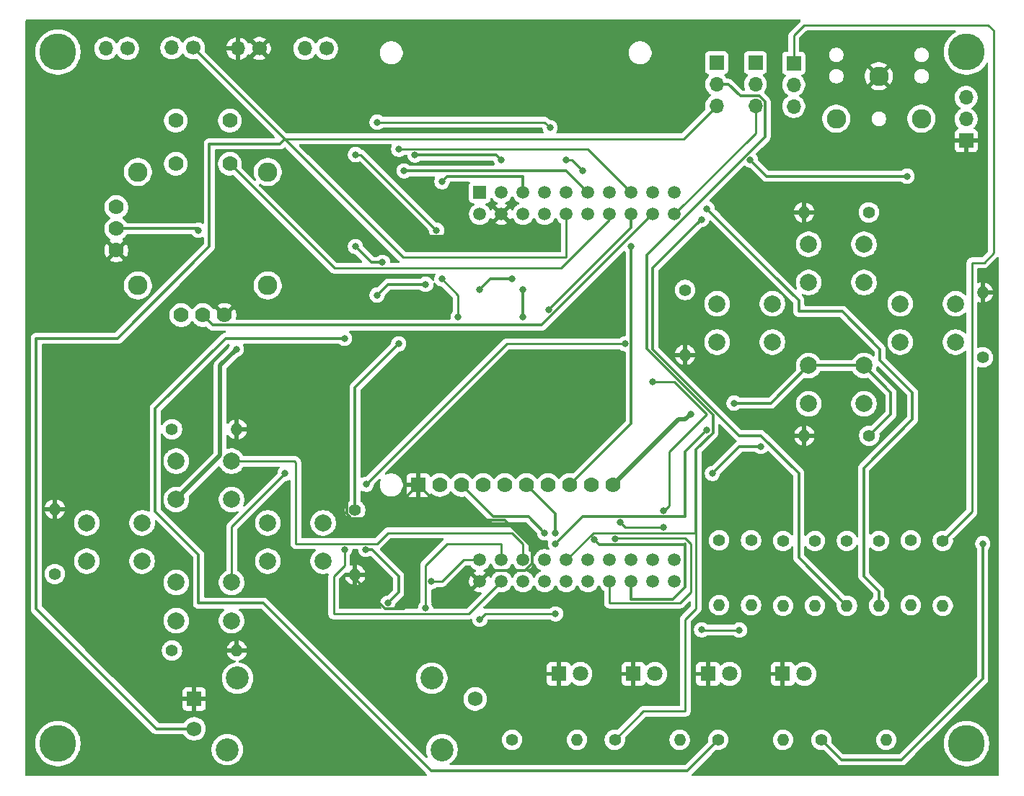
<source format=gbl>
G04 #@! TF.GenerationSoftware,KiCad,Pcbnew,9.0.0*
G04 #@! TF.CreationDate,2025-03-22T14:34:33-05:00*
G04 #@! TF.ProjectId,TMB3956,544d4233-3935-4362-9e6b-696361645f70,v1.0.1*
G04 #@! TF.SameCoordinates,Original*
G04 #@! TF.FileFunction,Copper,L2,Bot*
G04 #@! TF.FilePolarity,Positive*
%FSLAX46Y46*%
G04 Gerber Fmt 4.6, Leading zero omitted, Abs format (unit mm)*
G04 Created by KiCad (PCBNEW 9.0.0) date 2025-03-22 14:34:33*
%MOMM*%
%LPD*%
G01*
G04 APERTURE LIST*
G04 #@! TA.AperFunction,ComponentPad*
%ADD10R,1.700000X1.700000*%
G04 #@! TD*
G04 #@! TA.AperFunction,ComponentPad*
%ADD11O,1.700000X1.700000*%
G04 #@! TD*
G04 #@! TA.AperFunction,ComponentPad*
%ADD12C,1.778000*%
G04 #@! TD*
G04 #@! TA.AperFunction,ComponentPad*
%ADD13C,2.286000*%
G04 #@! TD*
G04 #@! TA.AperFunction,ComponentPad*
%ADD14C,2.000000*%
G04 #@! TD*
G04 #@! TA.AperFunction,WasherPad*
%ADD15C,2.700000*%
G04 #@! TD*
G04 #@! TA.AperFunction,ComponentPad*
%ADD16R,1.750000X1.750000*%
G04 #@! TD*
G04 #@! TA.AperFunction,ComponentPad*
%ADD17C,1.750000*%
G04 #@! TD*
G04 #@! TA.AperFunction,ComponentPad*
%ADD18R,1.800000X1.800000*%
G04 #@! TD*
G04 #@! TA.AperFunction,ComponentPad*
%ADD19C,1.800000*%
G04 #@! TD*
G04 #@! TA.AperFunction,ComponentPad*
%ADD20C,4.318000*%
G04 #@! TD*
G04 #@! TA.AperFunction,ComponentPad*
%ADD21R,1.778000X1.778000*%
G04 #@! TD*
G04 #@! TA.AperFunction,ComponentPad*
%ADD22C,1.400000*%
G04 #@! TD*
G04 #@! TA.AperFunction,ComponentPad*
%ADD23O,1.400000X1.400000*%
G04 #@! TD*
G04 #@! TA.AperFunction,ComponentPad*
%ADD24C,1.700000*%
G04 #@! TD*
G04 #@! TA.AperFunction,ComponentPad*
%ADD25R,1.520000X1.520000*%
G04 #@! TD*
G04 #@! TA.AperFunction,ComponentPad*
%ADD26C,1.520000*%
G04 #@! TD*
G04 #@! TA.AperFunction,ViaPad*
%ADD27C,0.800000*%
G04 #@! TD*
G04 #@! TA.AperFunction,Conductor*
%ADD28C,0.300000*%
G04 #@! TD*
G04 #@! TA.AperFunction,Conductor*
%ADD29C,0.500000*%
G04 #@! TD*
G04 #@! TA.AperFunction,Conductor*
%ADD30C,0.250000*%
G04 #@! TD*
G04 APERTURE END LIST*
D10*
X161250000Y-52330000D03*
D11*
X161250000Y-49790000D03*
X161250000Y-47250000D03*
D10*
X141000000Y-43225000D03*
D11*
X141000000Y-45765000D03*
X141000000Y-48305000D03*
D12*
X61470000Y-65207500D03*
X61470000Y-62667500D03*
X61470000Y-60127500D03*
X69090000Y-72827500D03*
X71630000Y-72827500D03*
X74170000Y-72827500D03*
D13*
X64010000Y-56000000D03*
X64010000Y-69335000D03*
X79250000Y-69335000D03*
X79250000Y-56000000D03*
D12*
X68455000Y-55047500D03*
X74805000Y-55047500D03*
X68455000Y-49967500D03*
X74805000Y-49967500D03*
D14*
X58000000Y-97250000D03*
X64500000Y-97250000D03*
X58000000Y-101750000D03*
X64500000Y-101750000D03*
X68500000Y-90000000D03*
X75000000Y-90000000D03*
X68500000Y-94500000D03*
X75000000Y-94500000D03*
D15*
X74500000Y-123900000D03*
X75700000Y-115500000D03*
X98500000Y-115500000D03*
X99700000Y-123900000D03*
D16*
X70600000Y-117950000D03*
D17*
X70600000Y-121450000D03*
X103600000Y-117950000D03*
D14*
X132000000Y-71500000D03*
X138500000Y-71500000D03*
X132000000Y-76000000D03*
X138500000Y-76000000D03*
X153500000Y-71500000D03*
X160000000Y-71500000D03*
X153500000Y-76000000D03*
X160000000Y-76000000D03*
D18*
X139710000Y-115000000D03*
D19*
X142250000Y-115000000D03*
D20*
X161290000Y-41910000D03*
X161290000Y-123190000D03*
X54610000Y-41910000D03*
X54610000Y-123190000D03*
D18*
X130935000Y-115000000D03*
D19*
X133475000Y-115000000D03*
D14*
X142750000Y-64500000D03*
X149250000Y-64500000D03*
X142750000Y-69000000D03*
X149250000Y-69000000D03*
X79250000Y-97250000D03*
X85750000Y-97250000D03*
X79250000Y-101750000D03*
X85750000Y-101750000D03*
D13*
X156000000Y-49750000D03*
X151000000Y-44750000D03*
X146000000Y-49750000D03*
D14*
X68500000Y-104250000D03*
X75000000Y-104250000D03*
X68500000Y-108750000D03*
X75000000Y-108750000D03*
D10*
X136500000Y-43170000D03*
D11*
X136500000Y-45710000D03*
X136500000Y-48250000D03*
D18*
X113420000Y-115000000D03*
D19*
X115960000Y-115000000D03*
D14*
X142750000Y-78750000D03*
X149250000Y-78750000D03*
X142750000Y-83250000D03*
X149250000Y-83250000D03*
D10*
X131945000Y-43170000D03*
D11*
X131945000Y-45710000D03*
X131945000Y-48250000D03*
D18*
X122185000Y-115000000D03*
D19*
X124725000Y-115000000D03*
D21*
X96925000Y-92800000D03*
D12*
X99465000Y-92800000D03*
X102005000Y-92800000D03*
X104545000Y-92800000D03*
X107085000Y-92800000D03*
X109625000Y-92800000D03*
X112165000Y-92800000D03*
X114705000Y-92800000D03*
X117245000Y-92800000D03*
X119785000Y-92800000D03*
D22*
X132250000Y-99305000D03*
D23*
X132250000Y-106925000D03*
D24*
X70525000Y-41420000D03*
D11*
X67985000Y-41420000D03*
D22*
X158500000Y-99365000D03*
D23*
X158500000Y-106985000D03*
D22*
X151000000Y-99365000D03*
D23*
X151000000Y-106985000D03*
D25*
X104140000Y-58420000D03*
D26*
X106680000Y-58420000D03*
X109220000Y-58420000D03*
X111760000Y-58420000D03*
X114300000Y-58420000D03*
X116840000Y-58420000D03*
X119380000Y-58420000D03*
X121920000Y-58420000D03*
X124460000Y-58420000D03*
X127000000Y-58420000D03*
X104140000Y-104140000D03*
X106680000Y-104140000D03*
X109220000Y-104140000D03*
X111760000Y-104140000D03*
X114300000Y-104140000D03*
X116840000Y-104140000D03*
X119380000Y-104140000D03*
X121920000Y-104140000D03*
X124460000Y-104140000D03*
X127000000Y-104140000D03*
X104140000Y-60960000D03*
X106680000Y-60960000D03*
X109220000Y-60960000D03*
X111760000Y-60960000D03*
X114300000Y-60960000D03*
X116840000Y-60960000D03*
X119380000Y-60960000D03*
X121920000Y-60960000D03*
X124460000Y-60960000D03*
X127000000Y-60960000D03*
X104140000Y-101600000D03*
X106680000Y-101600000D03*
X109220000Y-101600000D03*
X111760000Y-101600000D03*
X114300000Y-101600000D03*
X116840000Y-101600000D03*
X119380000Y-101600000D03*
X121920000Y-101600000D03*
X124460000Y-101600000D03*
X127000000Y-101600000D03*
D22*
X149810000Y-60750000D03*
D23*
X142190000Y-60750000D03*
D22*
X136000000Y-99305000D03*
D23*
X136000000Y-106925000D03*
D22*
X107940000Y-122750000D03*
D23*
X115560000Y-122750000D03*
D24*
X62775000Y-41500000D03*
D11*
X60235000Y-41500000D03*
D24*
X86141750Y-41500000D03*
D11*
X83601750Y-41500000D03*
D22*
X143500000Y-99365000D03*
D23*
X143500000Y-106985000D03*
D22*
X68000000Y-86250000D03*
D23*
X75620000Y-86250000D03*
D22*
X149870000Y-87000000D03*
D23*
X142250000Y-87000000D03*
D24*
X78260000Y-41500000D03*
D11*
X75720000Y-41500000D03*
D22*
X132120000Y-122750000D03*
D23*
X139740000Y-122750000D03*
D22*
X128250000Y-69880000D03*
D23*
X128250000Y-77500000D03*
D22*
X54250000Y-103250000D03*
D23*
X54250000Y-95630000D03*
D22*
X120000000Y-122750000D03*
D23*
X127620000Y-122750000D03*
D22*
X89500000Y-95750000D03*
D23*
X89500000Y-103370000D03*
D22*
X139750000Y-99365000D03*
D23*
X139750000Y-106985000D03*
D22*
X68000000Y-112250000D03*
D23*
X75620000Y-112250000D03*
D22*
X163195000Y-77810000D03*
D23*
X163195000Y-70190000D03*
D22*
X154750000Y-99305000D03*
D23*
X154750000Y-106925000D03*
D22*
X147250000Y-99365000D03*
D23*
X147250000Y-106985000D03*
D22*
X144250000Y-122750000D03*
D23*
X151870000Y-122750000D03*
D27*
X85725000Y-53975000D03*
X81915000Y-46355000D03*
X77470000Y-76835000D03*
X98882525Y-106857475D03*
X96520000Y-106045000D03*
X75565000Y-76835000D03*
X128905000Y-84455000D03*
X121920000Y-64770000D03*
X111760000Y-98425000D03*
X120015000Y-99100000D03*
X113030000Y-98425000D03*
X117614798Y-99239798D03*
X106680000Y-54610000D03*
X96520000Y-54015000D03*
X94615000Y-76200000D03*
X135890000Y-54610000D03*
X154305000Y-56515000D03*
X112395000Y-50800000D03*
X89535000Y-53975000D03*
X92075000Y-50165000D03*
X99695000Y-68580000D03*
X114300000Y-54610000D03*
X99060000Y-62865000D03*
X101600000Y-73090000D03*
X116205000Y-55880000D03*
X81280000Y-91440000D03*
X163195000Y-99695000D03*
X95250000Y-55880000D03*
X94615000Y-53340000D03*
X130175000Y-61595000D03*
X130810000Y-60325000D03*
X88265000Y-100370000D03*
X90805000Y-92710000D03*
X121220000Y-76200000D03*
X113030000Y-99695000D03*
X130810000Y-86360000D03*
X133985000Y-83185000D03*
X131445000Y-91440000D03*
X137160000Y-88265000D03*
X109220000Y-73090000D03*
X90763630Y-100369999D03*
X93345000Y-106680000D03*
X109220000Y-69850000D03*
X89535000Y-64770000D03*
X71120000Y-62865000D03*
X112217525Y-72212525D03*
X92710000Y-66635000D03*
X113030000Y-107950000D03*
X104140000Y-108585000D03*
X98465000Y-104140000D03*
X134620000Y-109855000D03*
X130175000Y-109815000D03*
X97790000Y-107275000D03*
X120650000Y-97220000D03*
X124460000Y-80645000D03*
X125730000Y-95820000D03*
X125730000Y-97750000D03*
X99695000Y-57150000D03*
X88265000Y-75565000D03*
X92075000Y-70485000D03*
X104140000Y-69850000D03*
X107950000Y-68580000D03*
X97790000Y-69215000D03*
D28*
X105410000Y-102870000D02*
X109450481Y-102870000D01*
X110281000Y-100153546D02*
X107088454Y-96961000D01*
X92974000Y-96751000D02*
X89085372Y-96751000D01*
X104140000Y-104140000D02*
X105410000Y-102870000D01*
X96925000Y-92800000D02*
X92974000Y-96751000D01*
X89500000Y-103370000D02*
X89500000Y-103826364D01*
X110281000Y-102039481D02*
X110281000Y-100153546D01*
X98882525Y-106857475D02*
X101422525Y-106857475D01*
X88499000Y-96164628D02*
X88499000Y-87864000D01*
X93054636Y-107381000D02*
X95184000Y-107381000D01*
X89085372Y-96751000D02*
X88499000Y-96164628D01*
X95316000Y-63566000D02*
X85725000Y-53975000D01*
X107088454Y-96961000D02*
X101086000Y-96961000D01*
X109450481Y-102870000D02*
X110281000Y-102039481D01*
X104074000Y-63566000D02*
X95316000Y-63566000D01*
X89500000Y-103826364D02*
X93054636Y-107381000D01*
X106680000Y-60960000D02*
X104074000Y-63566000D01*
X81915000Y-45155000D02*
X78260000Y-41500000D01*
X88499000Y-87864000D02*
X77470000Y-76835000D01*
X81915000Y-46355000D02*
X81915000Y-45155000D01*
X101422525Y-106857475D02*
X104140000Y-104140000D01*
X101086000Y-96961000D02*
X96925000Y-92800000D01*
X95184000Y-107381000D02*
X96520000Y-106045000D01*
D29*
X68500000Y-94500000D02*
X73660000Y-89340000D01*
X73660000Y-89340000D02*
X73660000Y-78740000D01*
X73660000Y-78740000D02*
X75565000Y-76835000D01*
X127495000Y-85090000D02*
X119785000Y-92800000D01*
X128270000Y-85090000D02*
X127495000Y-85090000D01*
X128905000Y-84455000D02*
X128270000Y-85090000D01*
D28*
X121920000Y-85585000D02*
X121920000Y-64770000D01*
X114705000Y-92800000D02*
X121920000Y-85585000D01*
X105715000Y-96510000D02*
X109845000Y-96510000D01*
X102005000Y-92800000D02*
X105715000Y-96510000D01*
X109845000Y-96510000D02*
X111760000Y-98425000D01*
D30*
X120015000Y-99100000D02*
X120055000Y-99060000D01*
X128905000Y-99695000D02*
X128905000Y-105410000D01*
X120055000Y-99060000D02*
X128270000Y-99060000D01*
X119380000Y-106680000D02*
X119380000Y-104140000D01*
X128270000Y-99060000D02*
X128905000Y-99695000D01*
X127635000Y-106680000D02*
X119380000Y-106680000D01*
X128905000Y-105410000D02*
X127635000Y-106680000D01*
D28*
X128270000Y-99695000D02*
X128270000Y-104775000D01*
X121920000Y-106254000D02*
X121920000Y-104140000D01*
X126791000Y-106254000D02*
X121920000Y-106254000D01*
X128270000Y-104775000D02*
X126791000Y-106254000D01*
X128164000Y-99801000D02*
X128270000Y-99695000D01*
X117614798Y-99239798D02*
X118176000Y-99801000D01*
X118176000Y-99801000D02*
X128164000Y-99801000D01*
X109625000Y-92800000D02*
X113030000Y-96205000D01*
X113030000Y-96205000D02*
X113030000Y-98425000D01*
X96520000Y-54015000D02*
X106085000Y-54015000D01*
X89500000Y-81315000D02*
X94615000Y-76200000D01*
X89500000Y-95750000D02*
X89500000Y-81315000D01*
X106085000Y-54015000D02*
X106680000Y-54610000D01*
X137795000Y-56515000D02*
X135890000Y-54610000D01*
X154305000Y-56515000D02*
X137795000Y-56515000D01*
D30*
X101600000Y-73090000D02*
X101600000Y-70485000D01*
X111760000Y-50165000D02*
X112395000Y-50800000D01*
X114935000Y-54610000D02*
X116205000Y-55880000D01*
X92075000Y-50165000D02*
X111760000Y-50165000D01*
X101600000Y-70485000D02*
X99695000Y-68580000D01*
X114300000Y-54610000D02*
X114935000Y-54610000D01*
X90170000Y-53975000D02*
X89535000Y-53975000D01*
X116205000Y-55880000D02*
X116064975Y-56020025D01*
X75000000Y-97720000D02*
X81280000Y-91440000D01*
X75000000Y-104250000D02*
X75000000Y-97720000D01*
X99060000Y-62865000D02*
X90170000Y-53975000D01*
D28*
X161290000Y-117475000D02*
X163195000Y-115570000D01*
X163195000Y-115570000D02*
X163195000Y-99695000D01*
X153670000Y-125095000D02*
X161290000Y-117475000D01*
X146595000Y-125095000D02*
X153670000Y-125095000D01*
X114300000Y-55880000D02*
X116840000Y-58420000D01*
X95250000Y-55880000D02*
X114300000Y-55880000D01*
X144250000Y-122750000D02*
X146595000Y-125095000D01*
D30*
X94615000Y-53340000D02*
X116840000Y-53340000D01*
X116840000Y-53340000D02*
X121920000Y-58420000D01*
D28*
X134620000Y-86995000D02*
X124460000Y-76835000D01*
X137160000Y-86995000D02*
X134620000Y-86995000D01*
X141605000Y-100965000D02*
X141605000Y-91440000D01*
X141605000Y-91440000D02*
X137160000Y-86995000D01*
X124460000Y-67310000D02*
X129540000Y-62230000D01*
X141605000Y-101340000D02*
X141605000Y-100965000D01*
X129540000Y-62230000D02*
X130175000Y-61595000D01*
X147250000Y-106985000D02*
X141605000Y-101340000D01*
X124460000Y-76835000D02*
X124460000Y-67310000D01*
X141605000Y-72390000D02*
X141605000Y-71120000D01*
X153670000Y-80645000D02*
X151130000Y-78105000D01*
X151000000Y-105280000D02*
X149225000Y-103505000D01*
X151000000Y-106985000D02*
X151000000Y-105280000D01*
X151130000Y-78105000D02*
X151130000Y-76835000D01*
X154940000Y-85090000D02*
X154940000Y-81915000D01*
X149225000Y-90805000D02*
X154940000Y-85090000D01*
X138430000Y-67945000D02*
X130810000Y-60325000D01*
X149225000Y-103505000D02*
X149225000Y-90805000D01*
X141605000Y-71120000D02*
X138430000Y-67945000D01*
X146685000Y-72390000D02*
X141605000Y-72390000D01*
X154940000Y-81915000D02*
X153670000Y-80645000D01*
X151130000Y-76835000D02*
X146685000Y-72390000D01*
D30*
X88265000Y-100370000D02*
X88265000Y-102235000D01*
X121220000Y-76200000D02*
X107315000Y-76200000D01*
X86995000Y-107950000D02*
X102870000Y-107950000D01*
X86995000Y-103505000D02*
X86995000Y-107950000D01*
X88265000Y-102235000D02*
X86995000Y-103505000D01*
X102870000Y-107950000D02*
X106680000Y-104140000D01*
X107315000Y-76200000D02*
X90805000Y-92710000D01*
D28*
X142750000Y-78750000D02*
X149250000Y-78750000D01*
X138315000Y-83185000D02*
X133985000Y-83185000D01*
X128270000Y-88900000D02*
X128270000Y-96520000D01*
X149870000Y-87000000D02*
X152400000Y-84470000D01*
X130810000Y-86360000D02*
X128270000Y-88900000D01*
X128270000Y-96520000D02*
X116205000Y-96520000D01*
X116205000Y-96520000D02*
X113030000Y-99695000D01*
X152400000Y-81900000D02*
X149250000Y-78750000D01*
X142750000Y-78750000D02*
X138315000Y-83185000D01*
X152400000Y-84470000D02*
X152400000Y-81900000D01*
X134620000Y-88265000D02*
X137160000Y-88265000D01*
X131445000Y-91440000D02*
X134620000Y-88265000D01*
X109220000Y-69850000D02*
X109220000Y-73090000D01*
X94615000Y-103505000D02*
X94615000Y-105410000D01*
X90763630Y-100369999D02*
X91479999Y-100369999D01*
X94615000Y-105410000D02*
X93345000Y-106680000D01*
X91479999Y-100369999D02*
X94615000Y-103505000D01*
D30*
X131945000Y-48250000D02*
X128072500Y-52122500D01*
X81227500Y-52122500D02*
X95145000Y-66040000D01*
X81280000Y-52122500D02*
X81227500Y-52122500D01*
D28*
X52070000Y-75565000D02*
X61595000Y-75565000D01*
X80697500Y-52705000D02*
X81280000Y-52122500D01*
D30*
X114300000Y-66040000D02*
X114300000Y-60960000D01*
X95145000Y-66040000D02*
X114300000Y-66040000D01*
X70525000Y-41420000D02*
X81227500Y-52122500D01*
D28*
X72390000Y-64770000D02*
X72390000Y-52705000D01*
X66205000Y-121450000D02*
X52070000Y-107315000D01*
X72390000Y-52705000D02*
X80697500Y-52705000D01*
X52070000Y-107315000D02*
X52070000Y-75565000D01*
X70600000Y-121450000D02*
X66205000Y-121450000D01*
X61595000Y-75565000D02*
X72390000Y-64770000D01*
D30*
X128072500Y-52122500D02*
X81280000Y-52122500D01*
X113665000Y-67310000D02*
X119380000Y-61595000D01*
X87067500Y-67310000D02*
X113665000Y-67310000D01*
X74805000Y-55047500D02*
X87067500Y-67310000D01*
X119380000Y-61595000D02*
X119380000Y-60960000D01*
D28*
X70922500Y-62667500D02*
X71120000Y-62865000D01*
X89535000Y-64770000D02*
X91400000Y-66635000D01*
X121920000Y-62510050D02*
X121920000Y-60960000D01*
X112217525Y-72212525D02*
X121920000Y-62510050D01*
X61470000Y-62667500D02*
X70922500Y-62667500D01*
X91400000Y-66635000D02*
X92710000Y-66635000D01*
X72820000Y-74017500D02*
X111402500Y-74017500D01*
X71630000Y-72827500D02*
X72820000Y-74017500D01*
X111402500Y-74017500D02*
X124460000Y-60960000D01*
D30*
X136500000Y-51460000D02*
X136500000Y-48250000D01*
X127000000Y-60960000D02*
X136500000Y-51460000D01*
X130215000Y-109855000D02*
X130175000Y-109815000D01*
X104775000Y-107950000D02*
X104140000Y-108585000D01*
X102235000Y-101600000D02*
X104140000Y-101600000D01*
X98465000Y-104140000D02*
X99695000Y-104140000D01*
X134620000Y-109855000D02*
X130215000Y-109855000D01*
X99695000Y-104140000D02*
X102235000Y-101600000D01*
X113030000Y-107950000D02*
X104775000Y-107950000D01*
X100330000Y-99695000D02*
X106680000Y-99695000D01*
X97790000Y-107275000D02*
X97790000Y-102235000D01*
X97790000Y-102235000D02*
X100330000Y-99695000D01*
X106680000Y-99695000D02*
X106680000Y-101600000D01*
X82380000Y-90000000D02*
X82550000Y-90170000D01*
X75000000Y-90000000D02*
X82380000Y-90000000D01*
X82550000Y-90170000D02*
X82550000Y-99695000D01*
X107950000Y-98425000D02*
X109220000Y-99695000D01*
X92075000Y-99695000D02*
X93345000Y-98425000D01*
X93345000Y-98425000D02*
X107950000Y-98425000D01*
X82550000Y-99695000D02*
X92075000Y-99695000D01*
X109220000Y-99695000D02*
X109220000Y-101600000D01*
D28*
X123759000Y-76801546D02*
X131511000Y-84553546D01*
X134729000Y-47099000D02*
X136976760Y-47099000D01*
X137651000Y-47773240D02*
X137651000Y-51857636D01*
D30*
X129540000Y-98425000D02*
X117475000Y-98425000D01*
D28*
X129540000Y-88621364D02*
X129540000Y-98425000D01*
D30*
X128270000Y-119380000D02*
X128270000Y-108585000D01*
D28*
X131511000Y-86650364D02*
X129540000Y-88621364D01*
X131511000Y-84553546D02*
X131511000Y-86650364D01*
X133340000Y-45710000D02*
X134729000Y-47099000D01*
X131945000Y-45710000D02*
X133340000Y-45710000D01*
D30*
X117475000Y-98425000D02*
X114300000Y-101600000D01*
X120000000Y-122750000D02*
X123370000Y-119380000D01*
D28*
X137651000Y-51857636D02*
X123759000Y-65749636D01*
X136976760Y-47099000D02*
X137651000Y-47773240D01*
D30*
X128270000Y-108585000D02*
X129540000Y-107315000D01*
D28*
X123759000Y-65749636D02*
X123759000Y-76801546D01*
D30*
X123370000Y-119380000D02*
X128270000Y-119380000D01*
X129540000Y-107315000D02*
X129540000Y-98425000D01*
X126365000Y-88900000D02*
X126365000Y-95250000D01*
X124460000Y-80645000D02*
X127000000Y-80645000D01*
X125795000Y-95820000D02*
X125730000Y-95820000D01*
X125730000Y-97750000D02*
X121180000Y-97750000D01*
X127000000Y-80645000D02*
X130810000Y-84455000D01*
X121180000Y-97750000D02*
X120650000Y-97220000D01*
X126365000Y-95250000D02*
X125795000Y-95820000D01*
X130810000Y-84455000D02*
X126365000Y-88900000D01*
D28*
X66040000Y-95885000D02*
X66040000Y-83820000D01*
X78740000Y-106680000D02*
X71120000Y-106680000D01*
X92075000Y-70485000D02*
X93345000Y-69215000D01*
X98425000Y-126365000D02*
X78740000Y-106680000D01*
X109220000Y-56515000D02*
X109220000Y-58420000D01*
X105410000Y-68580000D02*
X107950000Y-68580000D01*
X128505000Y-126365000D02*
X98425000Y-126365000D01*
X71120000Y-106680000D02*
X71120000Y-100965000D01*
X74295000Y-75565000D02*
X88265000Y-75565000D01*
X66040000Y-83820000D02*
X74295000Y-75565000D01*
X71120000Y-100965000D02*
X66040000Y-95885000D01*
X104140000Y-69850000D02*
X105410000Y-68580000D01*
X100330000Y-56515000D02*
X109220000Y-56515000D01*
X93345000Y-69215000D02*
X97790000Y-69215000D01*
X99695000Y-57150000D02*
X100330000Y-56515000D01*
X132120000Y-122750000D02*
X128505000Y-126365000D01*
D30*
X161925000Y-66675000D02*
X161925000Y-95940000D01*
X164465000Y-65554727D02*
X163344727Y-66675000D01*
X163830000Y-38735000D02*
X164465000Y-39370000D01*
X141000000Y-39975000D02*
X142240000Y-38735000D01*
X164465000Y-39370000D02*
X164465000Y-65554727D01*
X141000000Y-43225000D02*
X141000000Y-39975000D01*
X163344727Y-66675000D02*
X161925000Y-66675000D01*
X161925000Y-95940000D02*
X158500000Y-99365000D01*
X142240000Y-38735000D02*
X163830000Y-38735000D01*
G04 #@! TA.AperFunction,Conductor*
G36*
X141757586Y-38120185D02*
G01*
X141803341Y-38172989D01*
X141813285Y-38242147D01*
X141784260Y-38305703D01*
X141778228Y-38312181D01*
X140514144Y-39576264D01*
X140514138Y-39576272D01*
X140479914Y-39627489D01*
X140479915Y-39627490D01*
X140445691Y-39678708D01*
X140445689Y-39678712D01*
X140445688Y-39678714D01*
X140421298Y-39737599D01*
X140398537Y-39792546D01*
X140374500Y-39913396D01*
X140374500Y-41750500D01*
X140354815Y-41817539D01*
X140302011Y-41863294D01*
X140250501Y-41874500D01*
X140102130Y-41874500D01*
X140102123Y-41874501D01*
X140042516Y-41880908D01*
X139907671Y-41931202D01*
X139907664Y-41931206D01*
X139792455Y-42017452D01*
X139792452Y-42017455D01*
X139706206Y-42132664D01*
X139706202Y-42132671D01*
X139655908Y-42267517D01*
X139650569Y-42317183D01*
X139649501Y-42327123D01*
X139649500Y-42327135D01*
X139649500Y-44122870D01*
X139649501Y-44122876D01*
X139655908Y-44182483D01*
X139706202Y-44317328D01*
X139706206Y-44317335D01*
X139792452Y-44432544D01*
X139792455Y-44432547D01*
X139907664Y-44518793D01*
X139907671Y-44518797D01*
X140039082Y-44567810D01*
X140095016Y-44609681D01*
X140119433Y-44675145D01*
X140104582Y-44743418D01*
X140083431Y-44771673D01*
X139969889Y-44885215D01*
X139844951Y-45057179D01*
X139748444Y-45246585D01*
X139748443Y-45246587D01*
X139748443Y-45246588D01*
X139732806Y-45294715D01*
X139682753Y-45448760D01*
X139649500Y-45658713D01*
X139649500Y-45871286D01*
X139681770Y-46075034D01*
X139682754Y-46081243D01*
X139745056Y-46272989D01*
X139748444Y-46283414D01*
X139844951Y-46472820D01*
X139969890Y-46644786D01*
X140120213Y-46795109D01*
X140292182Y-46920050D01*
X140300946Y-46924516D01*
X140351742Y-46972491D01*
X140368536Y-47040312D01*
X140345998Y-47106447D01*
X140300946Y-47145484D01*
X140292182Y-47149949D01*
X140120213Y-47274890D01*
X139969890Y-47425213D01*
X139844951Y-47597179D01*
X139748444Y-47786585D01*
X139682753Y-47988760D01*
X139649500Y-48198713D01*
X139649500Y-48411286D01*
X139678034Y-48591447D01*
X139682754Y-48621243D01*
X139734043Y-48779095D01*
X139748444Y-48823414D01*
X139844951Y-49012820D01*
X139969890Y-49184786D01*
X140120213Y-49335109D01*
X140292179Y-49460048D01*
X140292181Y-49460049D01*
X140292184Y-49460051D01*
X140481588Y-49556557D01*
X140683757Y-49622246D01*
X140893713Y-49655500D01*
X140893714Y-49655500D01*
X141106286Y-49655500D01*
X141106287Y-49655500D01*
X141316243Y-49622246D01*
X141321161Y-49620648D01*
X144356500Y-49620648D01*
X144356500Y-49879351D01*
X144396967Y-50134850D01*
X144396968Y-50134854D01*
X144476909Y-50380885D01*
X144594353Y-50611382D01*
X144746408Y-50820668D01*
X144929332Y-51003592D01*
X145138618Y-51155647D01*
X145369115Y-51273091D01*
X145615146Y-51353032D01*
X145710961Y-51368207D01*
X145870649Y-51393500D01*
X145870654Y-51393500D01*
X146129351Y-51393500D01*
X146272758Y-51370786D01*
X146384854Y-51353032D01*
X146630885Y-51273091D01*
X146861382Y-51155647D01*
X147070668Y-51003592D01*
X147253592Y-50820668D01*
X147405647Y-50611382D01*
X147523091Y-50380885D01*
X147603032Y-50134854D01*
X147624076Y-50001987D01*
X147643500Y-49879351D01*
X147643500Y-49665834D01*
X150145500Y-49665834D01*
X150145500Y-49834165D01*
X150178336Y-49999241D01*
X150178338Y-49999249D01*
X150242750Y-50154755D01*
X150242755Y-50154764D01*
X150336265Y-50294711D01*
X150336268Y-50294715D01*
X150455284Y-50413731D01*
X150455288Y-50413734D01*
X150595235Y-50507244D01*
X150595241Y-50507247D01*
X150595242Y-50507248D01*
X150750751Y-50571662D01*
X150915834Y-50604499D01*
X150915838Y-50604500D01*
X150915839Y-50604500D01*
X151084162Y-50604500D01*
X151084163Y-50604499D01*
X151249249Y-50571662D01*
X151404758Y-50507248D01*
X151544712Y-50413734D01*
X151663734Y-50294712D01*
X151757248Y-50154758D01*
X151821662Y-49999249D01*
X151854500Y-49834161D01*
X151854500Y-49665839D01*
X151845511Y-49620648D01*
X154356500Y-49620648D01*
X154356500Y-49879351D01*
X154396967Y-50134850D01*
X154396968Y-50134854D01*
X154476909Y-50380885D01*
X154594353Y-50611382D01*
X154746408Y-50820668D01*
X154929332Y-51003592D01*
X155138618Y-51155647D01*
X155369115Y-51273091D01*
X155615146Y-51353032D01*
X155710961Y-51368207D01*
X155870649Y-51393500D01*
X155870654Y-51393500D01*
X156129351Y-51393500D01*
X156272758Y-51370786D01*
X156384854Y-51353032D01*
X156630885Y-51273091D01*
X156861382Y-51155647D01*
X157070668Y-51003592D01*
X157253592Y-50820668D01*
X157405647Y-50611382D01*
X157523091Y-50380885D01*
X157603032Y-50134854D01*
X157624076Y-50001987D01*
X157643500Y-49879351D01*
X157643500Y-49620648D01*
X157603324Y-49366990D01*
X157603032Y-49365146D01*
X157523091Y-49119115D01*
X157405647Y-48888618D01*
X157253592Y-48679332D01*
X157070668Y-48496408D01*
X156861382Y-48344353D01*
X156630885Y-48226909D01*
X156384854Y-48146968D01*
X156384852Y-48146967D01*
X156384850Y-48146967D01*
X156129351Y-48106500D01*
X156129346Y-48106500D01*
X155870654Y-48106500D01*
X155870649Y-48106500D01*
X155615149Y-48146967D01*
X155369112Y-48226910D01*
X155138617Y-48344353D01*
X154929329Y-48496410D01*
X154746410Y-48679329D01*
X154594353Y-48888617D01*
X154476910Y-49119112D01*
X154396967Y-49365149D01*
X154356500Y-49620648D01*
X151845511Y-49620648D01*
X151821662Y-49500751D01*
X151757248Y-49345242D01*
X151757247Y-49345241D01*
X151757244Y-49345235D01*
X151663734Y-49205288D01*
X151663731Y-49205284D01*
X151544715Y-49086268D01*
X151544711Y-49086265D01*
X151404764Y-48992755D01*
X151404755Y-48992750D01*
X151249249Y-48928338D01*
X151249241Y-48928336D01*
X151084165Y-48895500D01*
X151084161Y-48895500D01*
X150915839Y-48895500D01*
X150915834Y-48895500D01*
X150750758Y-48928336D01*
X150750750Y-48928338D01*
X150595244Y-48992750D01*
X150595235Y-48992755D01*
X150455288Y-49086265D01*
X150455284Y-49086268D01*
X150336268Y-49205284D01*
X150336265Y-49205288D01*
X150242755Y-49345235D01*
X150242750Y-49345244D01*
X150178338Y-49500750D01*
X150178336Y-49500758D01*
X150145500Y-49665834D01*
X147643500Y-49665834D01*
X147643500Y-49620648D01*
X147603324Y-49366990D01*
X147603032Y-49365146D01*
X147523091Y-49119115D01*
X147405647Y-48888618D01*
X147253592Y-48679332D01*
X147070668Y-48496408D01*
X146861382Y-48344353D01*
X146630885Y-48226909D01*
X146384854Y-48146968D01*
X146384852Y-48146967D01*
X146384850Y-48146967D01*
X146129351Y-48106500D01*
X146129346Y-48106500D01*
X145870654Y-48106500D01*
X145870649Y-48106500D01*
X145615149Y-48146967D01*
X145369112Y-48226910D01*
X145138617Y-48344353D01*
X144929329Y-48496410D01*
X144746410Y-48679329D01*
X144594353Y-48888617D01*
X144476910Y-49119112D01*
X144396967Y-49365149D01*
X144356500Y-49620648D01*
X141321161Y-49620648D01*
X141518412Y-49556557D01*
X141623171Y-49503180D01*
X141630303Y-49499545D01*
X141707816Y-49460051D01*
X141804371Y-49389899D01*
X141879786Y-49335109D01*
X141879788Y-49335106D01*
X141879792Y-49335104D01*
X142030104Y-49184792D01*
X142030106Y-49184788D01*
X142030109Y-49184786D01*
X142155048Y-49012820D01*
X142155047Y-49012820D01*
X142155051Y-49012816D01*
X142251557Y-48823412D01*
X142317246Y-48621243D01*
X142350500Y-48411287D01*
X142350500Y-48198713D01*
X142317246Y-47988757D01*
X142251557Y-47786588D01*
X142155051Y-47597184D01*
X142155049Y-47597181D01*
X142155048Y-47597179D01*
X142030109Y-47425213D01*
X141879792Y-47274896D01*
X141831440Y-47239766D01*
X141831421Y-47239753D01*
X141707816Y-47149949D01*
X141695578Y-47143713D01*
X159899500Y-47143713D01*
X159899500Y-47356286D01*
X159928942Y-47542179D01*
X159932754Y-47566243D01*
X159984175Y-47724501D01*
X159998444Y-47768414D01*
X160094951Y-47957820D01*
X160219890Y-48129786D01*
X160370213Y-48280109D01*
X160542182Y-48405050D01*
X160550946Y-48409516D01*
X160601742Y-48457491D01*
X160618536Y-48525312D01*
X160595998Y-48591447D01*
X160550946Y-48630484D01*
X160542182Y-48634949D01*
X160370213Y-48759890D01*
X160219890Y-48910213D01*
X160094951Y-49082179D01*
X159998444Y-49271585D01*
X159932753Y-49473760D01*
X159902332Y-49665834D01*
X159899500Y-49683713D01*
X159899500Y-49896287D01*
X159900458Y-49902334D01*
X159928099Y-50076856D01*
X159932754Y-50106243D01*
X159993991Y-50294711D01*
X159998444Y-50308414D01*
X160094951Y-50497820D01*
X160219890Y-50669786D01*
X160333818Y-50783714D01*
X160367303Y-50845037D01*
X160362319Y-50914729D01*
X160320447Y-50970662D01*
X160289471Y-50987577D01*
X160157912Y-51036646D01*
X160157906Y-51036649D01*
X160042812Y-51122809D01*
X160042809Y-51122812D01*
X159956649Y-51237906D01*
X159956645Y-51237913D01*
X159906403Y-51372620D01*
X159906401Y-51372627D01*
X159900000Y-51432155D01*
X159900000Y-52080000D01*
X160816988Y-52080000D01*
X160784075Y-52137007D01*
X160750000Y-52264174D01*
X160750000Y-52395826D01*
X160784075Y-52522993D01*
X160816988Y-52580000D01*
X159900000Y-52580000D01*
X159900000Y-53227844D01*
X159906401Y-53287372D01*
X159906403Y-53287379D01*
X159956645Y-53422086D01*
X159956649Y-53422093D01*
X160042809Y-53537187D01*
X160042812Y-53537190D01*
X160157906Y-53623350D01*
X160157913Y-53623354D01*
X160292620Y-53673596D01*
X160292627Y-53673598D01*
X160352155Y-53679999D01*
X160352172Y-53680000D01*
X161000000Y-53680000D01*
X161000000Y-52763012D01*
X161057007Y-52795925D01*
X161184174Y-52830000D01*
X161315826Y-52830000D01*
X161442993Y-52795925D01*
X161500000Y-52763012D01*
X161500000Y-53680000D01*
X162147828Y-53680000D01*
X162147844Y-53679999D01*
X162207372Y-53673598D01*
X162207379Y-53673596D01*
X162342086Y-53623354D01*
X162342093Y-53623350D01*
X162457187Y-53537190D01*
X162457190Y-53537187D01*
X162543350Y-53422093D01*
X162543354Y-53422086D01*
X162593596Y-53287379D01*
X162593598Y-53287372D01*
X162599999Y-53227844D01*
X162600000Y-53227827D01*
X162600000Y-52580000D01*
X161683012Y-52580000D01*
X161715925Y-52522993D01*
X161750000Y-52395826D01*
X161750000Y-52264174D01*
X161715925Y-52137007D01*
X161683012Y-52080000D01*
X162600000Y-52080000D01*
X162600000Y-51432172D01*
X162599999Y-51432155D01*
X162593598Y-51372627D01*
X162593596Y-51372620D01*
X162543354Y-51237913D01*
X162543350Y-51237906D01*
X162457190Y-51122812D01*
X162457187Y-51122809D01*
X162342093Y-51036649D01*
X162342088Y-51036646D01*
X162210528Y-50987577D01*
X162154595Y-50945705D01*
X162130178Y-50880241D01*
X162145030Y-50811968D01*
X162166175Y-50783720D01*
X162280104Y-50669792D01*
X162405051Y-50497816D01*
X162501557Y-50308412D01*
X162567246Y-50106243D01*
X162600500Y-49896287D01*
X162600500Y-49683713D01*
X162567246Y-49473757D01*
X162501557Y-49271588D01*
X162405051Y-49082184D01*
X162405049Y-49082181D01*
X162405048Y-49082179D01*
X162280109Y-48910213D01*
X162129786Y-48759890D01*
X161957820Y-48634951D01*
X161957115Y-48634591D01*
X161949054Y-48630485D01*
X161898259Y-48582512D01*
X161881463Y-48514692D01*
X161903999Y-48448556D01*
X161949054Y-48409515D01*
X161957816Y-48405051D01*
X161979789Y-48389086D01*
X162129786Y-48280109D01*
X162129788Y-48280106D01*
X162129792Y-48280104D01*
X162280104Y-48129792D01*
X162280106Y-48129788D01*
X162280109Y-48129786D01*
X162405048Y-47957820D01*
X162405047Y-47957820D01*
X162405051Y-47957816D01*
X162501557Y-47768412D01*
X162567246Y-47566243D01*
X162600500Y-47356287D01*
X162600500Y-47143713D01*
X162567246Y-46933757D01*
X162501557Y-46731588D01*
X162405051Y-46542184D01*
X162405049Y-46542181D01*
X162405048Y-46542179D01*
X162280109Y-46370213D01*
X162129786Y-46219890D01*
X161957820Y-46094951D01*
X161768414Y-45998444D01*
X161768413Y-45998443D01*
X161768412Y-45998443D01*
X161566243Y-45932754D01*
X161566241Y-45932753D01*
X161566240Y-45932753D01*
X161404957Y-45907208D01*
X161356287Y-45899500D01*
X161143713Y-45899500D01*
X161095042Y-45907208D01*
X160933760Y-45932753D01*
X160731585Y-45998444D01*
X160542179Y-46094951D01*
X160370213Y-46219890D01*
X160219890Y-46370213D01*
X160094951Y-46542179D01*
X159998444Y-46731585D01*
X159932753Y-46933760D01*
X159899500Y-47143713D01*
X141695578Y-47143713D01*
X141691298Y-47141532D01*
X141684174Y-47136539D01*
X141667586Y-47115764D01*
X141648259Y-47097512D01*
X141646122Y-47088884D01*
X141640577Y-47081940D01*
X141637853Y-47055496D01*
X141631463Y-47029692D01*
X141634329Y-47021279D01*
X141633419Y-47012438D01*
X141645424Y-46988719D01*
X141653999Y-46963556D01*
X141661413Y-46957131D01*
X141664973Y-46950099D01*
X141679112Y-46941794D01*
X141699054Y-46924515D01*
X141707816Y-46920051D01*
X141783522Y-46865048D01*
X141879786Y-46795109D01*
X141879788Y-46795106D01*
X141879792Y-46795104D01*
X142030104Y-46644792D01*
X142030106Y-46644788D01*
X142030109Y-46644786D01*
X142155048Y-46472820D01*
X142155047Y-46472820D01*
X142155051Y-46472816D01*
X142251557Y-46283412D01*
X142317246Y-46081243D01*
X142350500Y-45871287D01*
X142350500Y-45658713D01*
X142317246Y-45448757D01*
X142251557Y-45246588D01*
X142155051Y-45057184D01*
X142155049Y-45057181D01*
X142155048Y-45057179D01*
X142030109Y-44885213D01*
X141916570Y-44771674D01*
X141916566Y-44771670D01*
X141886537Y-44716673D01*
X141883084Y-44710350D01*
X141886268Y-44665834D01*
X145145500Y-44665834D01*
X145145500Y-44834165D01*
X145178336Y-44999241D01*
X145178338Y-44999249D01*
X145242750Y-45154755D01*
X145242755Y-45154764D01*
X145336265Y-45294711D01*
X145336268Y-45294715D01*
X145455284Y-45413731D01*
X145455288Y-45413734D01*
X145595235Y-45507244D01*
X145595241Y-45507247D01*
X145595242Y-45507248D01*
X145750751Y-45571662D01*
X145915834Y-45604499D01*
X145915838Y-45604500D01*
X145915839Y-45604500D01*
X146084162Y-45604500D01*
X146084163Y-45604499D01*
X146249249Y-45571662D01*
X146404758Y-45507248D01*
X146544712Y-45413734D01*
X146663734Y-45294712D01*
X146757248Y-45154758D01*
X146821662Y-44999249D01*
X146854500Y-44834161D01*
X146854500Y-44665839D01*
X146845520Y-44620693D01*
X149357000Y-44620693D01*
X149357000Y-44879306D01*
X149397456Y-45134733D01*
X149397456Y-45134734D01*
X149477374Y-45380695D01*
X149594783Y-45611122D01*
X149674963Y-45721481D01*
X149674964Y-45721482D01*
X150313236Y-45083209D01*
X150324724Y-45110942D01*
X150408116Y-45235747D01*
X150514253Y-45341884D01*
X150639058Y-45425276D01*
X150666789Y-45436762D01*
X150028516Y-46075034D01*
X150028517Y-46075036D01*
X150138877Y-46155216D01*
X150369304Y-46272625D01*
X150615266Y-46352543D01*
X150870694Y-46393000D01*
X151129306Y-46393000D01*
X151384733Y-46352543D01*
X151384734Y-46352543D01*
X151630695Y-46272625D01*
X151861119Y-46155218D01*
X151971481Y-46075034D01*
X151971482Y-46075034D01*
X151333210Y-45436762D01*
X151360942Y-45425276D01*
X151485747Y-45341884D01*
X151591884Y-45235747D01*
X151675276Y-45110942D01*
X151686762Y-45083210D01*
X152325034Y-45721482D01*
X152325034Y-45721481D01*
X152405218Y-45611119D01*
X152522625Y-45380695D01*
X152602543Y-45134734D01*
X152602543Y-45134733D01*
X152643000Y-44879306D01*
X152643000Y-44665834D01*
X155145500Y-44665834D01*
X155145500Y-44834165D01*
X155178336Y-44999241D01*
X155178338Y-44999249D01*
X155242750Y-45154755D01*
X155242755Y-45154764D01*
X155336265Y-45294711D01*
X155336268Y-45294715D01*
X155455284Y-45413731D01*
X155455288Y-45413734D01*
X155595235Y-45507244D01*
X155595241Y-45507247D01*
X155595242Y-45507248D01*
X155750751Y-45571662D01*
X155915834Y-45604499D01*
X155915838Y-45604500D01*
X155915839Y-45604500D01*
X156084162Y-45604500D01*
X156084163Y-45604499D01*
X156249249Y-45571662D01*
X156404758Y-45507248D01*
X156544712Y-45413734D01*
X156663734Y-45294712D01*
X156757248Y-45154758D01*
X156821662Y-44999249D01*
X156854500Y-44834161D01*
X156854500Y-44665839D01*
X156821662Y-44500751D01*
X156757248Y-44345242D01*
X156757247Y-44345241D01*
X156757244Y-44345235D01*
X156663734Y-44205288D01*
X156663731Y-44205284D01*
X156544715Y-44086268D01*
X156544711Y-44086265D01*
X156404764Y-43992755D01*
X156404755Y-43992750D01*
X156249249Y-43928338D01*
X156249241Y-43928336D01*
X156084165Y-43895500D01*
X156084161Y-43895500D01*
X155915839Y-43895500D01*
X155915834Y-43895500D01*
X155750758Y-43928336D01*
X155750750Y-43928338D01*
X155595244Y-43992750D01*
X155595235Y-43992755D01*
X155455288Y-44086265D01*
X155455284Y-44086268D01*
X155336268Y-44205284D01*
X155336265Y-44205288D01*
X155242755Y-44345235D01*
X155242750Y-44345244D01*
X155178338Y-44500750D01*
X155178336Y-44500758D01*
X155145500Y-44665834D01*
X152643000Y-44665834D01*
X152643000Y-44620693D01*
X152602543Y-44365266D01*
X152602543Y-44365265D01*
X152522625Y-44119304D01*
X152405216Y-43888877D01*
X152325036Y-43778517D01*
X152325034Y-43778516D01*
X151686762Y-44416788D01*
X151675276Y-44389058D01*
X151591884Y-44264253D01*
X151485747Y-44158116D01*
X151360942Y-44074724D01*
X151333208Y-44063236D01*
X151971482Y-43424964D01*
X151971481Y-43424963D01*
X151861122Y-43344783D01*
X151630695Y-43227374D01*
X151384733Y-43147456D01*
X151129306Y-43107000D01*
X150870694Y-43107000D01*
X150615266Y-43147456D01*
X150615265Y-43147456D01*
X150369304Y-43227374D01*
X150138884Y-43344779D01*
X150028517Y-43424964D01*
X150028517Y-43424965D01*
X150666789Y-44063237D01*
X150639058Y-44074724D01*
X150514253Y-44158116D01*
X150408116Y-44264253D01*
X150324724Y-44389058D01*
X150313237Y-44416789D01*
X149674965Y-43778517D01*
X149674964Y-43778517D01*
X149594779Y-43888884D01*
X149477374Y-44119304D01*
X149397456Y-44365265D01*
X149397456Y-44365266D01*
X149357000Y-44620693D01*
X146845520Y-44620693D01*
X146843329Y-44609681D01*
X146830178Y-44543565D01*
X146821662Y-44500751D01*
X146757248Y-44345242D01*
X146757247Y-44345241D01*
X146757244Y-44345235D01*
X146663734Y-44205288D01*
X146663731Y-44205284D01*
X146544715Y-44086268D01*
X146544711Y-44086265D01*
X146404764Y-43992755D01*
X146404755Y-43992750D01*
X146249249Y-43928338D01*
X146249241Y-43928336D01*
X146084165Y-43895500D01*
X146084161Y-43895500D01*
X145915839Y-43895500D01*
X145915834Y-43895500D01*
X145750758Y-43928336D01*
X145750750Y-43928338D01*
X145595244Y-43992750D01*
X145595235Y-43992755D01*
X145455288Y-44086265D01*
X145455284Y-44086268D01*
X145336268Y-44205284D01*
X145336265Y-44205288D01*
X145242755Y-44345235D01*
X145242750Y-44345244D01*
X145178338Y-44500750D01*
X145178336Y-44500758D01*
X145145500Y-44665834D01*
X141886268Y-44665834D01*
X141888068Y-44640658D01*
X141898594Y-44626596D01*
X141929940Y-44584724D01*
X141960915Y-44567810D01*
X142092331Y-44518796D01*
X142207546Y-44432546D01*
X142293796Y-44317331D01*
X142344091Y-44182483D01*
X142350500Y-44122873D01*
X142350499Y-43215693D01*
X142350499Y-42327129D01*
X142350498Y-42327123D01*
X142350497Y-42327116D01*
X142344091Y-42267517D01*
X142341928Y-42261717D01*
X142320058Y-42203080D01*
X142306166Y-42165834D01*
X145145500Y-42165834D01*
X145145500Y-42334165D01*
X145178336Y-42499241D01*
X145178338Y-42499249D01*
X145242750Y-42654755D01*
X145242755Y-42654764D01*
X145336265Y-42794711D01*
X145336268Y-42794715D01*
X145455284Y-42913731D01*
X145455288Y-42913734D01*
X145595235Y-43007244D01*
X145595241Y-43007247D01*
X145595242Y-43007248D01*
X145750751Y-43071662D01*
X145915834Y-43104499D01*
X145915838Y-43104500D01*
X145915839Y-43104500D01*
X146084162Y-43104500D01*
X146084163Y-43104499D01*
X146249249Y-43071662D01*
X146404758Y-43007248D01*
X146544712Y-42913734D01*
X146663734Y-42794712D01*
X146757248Y-42654758D01*
X146821662Y-42499249D01*
X146854500Y-42334161D01*
X146854500Y-42165839D01*
X146854499Y-42165834D01*
X155145500Y-42165834D01*
X155145500Y-42334165D01*
X155178336Y-42499241D01*
X155178338Y-42499249D01*
X155242750Y-42654755D01*
X155242755Y-42654764D01*
X155336265Y-42794711D01*
X155336268Y-42794715D01*
X155455284Y-42913731D01*
X155455288Y-42913734D01*
X155595235Y-43007244D01*
X155595241Y-43007247D01*
X155595242Y-43007248D01*
X155750751Y-43071662D01*
X155915834Y-43104499D01*
X155915838Y-43104500D01*
X155915839Y-43104500D01*
X156084162Y-43104500D01*
X156084163Y-43104499D01*
X156249249Y-43071662D01*
X156404758Y-43007248D01*
X156544712Y-42913734D01*
X156663734Y-42794712D01*
X156757248Y-42654758D01*
X156821662Y-42499249D01*
X156854500Y-42334161D01*
X156854500Y-42165839D01*
X156821662Y-42000751D01*
X156770072Y-41876202D01*
X156757249Y-41845244D01*
X156757244Y-41845235D01*
X156663734Y-41705288D01*
X156663731Y-41705284D01*
X156544715Y-41586268D01*
X156544711Y-41586265D01*
X156404764Y-41492755D01*
X156404755Y-41492750D01*
X156249249Y-41428338D01*
X156249241Y-41428336D01*
X156084165Y-41395500D01*
X156084161Y-41395500D01*
X155915839Y-41395500D01*
X155915834Y-41395500D01*
X155750758Y-41428336D01*
X155750750Y-41428338D01*
X155595244Y-41492750D01*
X155595235Y-41492755D01*
X155455288Y-41586265D01*
X155455284Y-41586268D01*
X155336268Y-41705284D01*
X155336265Y-41705288D01*
X155242755Y-41845235D01*
X155242750Y-41845244D01*
X155178338Y-42000750D01*
X155178336Y-42000758D01*
X155145500Y-42165834D01*
X146854499Y-42165834D01*
X146821662Y-42000751D01*
X146770072Y-41876202D01*
X146757249Y-41845244D01*
X146757244Y-41845235D01*
X146663734Y-41705288D01*
X146663731Y-41705284D01*
X146544715Y-41586268D01*
X146544711Y-41586265D01*
X146404764Y-41492755D01*
X146404755Y-41492750D01*
X146249249Y-41428338D01*
X146249241Y-41428336D01*
X146084165Y-41395500D01*
X146084161Y-41395500D01*
X145915839Y-41395500D01*
X145915834Y-41395500D01*
X145750758Y-41428336D01*
X145750750Y-41428338D01*
X145595244Y-41492750D01*
X145595235Y-41492755D01*
X145455288Y-41586265D01*
X145455284Y-41586268D01*
X145336268Y-41705284D01*
X145336265Y-41705288D01*
X145242755Y-41845235D01*
X145242750Y-41845244D01*
X145178338Y-42000750D01*
X145178336Y-42000758D01*
X145145500Y-42165834D01*
X142306166Y-42165834D01*
X142293797Y-42132671D01*
X142293793Y-42132664D01*
X142207547Y-42017455D01*
X142207544Y-42017452D01*
X142092335Y-41931206D01*
X142092328Y-41931202D01*
X141957482Y-41880908D01*
X141957483Y-41880908D01*
X141897883Y-41874501D01*
X141897881Y-41874500D01*
X141897873Y-41874500D01*
X141897865Y-41874500D01*
X141749500Y-41874500D01*
X141682461Y-41854815D01*
X141636706Y-41802011D01*
X141625500Y-41750500D01*
X141625500Y-40285452D01*
X141645185Y-40218413D01*
X141661819Y-40197771D01*
X142462771Y-39396819D01*
X142524094Y-39363334D01*
X142550452Y-39360500D01*
X159918334Y-39360500D01*
X159985373Y-39380185D01*
X160031128Y-39432989D01*
X160041072Y-39502147D01*
X160012047Y-39565703D01*
X159984306Y-39589494D01*
X159748600Y-39737598D01*
X159748594Y-39737601D01*
X159515065Y-39923833D01*
X159303833Y-40135065D01*
X159117601Y-40368594D01*
X159117600Y-40368596D01*
X158958674Y-40621525D01*
X158829072Y-40890646D01*
X158730417Y-41172584D01*
X158730413Y-41172596D01*
X158663945Y-41463815D01*
X158663943Y-41463827D01*
X158630500Y-41760641D01*
X158630500Y-42059358D01*
X158663943Y-42356172D01*
X158663945Y-42356184D01*
X158730413Y-42647403D01*
X158730417Y-42647415D01*
X158829072Y-42929353D01*
X158958674Y-43198474D01*
X159117600Y-43451403D01*
X159117601Y-43451405D01*
X159303833Y-43684934D01*
X159515065Y-43896166D01*
X159748594Y-44082398D01*
X159748597Y-44082399D01*
X159748599Y-44082401D01*
X160001523Y-44241324D01*
X160270650Y-44370929D01*
X160482400Y-44445023D01*
X160552584Y-44469582D01*
X160552596Y-44469586D01*
X160843815Y-44536055D01*
X161140642Y-44569499D01*
X161140643Y-44569500D01*
X161140646Y-44569500D01*
X161439357Y-44569500D01*
X161439357Y-44569499D01*
X161736185Y-44536055D01*
X162027404Y-44469586D01*
X162309350Y-44370929D01*
X162578477Y-44241324D01*
X162831401Y-44082401D01*
X162849620Y-44067872D01*
X163064934Y-43896166D01*
X163064936Y-43896163D01*
X163064941Y-43896160D01*
X163276160Y-43684941D01*
X163445796Y-43472224D01*
X163462398Y-43451405D01*
X163462399Y-43451403D01*
X163462401Y-43451401D01*
X163610507Y-43215692D01*
X163662841Y-43169402D01*
X163731894Y-43158754D01*
X163795743Y-43187129D01*
X163834115Y-43245518D01*
X163839500Y-43281665D01*
X163839500Y-65244275D01*
X163819815Y-65311314D01*
X163803181Y-65331956D01*
X163121956Y-66013181D01*
X163060633Y-66046666D01*
X163034275Y-66049500D01*
X161863389Y-66049500D01*
X161742555Y-66073535D01*
X161742545Y-66073538D01*
X161628716Y-66120687D01*
X161628707Y-66120692D01*
X161526267Y-66189141D01*
X161526263Y-66189144D01*
X161439144Y-66276263D01*
X161439141Y-66276267D01*
X161370692Y-66378707D01*
X161370687Y-66378716D01*
X161323538Y-66492545D01*
X161323535Y-66492555D01*
X161299500Y-66613389D01*
X161299500Y-70378111D01*
X161279815Y-70445150D01*
X161227011Y-70490905D01*
X161157853Y-70500849D01*
X161094297Y-70471824D01*
X161087819Y-70465792D01*
X160977512Y-70355485D01*
X160977510Y-70355483D01*
X160786433Y-70216657D01*
X160731594Y-70188715D01*
X160575996Y-70109433D01*
X160351368Y-70036446D01*
X160118097Y-69999500D01*
X160118092Y-69999500D01*
X159881908Y-69999500D01*
X159881903Y-69999500D01*
X159648631Y-70036446D01*
X159424003Y-70109433D01*
X159213566Y-70216657D01*
X159196867Y-70228790D01*
X159022490Y-70355483D01*
X159022488Y-70355485D01*
X159022487Y-70355485D01*
X158855485Y-70522487D01*
X158855485Y-70522488D01*
X158855483Y-70522490D01*
X158831277Y-70555807D01*
X158716657Y-70713566D01*
X158609433Y-70924003D01*
X158536446Y-71148631D01*
X158499500Y-71381902D01*
X158499500Y-71618097D01*
X158536446Y-71851368D01*
X158609433Y-72075996D01*
X158700500Y-72254723D01*
X158716657Y-72286433D01*
X158855483Y-72477510D01*
X159022490Y-72644517D01*
X159213567Y-72783343D01*
X159239576Y-72796595D01*
X159424003Y-72890566D01*
X159424005Y-72890566D01*
X159424008Y-72890568D01*
X159504111Y-72916595D01*
X159648631Y-72963553D01*
X159881903Y-73000500D01*
X159881908Y-73000500D01*
X160118097Y-73000500D01*
X160351368Y-72963553D01*
X160392833Y-72950080D01*
X160575992Y-72890568D01*
X160786433Y-72783343D01*
X160977510Y-72644517D01*
X161087819Y-72534208D01*
X161149142Y-72500723D01*
X161218834Y-72505707D01*
X161274767Y-72547579D01*
X161299184Y-72613043D01*
X161299500Y-72621889D01*
X161299500Y-74878111D01*
X161279815Y-74945150D01*
X161227011Y-74990905D01*
X161157853Y-75000849D01*
X161094297Y-74971824D01*
X161087819Y-74965792D01*
X160977512Y-74855485D01*
X160977510Y-74855483D01*
X160786433Y-74716657D01*
X160575996Y-74609433D01*
X160351368Y-74536446D01*
X160118097Y-74499500D01*
X160118092Y-74499500D01*
X159881908Y-74499500D01*
X159881903Y-74499500D01*
X159648631Y-74536446D01*
X159424003Y-74609433D01*
X159213566Y-74716657D01*
X159144294Y-74766987D01*
X159022490Y-74855483D01*
X159022488Y-74855485D01*
X159022487Y-74855485D01*
X158855485Y-75022487D01*
X158855485Y-75022488D01*
X158855483Y-75022490D01*
X158795862Y-75104550D01*
X158716657Y-75213566D01*
X158609433Y-75424003D01*
X158536446Y-75648631D01*
X158499500Y-75881902D01*
X158499500Y-76118097D01*
X158536446Y-76351368D01*
X158609433Y-76575996D01*
X158681920Y-76718258D01*
X158716657Y-76786433D01*
X158855483Y-76977510D01*
X159022490Y-77144517D01*
X159213567Y-77283343D01*
X159312991Y-77334002D01*
X159424003Y-77390566D01*
X159424005Y-77390566D01*
X159424008Y-77390568D01*
X159480853Y-77409038D01*
X159648631Y-77463553D01*
X159881903Y-77500500D01*
X159881908Y-77500500D01*
X160118097Y-77500500D01*
X160351368Y-77463553D01*
X160381009Y-77453922D01*
X160575992Y-77390568D01*
X160786433Y-77283343D01*
X160977510Y-77144517D01*
X161087819Y-77034208D01*
X161149142Y-77000723D01*
X161218834Y-77005707D01*
X161274767Y-77047579D01*
X161299184Y-77113043D01*
X161299500Y-77121889D01*
X161299500Y-95629547D01*
X161279815Y-95696586D01*
X161263181Y-95717228D01*
X158830309Y-98150099D01*
X158768986Y-98183584D01*
X158723230Y-98184891D01*
X158594486Y-98164500D01*
X158594481Y-98164500D01*
X158405519Y-98164500D01*
X158405514Y-98164500D01*
X158218881Y-98194059D01*
X158039163Y-98252454D01*
X157870800Y-98338240D01*
X157800507Y-98389312D01*
X157717927Y-98449310D01*
X157717925Y-98449312D01*
X157717924Y-98449312D01*
X157584312Y-98582924D01*
X157584312Y-98582925D01*
X157584310Y-98582927D01*
X157561192Y-98614746D01*
X157473240Y-98735800D01*
X157387454Y-98904163D01*
X157329059Y-99083881D01*
X157299500Y-99270513D01*
X157299500Y-99459486D01*
X157329059Y-99646118D01*
X157387454Y-99825836D01*
X157465544Y-99979094D01*
X157473240Y-99994199D01*
X157584310Y-100147073D01*
X157717927Y-100280690D01*
X157870801Y-100391760D01*
X157921407Y-100417545D01*
X158039163Y-100477545D01*
X158039165Y-100477545D01*
X158039168Y-100477547D01*
X158109025Y-100500245D01*
X158218881Y-100535940D01*
X158405514Y-100565500D01*
X158405519Y-100565500D01*
X158594486Y-100565500D01*
X158781118Y-100535940D01*
X158824248Y-100521926D01*
X158960832Y-100477547D01*
X159129199Y-100391760D01*
X159282073Y-100280690D01*
X159415690Y-100147073D01*
X159526760Y-99994199D01*
X159612547Y-99825832D01*
X159670940Y-99646118D01*
X159680443Y-99586118D01*
X159700500Y-99459486D01*
X159700500Y-99270513D01*
X159680108Y-99141767D01*
X159689062Y-99072474D01*
X159714897Y-99034691D01*
X162410857Y-96338734D01*
X162419654Y-96325568D01*
X162424006Y-96319057D01*
X162479307Y-96236292D01*
X162479307Y-96236291D01*
X162479311Y-96236286D01*
X162526463Y-96122452D01*
X162544630Y-96031118D01*
X162550500Y-96001607D01*
X162550500Y-95878394D01*
X162550500Y-79031313D01*
X162570185Y-78964274D01*
X162622989Y-78918519D01*
X162692147Y-78908575D01*
X162730798Y-78920830D01*
X162734168Y-78922547D01*
X162862590Y-78964274D01*
X162913881Y-78980940D01*
X163100514Y-79010500D01*
X163100519Y-79010500D01*
X163289486Y-79010500D01*
X163476118Y-78980940D01*
X163527410Y-78964274D01*
X163655832Y-78922547D01*
X163824199Y-78836760D01*
X163977073Y-78725690D01*
X164110690Y-78592073D01*
X164221760Y-78439199D01*
X164307547Y-78270832D01*
X164365940Y-78091118D01*
X164386142Y-77963567D01*
X164395500Y-77904486D01*
X164395500Y-77715513D01*
X164365940Y-77528881D01*
X164307545Y-77349163D01*
X164262290Y-77260347D01*
X164221760Y-77180801D01*
X164110690Y-77027927D01*
X163977073Y-76894310D01*
X163824199Y-76783240D01*
X163800041Y-76770931D01*
X163655836Y-76697454D01*
X163476118Y-76639059D01*
X163289486Y-76609500D01*
X163289481Y-76609500D01*
X163100519Y-76609500D01*
X163100514Y-76609500D01*
X162913881Y-76639059D01*
X162734162Y-76697455D01*
X162730789Y-76699174D01*
X162662120Y-76712066D01*
X162597380Y-76685787D01*
X162557126Y-76628678D01*
X162550500Y-76588686D01*
X162550500Y-71410752D01*
X162570185Y-71343713D01*
X162622989Y-71297958D01*
X162692147Y-71288014D01*
X162730802Y-71300271D01*
X162734362Y-71302085D01*
X162913997Y-71360451D01*
X162945000Y-71365362D01*
X162945000Y-71365361D01*
X163445000Y-71365361D01*
X163476002Y-71360451D01*
X163655637Y-71302085D01*
X163823940Y-71216329D01*
X163976741Y-71105314D01*
X163976746Y-71105310D01*
X164110310Y-70971746D01*
X164110314Y-70971741D01*
X164221329Y-70818940D01*
X164307085Y-70650637D01*
X164365451Y-70471002D01*
X164370362Y-70440000D01*
X163445000Y-70440000D01*
X163445000Y-71365361D01*
X162945000Y-71365361D01*
X162945000Y-70434975D01*
X162980095Y-70470070D01*
X163059905Y-70516148D01*
X163148922Y-70540000D01*
X163241078Y-70540000D01*
X163330095Y-70516148D01*
X163409905Y-70470070D01*
X163475070Y-70404905D01*
X163521148Y-70325095D01*
X163545000Y-70236078D01*
X163545000Y-70143922D01*
X163521148Y-70054905D01*
X163475070Y-69975095D01*
X163439975Y-69940000D01*
X163445000Y-69940000D01*
X164370362Y-69940000D01*
X164365451Y-69908997D01*
X164307085Y-69729362D01*
X164221329Y-69561059D01*
X164110314Y-69408258D01*
X164110310Y-69408253D01*
X163976746Y-69274689D01*
X163976741Y-69274685D01*
X163823940Y-69163670D01*
X163655635Y-69077913D01*
X163476004Y-69019549D01*
X163475995Y-69019547D01*
X163445000Y-69014637D01*
X163445000Y-69940000D01*
X163439975Y-69940000D01*
X163409905Y-69909930D01*
X163330095Y-69863852D01*
X163241078Y-69840000D01*
X163148922Y-69840000D01*
X163059905Y-69863852D01*
X162980095Y-69909930D01*
X162945000Y-69945025D01*
X162945000Y-69014637D01*
X162944999Y-69014637D01*
X162914004Y-69019547D01*
X162913995Y-69019549D01*
X162734363Y-69077913D01*
X162730791Y-69079734D01*
X162662122Y-69092628D01*
X162597382Y-69066349D01*
X162557127Y-69009242D01*
X162550500Y-68969247D01*
X162550500Y-67424500D01*
X162570185Y-67357461D01*
X162622989Y-67311706D01*
X162674500Y-67300500D01*
X163406335Y-67300500D01*
X163406335Y-67300499D01*
X163481745Y-67285500D01*
X163527179Y-67276463D01*
X163577124Y-67255775D01*
X163641013Y-67229312D01*
X163692236Y-67195084D01*
X163743460Y-67160858D01*
X163830585Y-67073733D01*
X163830586Y-67073731D01*
X163837652Y-67066665D01*
X163837655Y-67066661D01*
X164863729Y-66040587D01*
X164863733Y-66040585D01*
X164887823Y-66016495D01*
X164917119Y-66000500D01*
X164949142Y-65983014D01*
X164949145Y-65983014D01*
X164949148Y-65983013D01*
X164981573Y-65985333D01*
X165018834Y-65987998D01*
X165018836Y-65987999D01*
X165018839Y-65988000D01*
X165052474Y-66013181D01*
X165074767Y-66029870D01*
X165074767Y-66029871D01*
X165074771Y-66029874D01*
X165087672Y-66064470D01*
X165099184Y-66095334D01*
X165099500Y-66104180D01*
X165099500Y-126875500D01*
X165079815Y-126942539D01*
X165027011Y-126988294D01*
X164975500Y-126999500D01*
X129089809Y-126999500D01*
X129022770Y-126979815D01*
X128977015Y-126927011D01*
X128967071Y-126857853D01*
X128996096Y-126794297D01*
X129002128Y-126787819D01*
X131348279Y-124441666D01*
X131820213Y-123969731D01*
X131881534Y-123936248D01*
X131927285Y-123934941D01*
X132025519Y-123950500D01*
X132025521Y-123950500D01*
X132214486Y-123950500D01*
X132401118Y-123920940D01*
X132580832Y-123862547D01*
X132749199Y-123776760D01*
X132902073Y-123665690D01*
X133035690Y-123532073D01*
X133146760Y-123379199D01*
X133232547Y-123210832D01*
X133290940Y-123031118D01*
X133304943Y-122942707D01*
X133320500Y-122844486D01*
X133320500Y-122655513D01*
X138539500Y-122655513D01*
X138539500Y-122844486D01*
X138569059Y-123031118D01*
X138627454Y-123210836D01*
X138674873Y-123303900D01*
X138713240Y-123379199D01*
X138824310Y-123532073D01*
X138957927Y-123665690D01*
X139110801Y-123776760D01*
X139190347Y-123817290D01*
X139279163Y-123862545D01*
X139279165Y-123862545D01*
X139279168Y-123862547D01*
X139375497Y-123893846D01*
X139458881Y-123920940D01*
X139645514Y-123950500D01*
X139645519Y-123950500D01*
X139834486Y-123950500D01*
X140021118Y-123920940D01*
X140200832Y-123862547D01*
X140369199Y-123776760D01*
X140522073Y-123665690D01*
X140655690Y-123532073D01*
X140766760Y-123379199D01*
X140852547Y-123210832D01*
X140910940Y-123031118D01*
X140924943Y-122942707D01*
X140940500Y-122844486D01*
X140940500Y-122655513D01*
X143049500Y-122655513D01*
X143049500Y-122844486D01*
X143079059Y-123031118D01*
X143137454Y-123210836D01*
X143184873Y-123303900D01*
X143223240Y-123379199D01*
X143334310Y-123532073D01*
X143467927Y-123665690D01*
X143620801Y-123776760D01*
X143700347Y-123817290D01*
X143789163Y-123862545D01*
X143789165Y-123862545D01*
X143789168Y-123862547D01*
X143885497Y-123893846D01*
X143968881Y-123920940D01*
X144155514Y-123950500D01*
X144155519Y-123950500D01*
X144344479Y-123950500D01*
X144344481Y-123950500D01*
X144442711Y-123934941D01*
X144512000Y-123943895D01*
X144549787Y-123969733D01*
X146180325Y-125600272D01*
X146180326Y-125600273D01*
X146180329Y-125600275D01*
X146180331Y-125600277D01*
X146286873Y-125671465D01*
X146405256Y-125720501D01*
X146405260Y-125720501D01*
X146405261Y-125720502D01*
X146530928Y-125745500D01*
X146530931Y-125745500D01*
X153734071Y-125745500D01*
X153818615Y-125728682D01*
X153859744Y-125720501D01*
X153978127Y-125671465D01*
X154084669Y-125600277D01*
X155276765Y-124408181D01*
X156644306Y-123040641D01*
X158630500Y-123040641D01*
X158630500Y-123339358D01*
X158663943Y-123636172D01*
X158663945Y-123636184D01*
X158730413Y-123927403D01*
X158730417Y-123927415D01*
X158829072Y-124209353D01*
X158958674Y-124478474D01*
X159117600Y-124731403D01*
X159117601Y-124731405D01*
X159303833Y-124964934D01*
X159515065Y-125176166D01*
X159748594Y-125362398D01*
X159748597Y-125362399D01*
X159748599Y-125362401D01*
X160001523Y-125521324D01*
X160270650Y-125650929D01*
X160444227Y-125711666D01*
X160552584Y-125749582D01*
X160552596Y-125749586D01*
X160843815Y-125816055D01*
X161140642Y-125849499D01*
X161140643Y-125849500D01*
X161140646Y-125849500D01*
X161439357Y-125849500D01*
X161439357Y-125849499D01*
X161736185Y-125816055D01*
X162027404Y-125749586D01*
X162309350Y-125650929D01*
X162578477Y-125521324D01*
X162831401Y-125362401D01*
X162916840Y-125294266D01*
X163064934Y-125176166D01*
X163064936Y-125176163D01*
X163064941Y-125176160D01*
X163276160Y-124964941D01*
X163364592Y-124854051D01*
X163462398Y-124731405D01*
X163462399Y-124731403D01*
X163462401Y-124731401D01*
X163621324Y-124478477D01*
X163750929Y-124209350D01*
X163849586Y-123927404D01*
X163916055Y-123636185D01*
X163949500Y-123339354D01*
X163949500Y-123040646D01*
X163916055Y-122743815D01*
X163849586Y-122452596D01*
X163750929Y-122170650D01*
X163621324Y-121901523D01*
X163462401Y-121648599D01*
X163462399Y-121648596D01*
X163462398Y-121648594D01*
X163276166Y-121415065D01*
X163064934Y-121203833D01*
X162831405Y-121017601D01*
X162831403Y-121017600D01*
X162578474Y-120858674D01*
X162309353Y-120729072D01*
X162027415Y-120630417D01*
X162027403Y-120630413D01*
X161802653Y-120579115D01*
X161736185Y-120563945D01*
X161736181Y-120563944D01*
X161736172Y-120563943D01*
X161439358Y-120530500D01*
X161439354Y-120530500D01*
X161140646Y-120530500D01*
X161140641Y-120530500D01*
X160843827Y-120563943D01*
X160843815Y-120563945D01*
X160552596Y-120630413D01*
X160552584Y-120630417D01*
X160270646Y-120729072D01*
X160001525Y-120858674D01*
X159748596Y-121017600D01*
X159748594Y-121017601D01*
X159515065Y-121203833D01*
X159303833Y-121415065D01*
X159117601Y-121648594D01*
X159117600Y-121648596D01*
X158958674Y-121901525D01*
X158829072Y-122170646D01*
X158730417Y-122452584D01*
X158730413Y-122452596D01*
X158663945Y-122743815D01*
X158663943Y-122743827D01*
X158630500Y-123040641D01*
X156644306Y-123040641D01*
X156735461Y-122949486D01*
X161795276Y-117889670D01*
X163700273Y-115984673D01*
X163700277Y-115984669D01*
X163771465Y-115878127D01*
X163820501Y-115759744D01*
X163824766Y-115738302D01*
X163845500Y-115634069D01*
X163845500Y-100369361D01*
X163865185Y-100302322D01*
X163881816Y-100281682D01*
X163894464Y-100269035D01*
X163993013Y-100121547D01*
X164060894Y-99957666D01*
X164061606Y-99954090D01*
X164095499Y-99783695D01*
X164095500Y-99783693D01*
X164095500Y-99606306D01*
X164095499Y-99606304D01*
X164060896Y-99432341D01*
X164060893Y-99432332D01*
X163993016Y-99268459D01*
X163993009Y-99268446D01*
X163894464Y-99120965D01*
X163894461Y-99120961D01*
X163769038Y-98995538D01*
X163769034Y-98995535D01*
X163621553Y-98896990D01*
X163621540Y-98896983D01*
X163457667Y-98829106D01*
X163457658Y-98829103D01*
X163283694Y-98794500D01*
X163283691Y-98794500D01*
X163106309Y-98794500D01*
X163106306Y-98794500D01*
X162932341Y-98829103D01*
X162932332Y-98829106D01*
X162768459Y-98896983D01*
X162768446Y-98896990D01*
X162620965Y-98995535D01*
X162620961Y-98995538D01*
X162495538Y-99120961D01*
X162495535Y-99120965D01*
X162396990Y-99268446D01*
X162396983Y-99268459D01*
X162329106Y-99432332D01*
X162329103Y-99432341D01*
X162294500Y-99606304D01*
X162294500Y-99783695D01*
X162329103Y-99957658D01*
X162329106Y-99957667D01*
X162396983Y-100121540D01*
X162396990Y-100121553D01*
X162495534Y-100269033D01*
X162495535Y-100269034D01*
X162495536Y-100269035D01*
X162508180Y-100281679D01*
X162541665Y-100342999D01*
X162544500Y-100369361D01*
X162544500Y-115249192D01*
X162524815Y-115316231D01*
X162508181Y-115336873D01*
X153436873Y-124408181D01*
X153375550Y-124441666D01*
X153349192Y-124444500D01*
X146915808Y-124444500D01*
X146848769Y-124424815D01*
X146828127Y-124408181D01*
X145469733Y-123049787D01*
X145436248Y-122988464D01*
X145434941Y-122942713D01*
X145450500Y-122844481D01*
X145450500Y-122655519D01*
X145450500Y-122655513D01*
X150669500Y-122655513D01*
X150669500Y-122844486D01*
X150699059Y-123031118D01*
X150757454Y-123210836D01*
X150804873Y-123303900D01*
X150843240Y-123379199D01*
X150954310Y-123532073D01*
X151087927Y-123665690D01*
X151240801Y-123776760D01*
X151320347Y-123817290D01*
X151409163Y-123862545D01*
X151409165Y-123862545D01*
X151409168Y-123862547D01*
X151505497Y-123893846D01*
X151588881Y-123920940D01*
X151775514Y-123950500D01*
X151775519Y-123950500D01*
X151964486Y-123950500D01*
X152151118Y-123920940D01*
X152330832Y-123862547D01*
X152499199Y-123776760D01*
X152652073Y-123665690D01*
X152785690Y-123532073D01*
X152896760Y-123379199D01*
X152982547Y-123210832D01*
X153040940Y-123031118D01*
X153054943Y-122942707D01*
X153070500Y-122844486D01*
X153070500Y-122655513D01*
X153040940Y-122468881D01*
X153001039Y-122346080D01*
X152982547Y-122289168D01*
X152982545Y-122289165D01*
X152982545Y-122289163D01*
X152896759Y-122120800D01*
X152867960Y-122081162D01*
X152785690Y-121967927D01*
X152652073Y-121834310D01*
X152499199Y-121723240D01*
X152330836Y-121637454D01*
X152151118Y-121579059D01*
X151964486Y-121549500D01*
X151964481Y-121549500D01*
X151775519Y-121549500D01*
X151775514Y-121549500D01*
X151588881Y-121579059D01*
X151409163Y-121637454D01*
X151240800Y-121723240D01*
X151173555Y-121772097D01*
X151087927Y-121834310D01*
X151087925Y-121834312D01*
X151087924Y-121834312D01*
X150954312Y-121967924D01*
X150954312Y-121967925D01*
X150954310Y-121967927D01*
X150906610Y-122033579D01*
X150843240Y-122120800D01*
X150757454Y-122289163D01*
X150699059Y-122468881D01*
X150669500Y-122655513D01*
X145450500Y-122655513D01*
X145420940Y-122468881D01*
X145381039Y-122346080D01*
X145362547Y-122289168D01*
X145362545Y-122289165D01*
X145362545Y-122289163D01*
X145276759Y-122120800D01*
X145247960Y-122081162D01*
X145165690Y-121967927D01*
X145032073Y-121834310D01*
X144879199Y-121723240D01*
X144710836Y-121637454D01*
X144531118Y-121579059D01*
X144344486Y-121549500D01*
X144344481Y-121549500D01*
X144155519Y-121549500D01*
X144155514Y-121549500D01*
X143968881Y-121579059D01*
X143789163Y-121637454D01*
X143620800Y-121723240D01*
X143553555Y-121772097D01*
X143467927Y-121834310D01*
X143467925Y-121834312D01*
X143467924Y-121834312D01*
X143334312Y-121967924D01*
X143334312Y-121967925D01*
X143334310Y-121967927D01*
X143286610Y-122033579D01*
X143223240Y-122120800D01*
X143137454Y-122289163D01*
X143079059Y-122468881D01*
X143049500Y-122655513D01*
X140940500Y-122655513D01*
X140910940Y-122468881D01*
X140871039Y-122346080D01*
X140852547Y-122289168D01*
X140852545Y-122289165D01*
X140852545Y-122289163D01*
X140766759Y-122120800D01*
X140737960Y-122081162D01*
X140655690Y-121967927D01*
X140522073Y-121834310D01*
X140369199Y-121723240D01*
X140200836Y-121637454D01*
X140021118Y-121579059D01*
X139834486Y-121549500D01*
X139834481Y-121549500D01*
X139645519Y-121549500D01*
X139645514Y-121549500D01*
X139458881Y-121579059D01*
X139279163Y-121637454D01*
X139110800Y-121723240D01*
X139043555Y-121772097D01*
X138957927Y-121834310D01*
X138957925Y-121834312D01*
X138957924Y-121834312D01*
X138824312Y-121967924D01*
X138824312Y-121967925D01*
X138824310Y-121967927D01*
X138776610Y-122033579D01*
X138713240Y-122120800D01*
X138627454Y-122289163D01*
X138569059Y-122468881D01*
X138539500Y-122655513D01*
X133320500Y-122655513D01*
X133290940Y-122468881D01*
X133251039Y-122346080D01*
X133232547Y-122289168D01*
X133232545Y-122289165D01*
X133232545Y-122289163D01*
X133146759Y-122120800D01*
X133117960Y-122081162D01*
X133035690Y-121967927D01*
X132902073Y-121834310D01*
X132749199Y-121723240D01*
X132580836Y-121637454D01*
X132401118Y-121579059D01*
X132214486Y-121549500D01*
X132214481Y-121549500D01*
X132025519Y-121549500D01*
X132025514Y-121549500D01*
X131838881Y-121579059D01*
X131659163Y-121637454D01*
X131490800Y-121723240D01*
X131423555Y-121772097D01*
X131337927Y-121834310D01*
X131337925Y-121834312D01*
X131337924Y-121834312D01*
X131204312Y-121967924D01*
X131204312Y-121967925D01*
X131204310Y-121967927D01*
X131156610Y-122033579D01*
X131093240Y-122120800D01*
X131007454Y-122289163D01*
X130949059Y-122468881D01*
X130919500Y-122655513D01*
X130919500Y-122844486D01*
X130935057Y-122942708D01*
X130926103Y-123012001D01*
X130900265Y-123049787D01*
X128271873Y-125678181D01*
X128210550Y-125711666D01*
X128184192Y-125714500D01*
X100720968Y-125714500D01*
X100653929Y-125694815D01*
X100608174Y-125642011D01*
X100598230Y-125572853D01*
X100627255Y-125509297D01*
X100658968Y-125483113D01*
X100730289Y-125441936D01*
X100922738Y-125294265D01*
X101094265Y-125122738D01*
X101241936Y-124930289D01*
X101363224Y-124720212D01*
X101456054Y-124496100D01*
X101518838Y-124261789D01*
X101550500Y-124021288D01*
X101550500Y-123778712D01*
X101518838Y-123538211D01*
X101456054Y-123303900D01*
X101363224Y-123079788D01*
X101241936Y-122869711D01*
X101094265Y-122677262D01*
X101094260Y-122677256D01*
X101072517Y-122655513D01*
X106739500Y-122655513D01*
X106739500Y-122844486D01*
X106769059Y-123031118D01*
X106827454Y-123210836D01*
X106874873Y-123303900D01*
X106913240Y-123379199D01*
X107024310Y-123532073D01*
X107157927Y-123665690D01*
X107310801Y-123776760D01*
X107390347Y-123817290D01*
X107479163Y-123862545D01*
X107479165Y-123862545D01*
X107479168Y-123862547D01*
X107575497Y-123893846D01*
X107658881Y-123920940D01*
X107845514Y-123950500D01*
X107845519Y-123950500D01*
X108034486Y-123950500D01*
X108221118Y-123920940D01*
X108400832Y-123862547D01*
X108569199Y-123776760D01*
X108722073Y-123665690D01*
X108855690Y-123532073D01*
X108966760Y-123379199D01*
X109052547Y-123210832D01*
X109110940Y-123031118D01*
X109124943Y-122942707D01*
X109140500Y-122844486D01*
X109140500Y-122655513D01*
X114359500Y-122655513D01*
X114359500Y-122844486D01*
X114389059Y-123031118D01*
X114447454Y-123210836D01*
X114494873Y-123303900D01*
X114533240Y-123379199D01*
X114644310Y-123532073D01*
X114777927Y-123665690D01*
X114930801Y-123776760D01*
X115010347Y-123817290D01*
X115099163Y-123862545D01*
X115099165Y-123862545D01*
X115099168Y-123862547D01*
X115195497Y-123893846D01*
X115278881Y-123920940D01*
X115465514Y-123950500D01*
X115465519Y-123950500D01*
X115654486Y-123950500D01*
X115841118Y-123920940D01*
X116020832Y-123862547D01*
X116189199Y-123776760D01*
X116342073Y-123665690D01*
X116475690Y-123532073D01*
X116586760Y-123379199D01*
X116672547Y-123210832D01*
X116730940Y-123031118D01*
X116744943Y-122942707D01*
X116760500Y-122844486D01*
X116760500Y-122655513D01*
X116730940Y-122468881D01*
X116691039Y-122346080D01*
X116672547Y-122289168D01*
X116672545Y-122289165D01*
X116672545Y-122289163D01*
X116586759Y-122120800D01*
X116557960Y-122081162D01*
X116475690Y-121967927D01*
X116342073Y-121834310D01*
X116189199Y-121723240D01*
X116020836Y-121637454D01*
X115841118Y-121579059D01*
X115654486Y-121549500D01*
X115654481Y-121549500D01*
X115465519Y-121549500D01*
X115465514Y-121549500D01*
X115278881Y-121579059D01*
X115099163Y-121637454D01*
X114930800Y-121723240D01*
X114863555Y-121772097D01*
X114777927Y-121834310D01*
X114777925Y-121834312D01*
X114777924Y-121834312D01*
X114644312Y-121967924D01*
X114644312Y-121967925D01*
X114644310Y-121967927D01*
X114596610Y-122033579D01*
X114533240Y-122120800D01*
X114447454Y-122289163D01*
X114389059Y-122468881D01*
X114359500Y-122655513D01*
X109140500Y-122655513D01*
X109110940Y-122468881D01*
X109071039Y-122346080D01*
X109052547Y-122289168D01*
X109052545Y-122289165D01*
X109052545Y-122289163D01*
X108966759Y-122120800D01*
X108937960Y-122081162D01*
X108855690Y-121967927D01*
X108722073Y-121834310D01*
X108569199Y-121723240D01*
X108400836Y-121637454D01*
X108221118Y-121579059D01*
X108034486Y-121549500D01*
X108034481Y-121549500D01*
X107845519Y-121549500D01*
X107845514Y-121549500D01*
X107658881Y-121579059D01*
X107479163Y-121637454D01*
X107310800Y-121723240D01*
X107243555Y-121772097D01*
X107157927Y-121834310D01*
X107157925Y-121834312D01*
X107157924Y-121834312D01*
X107024312Y-121967924D01*
X107024312Y-121967925D01*
X107024310Y-121967927D01*
X106976610Y-122033579D01*
X106913240Y-122120800D01*
X106827454Y-122289163D01*
X106769059Y-122468881D01*
X106739500Y-122655513D01*
X101072517Y-122655513D01*
X100922743Y-122505739D01*
X100922736Y-122505733D01*
X100730293Y-122358067D01*
X100730292Y-122358066D01*
X100730289Y-122358064D01*
X100520212Y-122236776D01*
X100520205Y-122236773D01*
X100296104Y-122143947D01*
X100061785Y-122081161D01*
X99821289Y-122049500D01*
X99821288Y-122049500D01*
X99578712Y-122049500D01*
X99578711Y-122049500D01*
X99338214Y-122081161D01*
X99103895Y-122143947D01*
X98879794Y-122236773D01*
X98879785Y-122236777D01*
X98669706Y-122358067D01*
X98477263Y-122505733D01*
X98477256Y-122505739D01*
X98305739Y-122677256D01*
X98305733Y-122677263D01*
X98158067Y-122869706D01*
X98036777Y-123079785D01*
X98036773Y-123079794D01*
X97943947Y-123303895D01*
X97881161Y-123538214D01*
X97849500Y-123778711D01*
X97849500Y-124021288D01*
X97881161Y-124261785D01*
X97943947Y-124496104D01*
X98036239Y-124718917D01*
X98043708Y-124788387D01*
X98012433Y-124850866D01*
X97952344Y-124886518D01*
X97882519Y-124884024D01*
X97833997Y-124854051D01*
X90904502Y-117924555D01*
X90821693Y-117841746D01*
X102224500Y-117841746D01*
X102224500Y-118058253D01*
X102258370Y-118272098D01*
X102325272Y-118478006D01*
X102325273Y-118478009D01*
X102361955Y-118550000D01*
X102423567Y-118670919D01*
X102550828Y-118846078D01*
X102703922Y-118999172D01*
X102879081Y-119126433D01*
X102973697Y-119174642D01*
X103071990Y-119224726D01*
X103071993Y-119224727D01*
X103174947Y-119258178D01*
X103277903Y-119291630D01*
X103491746Y-119325500D01*
X103491747Y-119325500D01*
X103708253Y-119325500D01*
X103708254Y-119325500D01*
X103922097Y-119291630D01*
X104128009Y-119224726D01*
X104320919Y-119126433D01*
X104496078Y-118999172D01*
X104649172Y-118846078D01*
X104776433Y-118670919D01*
X104874726Y-118478009D01*
X104941630Y-118272097D01*
X104975500Y-118058254D01*
X104975500Y-117841746D01*
X104941630Y-117627903D01*
X104874726Y-117421991D01*
X104874726Y-117421990D01*
X104776432Y-117229080D01*
X104728586Y-117163226D01*
X104649172Y-117053922D01*
X104496078Y-116900828D01*
X104320919Y-116773567D01*
X104128009Y-116675273D01*
X104128006Y-116675272D01*
X103922098Y-116608370D01*
X103815175Y-116591435D01*
X103708254Y-116574500D01*
X103491746Y-116574500D01*
X103448176Y-116581401D01*
X103277901Y-116608370D01*
X103071993Y-116675272D01*
X103071990Y-116675273D01*
X102879080Y-116773567D01*
X102779145Y-116846174D01*
X102703922Y-116900828D01*
X102703920Y-116900830D01*
X102703919Y-116900830D01*
X102550830Y-117053919D01*
X102550830Y-117053920D01*
X102550828Y-117053922D01*
X102496174Y-117129145D01*
X102423567Y-117229080D01*
X102325273Y-117421990D01*
X102325272Y-117421993D01*
X102258370Y-117627901D01*
X102224500Y-117841746D01*
X90821693Y-117841746D01*
X88358658Y-115378711D01*
X96649500Y-115378711D01*
X96649500Y-115621288D01*
X96681161Y-115861785D01*
X96743947Y-116096104D01*
X96810670Y-116257187D01*
X96836776Y-116320212D01*
X96958064Y-116530289D01*
X96958066Y-116530292D01*
X96958067Y-116530293D01*
X97105733Y-116722736D01*
X97105739Y-116722743D01*
X97277256Y-116894260D01*
X97277263Y-116894266D01*
X97372860Y-116967620D01*
X97469711Y-117041936D01*
X97679788Y-117163224D01*
X97903900Y-117256054D01*
X98138211Y-117318838D01*
X98318586Y-117342584D01*
X98378711Y-117350500D01*
X98378712Y-117350500D01*
X98621289Y-117350500D01*
X98669388Y-117344167D01*
X98861789Y-117318838D01*
X99096100Y-117256054D01*
X99320212Y-117163224D01*
X99530289Y-117041936D01*
X99722738Y-116894265D01*
X99894265Y-116722738D01*
X100041936Y-116530289D01*
X100163224Y-116320212D01*
X100256054Y-116096100D01*
X100318838Y-115861789D01*
X100350500Y-115621288D01*
X100350500Y-115378712D01*
X100348048Y-115360090D01*
X100328924Y-115214823D01*
X100318838Y-115138214D01*
X100318838Y-115138211D01*
X100256054Y-114903900D01*
X100250204Y-114889778D01*
X100244195Y-114875269D01*
X100163224Y-114679788D01*
X100041936Y-114469711D01*
X99894265Y-114277262D01*
X99894260Y-114277256D01*
X99722743Y-114105739D01*
X99722736Y-114105733D01*
X99652911Y-114052155D01*
X112020000Y-114052155D01*
X112020000Y-114750000D01*
X113044722Y-114750000D01*
X113000667Y-114826306D01*
X112970000Y-114940756D01*
X112970000Y-115059244D01*
X113000667Y-115173694D01*
X113044722Y-115250000D01*
X112020000Y-115250000D01*
X112020000Y-115947844D01*
X112026401Y-116007372D01*
X112026403Y-116007379D01*
X112076645Y-116142086D01*
X112076649Y-116142093D01*
X112162809Y-116257187D01*
X112162812Y-116257190D01*
X112277906Y-116343350D01*
X112277913Y-116343354D01*
X112412620Y-116393596D01*
X112412627Y-116393598D01*
X112472155Y-116399999D01*
X112472172Y-116400000D01*
X113170000Y-116400000D01*
X113170000Y-115375277D01*
X113246306Y-115419333D01*
X113360756Y-115450000D01*
X113479244Y-115450000D01*
X113593694Y-115419333D01*
X113670000Y-115375277D01*
X113670000Y-116400000D01*
X114367828Y-116400000D01*
X114367844Y-116399999D01*
X114427372Y-116393598D01*
X114427379Y-116393596D01*
X114562086Y-116343354D01*
X114562093Y-116343350D01*
X114677187Y-116257190D01*
X114677190Y-116257187D01*
X114763350Y-116142093D01*
X114763354Y-116142086D01*
X114793213Y-116062031D01*
X114835084Y-116006097D01*
X114900548Y-115981680D01*
X114968821Y-115996531D01*
X114997076Y-116017683D01*
X115047636Y-116068243D01*
X115047641Y-116068247D01*
X115203192Y-116181260D01*
X115225978Y-116197815D01*
X115342501Y-116257187D01*
X115422393Y-116297895D01*
X115422396Y-116297896D01*
X115527221Y-116331955D01*
X115632049Y-116366015D01*
X115849778Y-116400500D01*
X115849779Y-116400500D01*
X116070221Y-116400500D01*
X116070222Y-116400500D01*
X116287951Y-116366015D01*
X116497606Y-116297895D01*
X116694022Y-116197815D01*
X116872365Y-116068242D01*
X117028242Y-115912365D01*
X117157815Y-115734022D01*
X117257895Y-115537606D01*
X117326015Y-115327951D01*
X117356067Y-115138214D01*
X117360500Y-115110222D01*
X117360500Y-114889778D01*
X117338361Y-114750000D01*
X117326015Y-114672049D01*
X117291955Y-114567221D01*
X117257896Y-114462396D01*
X117257895Y-114462393D01*
X117157815Y-114265978D01*
X117053018Y-114121736D01*
X117053017Y-114121735D01*
X117028243Y-114087636D01*
X116992762Y-114052155D01*
X120785000Y-114052155D01*
X120785000Y-114750000D01*
X121809722Y-114750000D01*
X121765667Y-114826306D01*
X121735000Y-114940756D01*
X121735000Y-115059244D01*
X121765667Y-115173694D01*
X121809722Y-115250000D01*
X120785000Y-115250000D01*
X120785000Y-115947844D01*
X120791401Y-116007372D01*
X120791403Y-116007379D01*
X120841645Y-116142086D01*
X120841649Y-116142093D01*
X120927809Y-116257187D01*
X120927812Y-116257190D01*
X121042906Y-116343350D01*
X121042913Y-116343354D01*
X121177620Y-116393596D01*
X121177627Y-116393598D01*
X121237155Y-116399999D01*
X121237172Y-116400000D01*
X121935000Y-116400000D01*
X121935000Y-115375277D01*
X122011306Y-115419333D01*
X122125756Y-115450000D01*
X122244244Y-115450000D01*
X122358694Y-115419333D01*
X122435000Y-115375277D01*
X122435000Y-116400000D01*
X123132828Y-116400000D01*
X123132844Y-116399999D01*
X123192372Y-116393598D01*
X123192379Y-116393596D01*
X123327086Y-116343354D01*
X123327093Y-116343350D01*
X123442187Y-116257190D01*
X123442190Y-116257187D01*
X123528350Y-116142093D01*
X123528354Y-116142086D01*
X123558213Y-116062031D01*
X123600084Y-116006097D01*
X123665548Y-115981680D01*
X123733821Y-115996531D01*
X123762076Y-116017683D01*
X123812636Y-116068243D01*
X123812641Y-116068247D01*
X123968192Y-116181260D01*
X123990978Y-116197815D01*
X124107501Y-116257187D01*
X124187393Y-116297895D01*
X124187396Y-116297896D01*
X124292221Y-116331955D01*
X124397049Y-116366015D01*
X124614778Y-116400500D01*
X124614779Y-116400500D01*
X124835221Y-116400500D01*
X124835222Y-116400500D01*
X125052951Y-116366015D01*
X125262606Y-116297895D01*
X125459022Y-116197815D01*
X125637365Y-116068242D01*
X125793242Y-115912365D01*
X125922815Y-115734022D01*
X126022895Y-115537606D01*
X126091015Y-115327951D01*
X126125500Y-115110222D01*
X126125500Y-114889778D01*
X126091015Y-114672049D01*
X126056955Y-114567221D01*
X126022896Y-114462396D01*
X126022895Y-114462393D01*
X125988237Y-114394375D01*
X125922815Y-114265978D01*
X125818017Y-114121735D01*
X125793247Y-114087641D01*
X125793243Y-114087636D01*
X125637363Y-113931756D01*
X125637358Y-113931752D01*
X125459025Y-113802187D01*
X125459024Y-113802186D01*
X125459022Y-113802185D01*
X125344723Y-113743946D01*
X125262606Y-113702104D01*
X125262603Y-113702103D01*
X125052952Y-113633985D01*
X124944086Y-113616742D01*
X124835222Y-113599500D01*
X124614778Y-113599500D01*
X124542201Y-113610995D01*
X124397047Y-113633985D01*
X124187396Y-113702103D01*
X124187393Y-113702104D01*
X123990974Y-113802187D01*
X123812641Y-113931752D01*
X123812636Y-113931756D01*
X123762075Y-113982317D01*
X123700752Y-114015801D01*
X123631060Y-114010816D01*
X123575127Y-113968945D01*
X123558213Y-113937968D01*
X123528354Y-113857913D01*
X123528350Y-113857906D01*
X123442190Y-113742812D01*
X123442187Y-113742809D01*
X123327093Y-113656649D01*
X123327086Y-113656645D01*
X123192379Y-113606403D01*
X123192372Y-113606401D01*
X123132844Y-113600000D01*
X122435000Y-113600000D01*
X122435000Y-114624722D01*
X122358694Y-114580667D01*
X122244244Y-114550000D01*
X122125756Y-114550000D01*
X122011306Y-114580667D01*
X121935000Y-114624722D01*
X121935000Y-113600000D01*
X121237155Y-113600000D01*
X121177627Y-113606401D01*
X121177620Y-113606403D01*
X121042913Y-113656645D01*
X121042906Y-113656649D01*
X120927812Y-113742809D01*
X120927809Y-113742812D01*
X120841649Y-113857906D01*
X120841645Y-113857913D01*
X120791403Y-113992620D01*
X120791401Y-113992627D01*
X120785000Y-114052155D01*
X116992762Y-114052155D01*
X116872363Y-113931756D01*
X116872358Y-113931752D01*
X116694025Y-113802187D01*
X116694024Y-113802186D01*
X116694022Y-113802185D01*
X116579723Y-113743946D01*
X116497606Y-113702104D01*
X116497603Y-113702103D01*
X116287952Y-113633985D01*
X116179086Y-113616742D01*
X116070222Y-113599500D01*
X115849778Y-113599500D01*
X115777201Y-113610995D01*
X115632047Y-113633985D01*
X115422396Y-113702103D01*
X115422393Y-113702104D01*
X115225974Y-113802187D01*
X115047641Y-113931752D01*
X115047636Y-113931756D01*
X114997075Y-113982317D01*
X114935752Y-114015801D01*
X114866060Y-114010816D01*
X114810127Y-113968945D01*
X114793213Y-113937968D01*
X114763354Y-113857913D01*
X114763350Y-113857906D01*
X114677190Y-113742812D01*
X114677187Y-113742809D01*
X114562093Y-113656649D01*
X114562086Y-113656645D01*
X114427379Y-113606403D01*
X114427372Y-113606401D01*
X114367844Y-113600000D01*
X113670000Y-113600000D01*
X113670000Y-114624722D01*
X113593694Y-114580667D01*
X113479244Y-114550000D01*
X113360756Y-114550000D01*
X113246306Y-114580667D01*
X113170000Y-114624722D01*
X113170000Y-113600000D01*
X112472155Y-113600000D01*
X112412627Y-113606401D01*
X112412620Y-113606403D01*
X112277913Y-113656645D01*
X112277906Y-113656649D01*
X112162812Y-113742809D01*
X112162809Y-113742812D01*
X112076649Y-113857906D01*
X112076645Y-113857913D01*
X112026403Y-113992620D01*
X112026401Y-113992627D01*
X112020000Y-114052155D01*
X99652911Y-114052155D01*
X99530293Y-113958067D01*
X99530292Y-113958066D01*
X99530289Y-113958064D01*
X99320212Y-113836776D01*
X99236702Y-113802185D01*
X99096104Y-113743947D01*
X98861785Y-113681161D01*
X98621289Y-113649500D01*
X98621288Y-113649500D01*
X98378712Y-113649500D01*
X98378711Y-113649500D01*
X98138214Y-113681161D01*
X97903895Y-113743947D01*
X97679794Y-113836773D01*
X97679785Y-113836777D01*
X97469706Y-113958067D01*
X97277263Y-114105733D01*
X97277256Y-114105739D01*
X97105739Y-114277256D01*
X97105733Y-114277263D01*
X96958067Y-114469706D01*
X96836777Y-114679785D01*
X96836773Y-114679794D01*
X96743947Y-114903895D01*
X96681161Y-115138214D01*
X96649500Y-115378711D01*
X88358658Y-115378711D01*
X79154673Y-106174726D01*
X79107079Y-106142925D01*
X79048127Y-106103535D01*
X78965498Y-106069309D01*
X78929744Y-106054499D01*
X78929738Y-106054497D01*
X78804071Y-106029500D01*
X78804069Y-106029500D01*
X71894500Y-106029500D01*
X71827461Y-106009815D01*
X71781706Y-105957011D01*
X71770500Y-105905500D01*
X71770500Y-100900928D01*
X71745502Y-100775261D01*
X71745501Y-100775260D01*
X71745501Y-100775256D01*
X71696465Y-100656873D01*
X71684218Y-100638544D01*
X71625277Y-100550331D01*
X71625275Y-100550329D01*
X71625273Y-100550326D01*
X66726819Y-95651872D01*
X66693334Y-95590549D01*
X66690500Y-95564191D01*
X66690500Y-89881902D01*
X66999500Y-89881902D01*
X66999500Y-90118097D01*
X67036446Y-90351368D01*
X67109433Y-90575996D01*
X67206830Y-90767147D01*
X67216657Y-90786433D01*
X67355483Y-90977510D01*
X67522490Y-91144517D01*
X67713567Y-91283343D01*
X67812991Y-91334002D01*
X67924003Y-91390566D01*
X67924005Y-91390566D01*
X67924008Y-91390568D01*
X68008278Y-91417949D01*
X68148631Y-91463553D01*
X68381903Y-91500500D01*
X68381908Y-91500500D01*
X68618097Y-91500500D01*
X68851368Y-91463553D01*
X68864008Y-91459446D01*
X69075992Y-91390568D01*
X69286433Y-91283343D01*
X69477510Y-91144517D01*
X69644517Y-90977510D01*
X69783343Y-90786433D01*
X69890568Y-90575992D01*
X69963553Y-90351368D01*
X70000500Y-90118097D01*
X70000500Y-89881902D01*
X69963553Y-89648631D01*
X69890566Y-89424003D01*
X69783342Y-89213566D01*
X69748419Y-89165499D01*
X69644517Y-89022490D01*
X69477510Y-88855483D01*
X69286433Y-88716657D01*
X69204510Y-88674915D01*
X69075996Y-88609433D01*
X68851368Y-88536446D01*
X68618097Y-88499500D01*
X68618092Y-88499500D01*
X68381908Y-88499500D01*
X68381903Y-88499500D01*
X68148631Y-88536446D01*
X67924003Y-88609433D01*
X67713566Y-88716657D01*
X67660656Y-88755099D01*
X67522490Y-88855483D01*
X67522488Y-88855485D01*
X67522487Y-88855485D01*
X67355485Y-89022487D01*
X67355485Y-89022488D01*
X67355483Y-89022490D01*
X67326039Y-89063016D01*
X67216657Y-89213566D01*
X67109433Y-89424003D01*
X67036446Y-89648631D01*
X66999500Y-89881902D01*
X66690500Y-89881902D01*
X66690500Y-86840787D01*
X66710185Y-86773748D01*
X66762989Y-86727993D01*
X66832147Y-86718049D01*
X66895703Y-86747074D01*
X66924985Y-86784493D01*
X66973238Y-86879197D01*
X66992364Y-86905521D01*
X67084310Y-87032073D01*
X67217927Y-87165690D01*
X67370801Y-87276760D01*
X67450347Y-87317290D01*
X67539163Y-87362545D01*
X67539165Y-87362545D01*
X67539168Y-87362547D01*
X67635497Y-87393846D01*
X67718881Y-87420940D01*
X67905514Y-87450500D01*
X67905519Y-87450500D01*
X68094486Y-87450500D01*
X68281118Y-87420940D01*
X68282623Y-87420451D01*
X68460832Y-87362547D01*
X68629199Y-87276760D01*
X68782073Y-87165690D01*
X68915690Y-87032073D01*
X69026760Y-86879199D01*
X69112547Y-86710832D01*
X69170940Y-86531118D01*
X69181427Y-86464905D01*
X69200500Y-86344486D01*
X69200500Y-86155513D01*
X69170940Y-85968881D01*
X69129226Y-85840500D01*
X69112547Y-85789168D01*
X69112545Y-85789165D01*
X69112545Y-85789163D01*
X69026759Y-85620800D01*
X68915690Y-85467927D01*
X68782073Y-85334310D01*
X68629199Y-85223240D01*
X68460836Y-85137454D01*
X68281118Y-85079059D01*
X68094486Y-85049500D01*
X68094481Y-85049500D01*
X67905519Y-85049500D01*
X67905514Y-85049500D01*
X67718881Y-85079059D01*
X67539163Y-85137454D01*
X67370800Y-85223240D01*
X67314437Y-85264191D01*
X67217927Y-85334310D01*
X67217925Y-85334312D01*
X67217924Y-85334312D01*
X67084312Y-85467924D01*
X67084312Y-85467925D01*
X67084310Y-85467927D01*
X67084070Y-85468258D01*
X66973240Y-85620800D01*
X66924985Y-85715507D01*
X66877010Y-85766303D01*
X66809189Y-85783098D01*
X66743055Y-85760561D01*
X66699603Y-85705846D01*
X66690500Y-85659212D01*
X66690500Y-84140808D01*
X66710185Y-84073769D01*
X66726819Y-84053127D01*
X74528127Y-76251819D01*
X74555054Y-76237115D01*
X74580873Y-76220523D01*
X74587073Y-76219631D01*
X74589450Y-76218334D01*
X74615808Y-76215500D01*
X74663926Y-76215500D01*
X74730965Y-76235185D01*
X74776720Y-76287989D01*
X74786664Y-76357147D01*
X74769198Y-76402724D01*
X74769860Y-76403078D01*
X74767044Y-76408345D01*
X74767026Y-76408394D01*
X74766989Y-76408448D01*
X74766983Y-76408459D01*
X74699106Y-76572331D01*
X74699104Y-76572337D01*
X74689759Y-76619319D01*
X74657373Y-76681230D01*
X74655823Y-76682807D01*
X73077047Y-78261584D01*
X73070866Y-78270836D01*
X73054892Y-78294744D01*
X73024801Y-78339778D01*
X72994914Y-78384507D01*
X72938343Y-78521082D01*
X72938340Y-78521092D01*
X72909500Y-78666079D01*
X72909500Y-88977769D01*
X72889815Y-89044808D01*
X72873181Y-89065450D01*
X68939911Y-92998719D01*
X68878588Y-93032204D01*
X68832832Y-93033511D01*
X68618097Y-92999500D01*
X68618092Y-92999500D01*
X68381908Y-92999500D01*
X68381903Y-92999500D01*
X68148631Y-93036446D01*
X67924003Y-93109433D01*
X67713566Y-93216657D01*
X67635493Y-93273381D01*
X67522490Y-93355483D01*
X67522488Y-93355485D01*
X67522487Y-93355485D01*
X67355485Y-93522487D01*
X67355485Y-93522488D01*
X67355483Y-93522490D01*
X67295862Y-93604550D01*
X67216657Y-93713566D01*
X67109433Y-93924003D01*
X67036446Y-94148631D01*
X66999500Y-94381902D01*
X66999500Y-94618097D01*
X67036446Y-94851368D01*
X67109433Y-95075996D01*
X67203723Y-95261048D01*
X67216657Y-95286433D01*
X67355483Y-95477510D01*
X67522490Y-95644517D01*
X67713567Y-95783343D01*
X67791754Y-95823181D01*
X67924003Y-95890566D01*
X67924005Y-95890566D01*
X67924008Y-95890568D01*
X68037079Y-95927307D01*
X68148631Y-95963553D01*
X68381903Y-96000500D01*
X68381908Y-96000500D01*
X68618097Y-96000500D01*
X68851368Y-95963553D01*
X68895945Y-95949069D01*
X69075992Y-95890568D01*
X69286433Y-95783343D01*
X69477510Y-95644517D01*
X69644517Y-95477510D01*
X69783343Y-95286433D01*
X69890568Y-95075992D01*
X69963553Y-94851368D01*
X69975514Y-94775851D01*
X70000500Y-94618097D01*
X70000500Y-94381902D01*
X69970026Y-94189500D01*
X69966488Y-94167163D01*
X69975442Y-94097872D01*
X70001277Y-94060089D01*
X73446876Y-90614490D01*
X73508197Y-90581007D01*
X73577889Y-90585991D01*
X73633822Y-90627863D01*
X73645040Y-90645878D01*
X73706830Y-90767147D01*
X73716657Y-90786433D01*
X73855483Y-90977510D01*
X74022490Y-91144517D01*
X74213567Y-91283343D01*
X74312991Y-91334002D01*
X74424003Y-91390566D01*
X74424005Y-91390566D01*
X74424008Y-91390568D01*
X74508278Y-91417949D01*
X74648631Y-91463553D01*
X74881903Y-91500500D01*
X74881908Y-91500500D01*
X75118097Y-91500500D01*
X75351368Y-91463553D01*
X75364008Y-91459446D01*
X75575992Y-91390568D01*
X75786433Y-91283343D01*
X75977510Y-91144517D01*
X76144517Y-90977510D01*
X76283343Y-90786433D01*
X76330845Y-90693205D01*
X76378820Y-90642409D01*
X76441330Y-90625500D01*
X80521638Y-90625500D01*
X80588677Y-90645185D01*
X80634432Y-90697989D01*
X80644376Y-90767147D01*
X80615351Y-90830703D01*
X80609319Y-90837181D01*
X80580538Y-90865961D01*
X80580535Y-90865965D01*
X80481990Y-91013446D01*
X80481983Y-91013459D01*
X80414106Y-91177332D01*
X80414103Y-91177341D01*
X80379500Y-91351304D01*
X80379500Y-91404547D01*
X80359815Y-91471586D01*
X80343181Y-91492228D01*
X76560989Y-95274419D01*
X76499666Y-95307904D01*
X76429974Y-95302920D01*
X76374041Y-95261048D01*
X76349624Y-95195584D01*
X76362824Y-95130442D01*
X76367737Y-95120801D01*
X76390568Y-95075992D01*
X76463553Y-94851368D01*
X76475514Y-94775851D01*
X76500500Y-94618097D01*
X76500500Y-94381902D01*
X76463553Y-94148631D01*
X76429689Y-94044412D01*
X76390568Y-93924008D01*
X76390566Y-93924005D01*
X76390566Y-93924003D01*
X76314238Y-93774202D01*
X76283343Y-93713567D01*
X76144517Y-93522490D01*
X75977510Y-93355483D01*
X75786433Y-93216657D01*
X75766503Y-93206502D01*
X75575996Y-93109433D01*
X75351368Y-93036446D01*
X75118097Y-92999500D01*
X75118092Y-92999500D01*
X74881908Y-92999500D01*
X74881903Y-92999500D01*
X74648631Y-93036446D01*
X74424003Y-93109433D01*
X74213566Y-93216657D01*
X74135493Y-93273381D01*
X74022490Y-93355483D01*
X74022488Y-93355485D01*
X74022487Y-93355485D01*
X73855485Y-93522487D01*
X73855485Y-93522488D01*
X73855483Y-93522490D01*
X73795862Y-93604550D01*
X73716657Y-93713566D01*
X73609433Y-93924003D01*
X73536446Y-94148631D01*
X73499500Y-94381902D01*
X73499500Y-94618097D01*
X73536446Y-94851368D01*
X73609433Y-95075996D01*
X73703723Y-95261048D01*
X73716657Y-95286433D01*
X73855483Y-95477510D01*
X74022490Y-95644517D01*
X74213567Y-95783343D01*
X74291754Y-95823181D01*
X74424003Y-95890566D01*
X74424005Y-95890566D01*
X74424008Y-95890568D01*
X74537079Y-95927307D01*
X74648631Y-95963553D01*
X74881903Y-96000500D01*
X74881908Y-96000500D01*
X75118097Y-96000500D01*
X75351368Y-95963553D01*
X75374158Y-95956148D01*
X75575992Y-95890568D01*
X75630443Y-95862823D01*
X75699111Y-95849927D01*
X75763852Y-95876202D01*
X75804109Y-95933308D01*
X75807103Y-96003114D01*
X75774419Y-96060989D01*
X74601270Y-97234139D01*
X74514144Y-97321264D01*
X74514138Y-97321272D01*
X74445692Y-97423705D01*
X74445684Y-97423719D01*
X74419336Y-97487334D01*
X74412347Y-97504207D01*
X74406823Y-97517543D01*
X74398537Y-97537545D01*
X74398535Y-97537553D01*
X74374500Y-97658389D01*
X74374500Y-102808669D01*
X74354815Y-102875708D01*
X74306796Y-102919153D01*
X74213569Y-102966655D01*
X74141332Y-103019139D01*
X74022490Y-103105483D01*
X74022488Y-103105485D01*
X74022487Y-103105485D01*
X73855485Y-103272487D01*
X73855485Y-103272488D01*
X73855483Y-103272490D01*
X73804993Y-103341983D01*
X73716657Y-103463566D01*
X73609433Y-103674003D01*
X73536446Y-103898631D01*
X73499500Y-104131902D01*
X73499500Y-104368097D01*
X73536446Y-104601368D01*
X73609433Y-104825996D01*
X73716657Y-105036433D01*
X73855483Y-105227510D01*
X74022490Y-105394517D01*
X74213567Y-105533343D01*
X74294244Y-105574450D01*
X74424003Y-105640566D01*
X74424005Y-105640566D01*
X74424008Y-105640568D01*
X74544412Y-105679689D01*
X74648631Y-105713553D01*
X74881903Y-105750500D01*
X74881908Y-105750500D01*
X75118097Y-105750500D01*
X75351368Y-105713553D01*
X75575992Y-105640568D01*
X75786433Y-105533343D01*
X75977510Y-105394517D01*
X76144517Y-105227510D01*
X76283343Y-105036433D01*
X76390568Y-104825992D01*
X76463553Y-104601368D01*
X76470949Y-104554674D01*
X76500500Y-104368097D01*
X76500500Y-104131902D01*
X76463553Y-103898631D01*
X76423202Y-103774446D01*
X76390568Y-103674008D01*
X76390566Y-103674005D01*
X76390566Y-103674003D01*
X76317762Y-103531118D01*
X76283343Y-103463567D01*
X76144517Y-103272490D01*
X75977510Y-103105483D01*
X75786433Y-102966657D01*
X75786432Y-102966656D01*
X75786430Y-102966655D01*
X75693204Y-102919153D01*
X75642409Y-102871178D01*
X75625500Y-102808669D01*
X75625500Y-101631902D01*
X77749500Y-101631902D01*
X77749500Y-101868097D01*
X77786446Y-102101368D01*
X77859433Y-102325996D01*
X77931750Y-102467924D01*
X77966657Y-102536433D01*
X78105483Y-102727510D01*
X78272490Y-102894517D01*
X78463567Y-103033343D01*
X78562991Y-103084002D01*
X78674003Y-103140566D01*
X78674005Y-103140566D01*
X78674008Y-103140568D01*
X78767311Y-103170884D01*
X78898631Y-103213553D01*
X79131903Y-103250500D01*
X79131908Y-103250500D01*
X79368097Y-103250500D01*
X79601368Y-103213553D01*
X79652697Y-103196875D01*
X79825992Y-103140568D01*
X80036433Y-103033343D01*
X80227510Y-102894517D01*
X80394517Y-102727510D01*
X80533343Y-102536433D01*
X80640568Y-102325992D01*
X80713553Y-102101368D01*
X80716704Y-102081472D01*
X80750500Y-101868097D01*
X80750500Y-101631902D01*
X80713553Y-101398631D01*
X80660675Y-101235892D01*
X80640568Y-101174008D01*
X80640566Y-101174005D01*
X80640566Y-101174003D01*
X80561077Y-101017999D01*
X80533343Y-100963567D01*
X80394517Y-100772490D01*
X80227510Y-100605483D01*
X80036433Y-100466657D01*
X80027582Y-100462147D01*
X79825996Y-100359433D01*
X79601368Y-100286446D01*
X79368097Y-100249500D01*
X79368092Y-100249500D01*
X79131908Y-100249500D01*
X79131903Y-100249500D01*
X78898631Y-100286446D01*
X78674003Y-100359433D01*
X78463566Y-100466657D01*
X78382297Y-100525703D01*
X78272490Y-100605483D01*
X78272488Y-100605485D01*
X78272487Y-100605485D01*
X78105485Y-100772487D01*
X78105485Y-100772488D01*
X78105483Y-100772490D01*
X78045862Y-100854550D01*
X77966657Y-100963566D01*
X77859433Y-101174003D01*
X77786446Y-101398631D01*
X77749500Y-101631902D01*
X75625500Y-101631902D01*
X75625500Y-98030452D01*
X75645185Y-97963413D01*
X75661819Y-97942771D01*
X76472688Y-97131902D01*
X77749500Y-97131902D01*
X77749500Y-97368097D01*
X77786446Y-97601368D01*
X77859433Y-97825996D01*
X77929451Y-97963413D01*
X77966657Y-98036433D01*
X78105483Y-98227510D01*
X78272490Y-98394517D01*
X78463567Y-98533343D01*
X78560875Y-98582924D01*
X78674003Y-98640566D01*
X78674005Y-98640566D01*
X78674008Y-98640568D01*
X78769798Y-98671692D01*
X78898631Y-98713553D01*
X79131903Y-98750500D01*
X79131908Y-98750500D01*
X79368097Y-98750500D01*
X79601368Y-98713553D01*
X79607379Y-98711600D01*
X79825992Y-98640568D01*
X80036433Y-98533343D01*
X80227510Y-98394517D01*
X80394517Y-98227510D01*
X80533343Y-98036433D01*
X80640568Y-97825992D01*
X80713553Y-97601368D01*
X80723661Y-97537548D01*
X80750500Y-97368097D01*
X80750500Y-97131902D01*
X80713553Y-96898631D01*
X80673954Y-96776759D01*
X80640568Y-96674008D01*
X80640566Y-96674005D01*
X80640566Y-96674003D01*
X80574993Y-96545310D01*
X80533343Y-96463567D01*
X80394517Y-96272490D01*
X80227510Y-96105483D01*
X80036433Y-95966657D01*
X79991052Y-95943534D01*
X79825996Y-95859433D01*
X79601368Y-95786446D01*
X79368097Y-95749500D01*
X79368092Y-95749500D01*
X79131908Y-95749500D01*
X79131903Y-95749500D01*
X78898631Y-95786446D01*
X78674003Y-95859433D01*
X78463566Y-95966657D01*
X78374847Y-96031116D01*
X78272490Y-96105483D01*
X78272488Y-96105485D01*
X78272487Y-96105485D01*
X78105485Y-96272487D01*
X78105485Y-96272488D01*
X78105483Y-96272490D01*
X78057354Y-96338734D01*
X77966657Y-96463566D01*
X77859433Y-96674003D01*
X77786446Y-96898631D01*
X77749500Y-97131902D01*
X76472688Y-97131902D01*
X81227771Y-92376819D01*
X81289094Y-92343334D01*
X81315452Y-92340500D01*
X81368693Y-92340500D01*
X81368694Y-92340499D01*
X81438475Y-92326619D01*
X81542658Y-92305896D01*
X81542661Y-92305894D01*
X81542666Y-92305894D01*
X81706547Y-92238013D01*
X81731607Y-92221267D01*
X81798284Y-92200389D01*
X81865665Y-92218872D01*
X81912356Y-92270850D01*
X81924500Y-92324369D01*
X81924500Y-99756610D01*
X81948535Y-99877444D01*
X81948538Y-99877454D01*
X81995687Y-99991283D01*
X81995692Y-99991292D01*
X82064141Y-100093732D01*
X82064144Y-100093736D01*
X82151263Y-100180855D01*
X82151267Y-100180858D01*
X82253707Y-100249307D01*
X82253713Y-100249310D01*
X82253714Y-100249311D01*
X82367548Y-100296463D01*
X82475820Y-100317999D01*
X82488389Y-100320499D01*
X82488393Y-100320500D01*
X82488394Y-100320500D01*
X84783103Y-100320500D01*
X84850142Y-100340185D01*
X84895897Y-100392989D01*
X84905841Y-100462147D01*
X84876816Y-100525703D01*
X84855988Y-100544818D01*
X84772493Y-100605480D01*
X84772487Y-100605485D01*
X84605485Y-100772487D01*
X84605485Y-100772488D01*
X84605483Y-100772490D01*
X84545862Y-100854550D01*
X84466657Y-100963566D01*
X84359433Y-101174003D01*
X84286446Y-101398631D01*
X84249500Y-101631902D01*
X84249500Y-101868097D01*
X84286446Y-102101368D01*
X84359433Y-102325996D01*
X84431750Y-102467924D01*
X84466657Y-102536433D01*
X84605483Y-102727510D01*
X84772490Y-102894517D01*
X84963567Y-103033343D01*
X85062991Y-103084002D01*
X85174003Y-103140566D01*
X85174005Y-103140566D01*
X85174008Y-103140568D01*
X85267311Y-103170884D01*
X85398631Y-103213553D01*
X85631903Y-103250500D01*
X85631908Y-103250500D01*
X85868097Y-103250500D01*
X86101368Y-103213553D01*
X86116190Y-103208737D01*
X86236222Y-103169735D01*
X86241697Y-103169579D01*
X86246468Y-103166886D01*
X86276238Y-103168592D01*
X86306060Y-103167740D01*
X86310754Y-103170570D01*
X86316223Y-103170884D01*
X86340347Y-103188415D01*
X86365893Y-103203820D01*
X86368310Y-103208737D01*
X86372744Y-103211959D01*
X86383560Y-103239752D01*
X86396722Y-103266521D01*
X86396624Y-103273321D01*
X86398084Y-103277072D01*
X86396330Y-103293799D01*
X86396065Y-103312308D01*
X86394421Y-103320411D01*
X86393537Y-103322548D01*
X86381518Y-103382971D01*
X86370277Y-103439486D01*
X86370220Y-103439771D01*
X86369500Y-103443388D01*
X86369500Y-108011610D01*
X86393535Y-108132444D01*
X86393538Y-108132454D01*
X86440687Y-108246283D01*
X86440692Y-108246292D01*
X86509141Y-108348732D01*
X86509144Y-108348736D01*
X86596263Y-108435855D01*
X86596267Y-108435858D01*
X86698707Y-108504307D01*
X86698713Y-108504310D01*
X86698714Y-108504311D01*
X86812548Y-108551463D01*
X86899740Y-108568806D01*
X86933389Y-108575499D01*
X86933393Y-108575500D01*
X86933394Y-108575500D01*
X102931607Y-108575500D01*
X102992029Y-108563481D01*
X103052452Y-108551463D01*
X103076133Y-108541652D01*
X103084614Y-108539472D01*
X103111131Y-108540370D01*
X103137512Y-108537533D01*
X103145508Y-108541535D01*
X103154444Y-108541838D01*
X103176267Y-108556931D01*
X103199992Y-108568806D01*
X103204554Y-108576494D01*
X103211909Y-108581581D01*
X103222107Y-108606075D01*
X103235647Y-108628893D01*
X103237392Y-108642787D01*
X103238765Y-108646084D01*
X103238202Y-108649235D01*
X103239500Y-108659564D01*
X103239500Y-108673695D01*
X103274103Y-108847658D01*
X103274106Y-108847667D01*
X103341983Y-109011540D01*
X103341990Y-109011553D01*
X103440535Y-109159034D01*
X103440538Y-109159038D01*
X103565961Y-109284461D01*
X103565965Y-109284464D01*
X103713446Y-109383009D01*
X103713459Y-109383016D01*
X103836363Y-109433923D01*
X103877334Y-109450894D01*
X103877336Y-109450894D01*
X103877341Y-109450896D01*
X104051304Y-109485499D01*
X104051307Y-109485500D01*
X104051309Y-109485500D01*
X104228693Y-109485500D01*
X104228694Y-109485499D01*
X104286682Y-109473964D01*
X104402658Y-109450896D01*
X104402661Y-109450894D01*
X104402666Y-109450894D01*
X104553414Y-109388453D01*
X104566540Y-109383016D01*
X104566540Y-109383015D01*
X104566547Y-109383013D01*
X104714035Y-109284464D01*
X104839464Y-109159035D01*
X104938013Y-109011547D01*
X105005894Y-108847666D01*
X105025716Y-108748016D01*
X105040179Y-108675308D01*
X105072564Y-108613397D01*
X105133280Y-108578823D01*
X105161796Y-108575500D01*
X112330639Y-108575500D01*
X112397678Y-108595185D01*
X112418321Y-108611820D01*
X112455961Y-108649461D01*
X112455965Y-108649464D01*
X112603446Y-108748009D01*
X112603459Y-108748016D01*
X112726363Y-108798923D01*
X112767334Y-108815894D01*
X112767336Y-108815894D01*
X112767341Y-108815896D01*
X112941304Y-108850499D01*
X112941307Y-108850500D01*
X112941309Y-108850500D01*
X113118693Y-108850500D01*
X113118694Y-108850499D01*
X113176682Y-108838964D01*
X113292658Y-108815896D01*
X113292661Y-108815894D01*
X113292666Y-108815894D01*
X113456547Y-108748013D01*
X113604035Y-108649464D01*
X113729464Y-108524035D01*
X113828013Y-108376547D01*
X113895894Y-108212666D01*
X113930500Y-108038691D01*
X113930500Y-107861309D01*
X113930500Y-107861306D01*
X113930499Y-107861304D01*
X113895896Y-107687341D01*
X113895893Y-107687332D01*
X113828016Y-107523459D01*
X113828009Y-107523446D01*
X113729464Y-107375965D01*
X113729461Y-107375961D01*
X113604038Y-107250538D01*
X113604034Y-107250535D01*
X113456553Y-107151990D01*
X113456540Y-107151983D01*
X113292667Y-107084106D01*
X113292658Y-107084103D01*
X113118694Y-107049500D01*
X113118691Y-107049500D01*
X112941309Y-107049500D01*
X112941306Y-107049500D01*
X112767341Y-107084103D01*
X112767332Y-107084106D01*
X112603459Y-107151983D01*
X112603446Y-107151990D01*
X112455965Y-107250535D01*
X112455961Y-107250538D01*
X112418321Y-107288180D01*
X112356999Y-107321666D01*
X112330639Y-107324500D01*
X104836612Y-107324500D01*
X104836607Y-107324499D01*
X104713394Y-107324499D01*
X104688230Y-107329504D01*
X104678020Y-107329831D01*
X104653688Y-107323523D01*
X104628656Y-107321284D01*
X104620446Y-107314906D01*
X104610386Y-107312299D01*
X104593330Y-107293842D01*
X104573479Y-107278421D01*
X104570020Y-107268616D01*
X104562967Y-107260984D01*
X104558597Y-107236234D01*
X104550235Y-107212531D01*
X104552625Y-107202415D01*
X104550818Y-107192179D01*
X104560522Y-107168994D01*
X104566303Y-107144534D01*
X104576187Y-107131572D01*
X104577797Y-107127728D01*
X104580583Y-107125808D01*
X104586376Y-107118213D01*
X105128984Y-106575605D01*
X106297249Y-105407340D01*
X106358570Y-105373857D01*
X106404323Y-105372550D01*
X106471074Y-105383122D01*
X106580791Y-105400500D01*
X106580796Y-105400500D01*
X106779209Y-105400500D01*
X106868278Y-105386392D01*
X106975168Y-105369463D01*
X107163864Y-105308151D01*
X107340646Y-105218077D01*
X107501161Y-105101456D01*
X107641456Y-104961161D01*
X107758077Y-104800646D01*
X107839515Y-104640812D01*
X107887489Y-104590017D01*
X107955310Y-104573222D01*
X108021445Y-104595759D01*
X108060484Y-104640812D01*
X108141923Y-104800646D01*
X108258544Y-104961161D01*
X108398839Y-105101456D01*
X108559354Y-105218077D01*
X108645172Y-105261803D01*
X108736131Y-105308149D01*
X108736133Y-105308149D01*
X108736136Y-105308151D01*
X108924832Y-105369463D01*
X109022814Y-105384981D01*
X109120791Y-105400500D01*
X109120796Y-105400500D01*
X109319209Y-105400500D01*
X109408278Y-105386392D01*
X109515168Y-105369463D01*
X109703864Y-105308151D01*
X109880646Y-105218077D01*
X110041161Y-105101456D01*
X110181456Y-104961161D01*
X110298077Y-104800646D01*
X110379515Y-104640812D01*
X110427489Y-104590017D01*
X110495310Y-104573222D01*
X110561445Y-104595759D01*
X110600484Y-104640812D01*
X110681923Y-104800646D01*
X110798544Y-104961161D01*
X110938839Y-105101456D01*
X111099354Y-105218077D01*
X111185172Y-105261803D01*
X111276131Y-105308149D01*
X111276133Y-105308149D01*
X111276136Y-105308151D01*
X111464832Y-105369463D01*
X111562814Y-105384981D01*
X111660791Y-105400500D01*
X111660796Y-105400500D01*
X111859209Y-105400500D01*
X111948278Y-105386392D01*
X112055168Y-105369463D01*
X112243864Y-105308151D01*
X112420646Y-105218077D01*
X112581161Y-105101456D01*
X112721456Y-104961161D01*
X112838077Y-104800646D01*
X112919515Y-104640812D01*
X112967489Y-104590017D01*
X113035310Y-104573222D01*
X113101445Y-104595759D01*
X113140484Y-104640812D01*
X113221923Y-104800646D01*
X113338544Y-104961161D01*
X113478839Y-105101456D01*
X113639354Y-105218077D01*
X113725172Y-105261803D01*
X113816131Y-105308149D01*
X113816133Y-105308149D01*
X113816136Y-105308151D01*
X114004832Y-105369463D01*
X114102814Y-105384981D01*
X114200791Y-105400500D01*
X114200796Y-105400500D01*
X114399209Y-105400500D01*
X114488278Y-105386392D01*
X114595168Y-105369463D01*
X114783864Y-105308151D01*
X114960646Y-105218077D01*
X115121161Y-105101456D01*
X115261456Y-104961161D01*
X115378077Y-104800646D01*
X115459515Y-104640812D01*
X115507489Y-104590017D01*
X115575310Y-104573222D01*
X115641445Y-104595759D01*
X115680484Y-104640812D01*
X115761923Y-104800646D01*
X115878544Y-104961161D01*
X116018839Y-105101456D01*
X116179354Y-105218077D01*
X116265172Y-105261803D01*
X116356131Y-105308149D01*
X116356133Y-105308149D01*
X116356136Y-105308151D01*
X116544832Y-105369463D01*
X116642814Y-105384981D01*
X116740791Y-105400500D01*
X116740796Y-105400500D01*
X116939209Y-105400500D01*
X117028278Y-105386392D01*
X117135168Y-105369463D01*
X117323864Y-105308151D01*
X117500646Y-105218077D01*
X117661161Y-105101456D01*
X117801456Y-104961161D01*
X117918077Y-104800646D01*
X117999515Y-104640812D01*
X118047489Y-104590017D01*
X118115310Y-104573222D01*
X118181445Y-104595759D01*
X118220484Y-104640812D01*
X118301923Y-104800646D01*
X118418544Y-104961161D01*
X118558839Y-105101456D01*
X118703386Y-105206475D01*
X118746051Y-105261803D01*
X118754500Y-105306792D01*
X118754500Y-106741610D01*
X118778535Y-106862444D01*
X118778537Y-106862452D01*
X118787246Y-106883477D01*
X118825687Y-106976283D01*
X118825692Y-106976292D01*
X118894141Y-107078732D01*
X118894144Y-107078736D01*
X118981263Y-107165855D01*
X118981267Y-107165858D01*
X119083707Y-107234307D01*
X119083716Y-107234312D01*
X119088356Y-107236234D01*
X119197548Y-107281463D01*
X119314950Y-107304815D01*
X119318389Y-107305499D01*
X119318393Y-107305500D01*
X119318394Y-107305500D01*
X127696608Y-107305500D01*
X127696608Y-107305499D01*
X127758811Y-107293127D01*
X127817452Y-107281463D01*
X127854498Y-107266118D01*
X127931286Y-107234312D01*
X127982509Y-107200084D01*
X127985199Y-107198287D01*
X128003125Y-107186309D01*
X128033733Y-107165858D01*
X128120858Y-107078733D01*
X128120859Y-107078731D01*
X128127925Y-107071665D01*
X128127927Y-107071661D01*
X128702820Y-106496769D01*
X128764142Y-106463285D01*
X128833834Y-106468269D01*
X128889767Y-106510141D01*
X128914184Y-106575605D01*
X128914500Y-106584451D01*
X128914500Y-107004547D01*
X128894815Y-107071586D01*
X128878181Y-107092228D01*
X128364926Y-107605483D01*
X127871270Y-108099139D01*
X127871267Y-108099142D01*
X127784142Y-108186267D01*
X127766503Y-108212666D01*
X127766502Y-108212668D01*
X127766501Y-108212667D01*
X127715689Y-108288712D01*
X127715687Y-108288716D01*
X127690827Y-108348732D01*
X127690828Y-108348733D01*
X127668537Y-108402548D01*
X127668536Y-108402551D01*
X127668536Y-108402552D01*
X127668535Y-108402553D01*
X127656517Y-108462967D01*
X127656518Y-108462968D01*
X127648297Y-108504306D01*
X127648296Y-108504314D01*
X127644500Y-108523394D01*
X127644500Y-118630500D01*
X127624815Y-118697539D01*
X127572011Y-118743294D01*
X127520500Y-118754500D01*
X123437741Y-118754500D01*
X123437721Y-118754499D01*
X123431607Y-118754499D01*
X123308394Y-118754499D01*
X123207597Y-118774548D01*
X123207592Y-118774548D01*
X123187548Y-118778536D01*
X123187545Y-118778537D01*
X123161291Y-118789413D01*
X123161288Y-118789414D01*
X123073721Y-118825684D01*
X123073708Y-118825691D01*
X122971267Y-118894141D01*
X122971263Y-118894144D01*
X120330309Y-121535099D01*
X120268986Y-121568584D01*
X120223230Y-121569891D01*
X120094486Y-121549500D01*
X120094481Y-121549500D01*
X119905519Y-121549500D01*
X119905514Y-121549500D01*
X119718881Y-121579059D01*
X119539163Y-121637454D01*
X119370800Y-121723240D01*
X119303555Y-121772097D01*
X119217927Y-121834310D01*
X119217925Y-121834312D01*
X119217924Y-121834312D01*
X119084312Y-121967924D01*
X119084312Y-121967925D01*
X119084310Y-121967927D01*
X119036610Y-122033579D01*
X118973240Y-122120800D01*
X118887454Y-122289163D01*
X118829059Y-122468881D01*
X118799500Y-122655513D01*
X118799500Y-122844486D01*
X118829059Y-123031118D01*
X118887454Y-123210836D01*
X118934873Y-123303900D01*
X118973240Y-123379199D01*
X119084310Y-123532073D01*
X119217927Y-123665690D01*
X119370801Y-123776760D01*
X119450347Y-123817290D01*
X119539163Y-123862545D01*
X119539165Y-123862545D01*
X119539168Y-123862547D01*
X119635497Y-123893846D01*
X119718881Y-123920940D01*
X119905514Y-123950500D01*
X119905519Y-123950500D01*
X120094486Y-123950500D01*
X120281118Y-123920940D01*
X120460832Y-123862547D01*
X120629199Y-123776760D01*
X120782073Y-123665690D01*
X120915690Y-123532073D01*
X121026760Y-123379199D01*
X121112547Y-123210832D01*
X121170940Y-123031118D01*
X121184943Y-122942707D01*
X121200500Y-122844486D01*
X121200500Y-122660077D01*
X121200500Y-122655519D01*
X121200499Y-122655513D01*
X126419500Y-122655513D01*
X126419500Y-122844486D01*
X126449059Y-123031118D01*
X126507454Y-123210836D01*
X126554873Y-123303900D01*
X126593240Y-123379199D01*
X126704310Y-123532073D01*
X126837927Y-123665690D01*
X126990801Y-123776760D01*
X127070347Y-123817290D01*
X127159163Y-123862545D01*
X127159165Y-123862545D01*
X127159168Y-123862547D01*
X127255497Y-123893846D01*
X127338881Y-123920940D01*
X127525514Y-123950500D01*
X127525519Y-123950500D01*
X127714486Y-123950500D01*
X127901118Y-123920940D01*
X128080832Y-123862547D01*
X128249199Y-123776760D01*
X128402073Y-123665690D01*
X128535690Y-123532073D01*
X128646760Y-123379199D01*
X128732547Y-123210832D01*
X128790940Y-123031118D01*
X128804943Y-122942707D01*
X128820500Y-122844486D01*
X128820500Y-122655513D01*
X128790940Y-122468881D01*
X128751039Y-122346080D01*
X128732547Y-122289168D01*
X128732545Y-122289165D01*
X128732545Y-122289163D01*
X128646759Y-122120800D01*
X128617960Y-122081162D01*
X128535690Y-121967927D01*
X128402073Y-121834310D01*
X128249199Y-121723240D01*
X128080836Y-121637454D01*
X127901118Y-121579059D01*
X127714486Y-121549500D01*
X127714481Y-121549500D01*
X127525519Y-121549500D01*
X127525514Y-121549500D01*
X127338881Y-121579059D01*
X127159163Y-121637454D01*
X126990800Y-121723240D01*
X126923555Y-121772097D01*
X126837927Y-121834310D01*
X126837925Y-121834312D01*
X126837924Y-121834312D01*
X126704312Y-121967924D01*
X126704312Y-121967925D01*
X126704310Y-121967927D01*
X126656610Y-122033579D01*
X126593240Y-122120800D01*
X126507454Y-122289163D01*
X126449059Y-122468881D01*
X126419500Y-122655513D01*
X121200499Y-122655513D01*
X121180045Y-122526371D01*
X121180007Y-122526121D01*
X121184627Y-122491788D01*
X121189062Y-122457474D01*
X121189291Y-122457138D01*
X121189327Y-122456875D01*
X121190063Y-122456009D01*
X121214897Y-122419691D01*
X123592772Y-120041819D01*
X123654095Y-120008334D01*
X123680453Y-120005500D01*
X128331607Y-120005500D01*
X128331608Y-120005499D01*
X128452452Y-119981463D01*
X128566286Y-119934311D01*
X128668733Y-119865858D01*
X128755858Y-119778733D01*
X128824311Y-119676286D01*
X128871463Y-119562452D01*
X128895500Y-119441606D01*
X128895500Y-114052155D01*
X129535000Y-114052155D01*
X129535000Y-114750000D01*
X130559722Y-114750000D01*
X130515667Y-114826306D01*
X130485000Y-114940756D01*
X130485000Y-115059244D01*
X130515667Y-115173694D01*
X130559722Y-115250000D01*
X129535000Y-115250000D01*
X129535000Y-115947844D01*
X129541401Y-116007372D01*
X129541403Y-116007379D01*
X129591645Y-116142086D01*
X129591649Y-116142093D01*
X129677809Y-116257187D01*
X129677812Y-116257190D01*
X129792906Y-116343350D01*
X129792913Y-116343354D01*
X129927620Y-116393596D01*
X129927627Y-116393598D01*
X129987155Y-116399999D01*
X129987172Y-116400000D01*
X130685000Y-116400000D01*
X130685000Y-115375277D01*
X130761306Y-115419333D01*
X130875756Y-115450000D01*
X130994244Y-115450000D01*
X131108694Y-115419333D01*
X131185000Y-115375277D01*
X131185000Y-116400000D01*
X131882828Y-116400000D01*
X131882844Y-116399999D01*
X131942372Y-116393598D01*
X131942379Y-116393596D01*
X132077086Y-116343354D01*
X132077093Y-116343350D01*
X132192187Y-116257190D01*
X132192190Y-116257187D01*
X132278350Y-116142093D01*
X132278354Y-116142086D01*
X132308213Y-116062031D01*
X132350084Y-116006097D01*
X132415548Y-115981680D01*
X132483821Y-115996531D01*
X132512076Y-116017683D01*
X132562636Y-116068243D01*
X132562641Y-116068247D01*
X132718192Y-116181260D01*
X132740978Y-116197815D01*
X132857501Y-116257187D01*
X132937393Y-116297895D01*
X132937396Y-116297896D01*
X133042221Y-116331955D01*
X133147049Y-116366015D01*
X133364778Y-116400500D01*
X133364779Y-116400500D01*
X133585221Y-116400500D01*
X133585222Y-116400500D01*
X133802951Y-116366015D01*
X134012606Y-116297895D01*
X134209022Y-116197815D01*
X134387365Y-116068242D01*
X134543242Y-115912365D01*
X134672815Y-115734022D01*
X134772895Y-115537606D01*
X134841015Y-115327951D01*
X134871067Y-115138214D01*
X134875500Y-115110222D01*
X134875500Y-114889778D01*
X134853361Y-114750000D01*
X134841015Y-114672049D01*
X134806955Y-114567221D01*
X134772896Y-114462396D01*
X134772895Y-114462393D01*
X134672815Y-114265978D01*
X134568018Y-114121736D01*
X134568017Y-114121735D01*
X134543243Y-114087636D01*
X134507762Y-114052155D01*
X138310000Y-114052155D01*
X138310000Y-114750000D01*
X139334722Y-114750000D01*
X139290667Y-114826306D01*
X139260000Y-114940756D01*
X139260000Y-115059244D01*
X139290667Y-115173694D01*
X139334722Y-115250000D01*
X138310000Y-115250000D01*
X138310000Y-115947844D01*
X138316401Y-116007372D01*
X138316403Y-116007379D01*
X138366645Y-116142086D01*
X138366649Y-116142093D01*
X138452809Y-116257187D01*
X138452812Y-116257190D01*
X138567906Y-116343350D01*
X138567913Y-116343354D01*
X138702620Y-116393596D01*
X138702627Y-116393598D01*
X138762155Y-116399999D01*
X138762172Y-116400000D01*
X139460000Y-116400000D01*
X139460000Y-115375277D01*
X139536306Y-115419333D01*
X139650756Y-115450000D01*
X139769244Y-115450000D01*
X139883694Y-115419333D01*
X139960000Y-115375277D01*
X139960000Y-116400000D01*
X140657828Y-116400000D01*
X140657844Y-116399999D01*
X140717372Y-116393598D01*
X140717379Y-116393596D01*
X140852086Y-116343354D01*
X140852093Y-116343350D01*
X140967187Y-116257190D01*
X140967190Y-116257187D01*
X141053350Y-116142093D01*
X141053354Y-116142086D01*
X141083213Y-116062031D01*
X141125084Y-116006097D01*
X141190548Y-115981680D01*
X141258821Y-115996531D01*
X141287076Y-116017683D01*
X141337636Y-116068243D01*
X141337641Y-116068247D01*
X141493192Y-116181260D01*
X141515978Y-116197815D01*
X141632501Y-116257187D01*
X141712393Y-116297895D01*
X141712396Y-116297896D01*
X141817221Y-116331955D01*
X141922049Y-116366015D01*
X142139778Y-116400500D01*
X142139779Y-116400500D01*
X142360221Y-116400500D01*
X142360222Y-116400500D01*
X142577951Y-116366015D01*
X142787606Y-116297895D01*
X142984022Y-116197815D01*
X143162365Y-116068242D01*
X143318242Y-115912365D01*
X143447815Y-115734022D01*
X143547895Y-115537606D01*
X143616015Y-115327951D01*
X143650500Y-115110222D01*
X143650500Y-114889778D01*
X143616015Y-114672049D01*
X143581955Y-114567221D01*
X143547896Y-114462396D01*
X143547895Y-114462393D01*
X143513237Y-114394375D01*
X143447815Y-114265978D01*
X143343017Y-114121735D01*
X143318247Y-114087641D01*
X143318243Y-114087636D01*
X143162363Y-113931756D01*
X143162358Y-113931752D01*
X142984025Y-113802187D01*
X142984024Y-113802186D01*
X142984022Y-113802185D01*
X142869723Y-113743946D01*
X142787606Y-113702104D01*
X142787603Y-113702103D01*
X142577952Y-113633985D01*
X142469086Y-113616742D01*
X142360222Y-113599500D01*
X142139778Y-113599500D01*
X142067201Y-113610995D01*
X141922047Y-113633985D01*
X141712396Y-113702103D01*
X141712393Y-113702104D01*
X141515974Y-113802187D01*
X141337641Y-113931752D01*
X141337636Y-113931756D01*
X141287075Y-113982317D01*
X141225752Y-114015801D01*
X141156060Y-114010816D01*
X141100127Y-113968945D01*
X141083213Y-113937968D01*
X141053354Y-113857913D01*
X141053350Y-113857906D01*
X140967190Y-113742812D01*
X140967187Y-113742809D01*
X140852093Y-113656649D01*
X140852086Y-113656645D01*
X140717379Y-113606403D01*
X140717372Y-113606401D01*
X140657844Y-113600000D01*
X139960000Y-113600000D01*
X139960000Y-114624722D01*
X139883694Y-114580667D01*
X139769244Y-114550000D01*
X139650756Y-114550000D01*
X139536306Y-114580667D01*
X139460000Y-114624722D01*
X139460000Y-113600000D01*
X138762155Y-113600000D01*
X138702627Y-113606401D01*
X138702620Y-113606403D01*
X138567913Y-113656645D01*
X138567906Y-113656649D01*
X138452812Y-113742809D01*
X138452809Y-113742812D01*
X138366649Y-113857906D01*
X138366645Y-113857913D01*
X138316403Y-113992620D01*
X138316401Y-113992627D01*
X138310000Y-114052155D01*
X134507762Y-114052155D01*
X134387363Y-113931756D01*
X134387358Y-113931752D01*
X134209025Y-113802187D01*
X134209024Y-113802186D01*
X134209022Y-113802185D01*
X134094723Y-113743946D01*
X134012606Y-113702104D01*
X134012603Y-113702103D01*
X133802952Y-113633985D01*
X133694086Y-113616742D01*
X133585222Y-113599500D01*
X133364778Y-113599500D01*
X133292201Y-113610995D01*
X133147047Y-113633985D01*
X132937396Y-113702103D01*
X132937393Y-113702104D01*
X132740974Y-113802187D01*
X132562641Y-113931752D01*
X132562636Y-113931756D01*
X132512075Y-113982317D01*
X132450752Y-114015801D01*
X132381060Y-114010816D01*
X132325127Y-113968945D01*
X132308213Y-113937968D01*
X132278354Y-113857913D01*
X132278350Y-113857906D01*
X132192190Y-113742812D01*
X132192187Y-113742809D01*
X132077093Y-113656649D01*
X132077086Y-113656645D01*
X131942379Y-113606403D01*
X131942372Y-113606401D01*
X131882844Y-113600000D01*
X131185000Y-113600000D01*
X131185000Y-114624722D01*
X131108694Y-114580667D01*
X130994244Y-114550000D01*
X130875756Y-114550000D01*
X130761306Y-114580667D01*
X130685000Y-114624722D01*
X130685000Y-113600000D01*
X129987155Y-113600000D01*
X129927627Y-113606401D01*
X129927620Y-113606403D01*
X129792913Y-113656645D01*
X129792906Y-113656649D01*
X129677812Y-113742809D01*
X129677809Y-113742812D01*
X129591649Y-113857906D01*
X129591645Y-113857913D01*
X129541403Y-113992620D01*
X129541401Y-113992627D01*
X129535000Y-114052155D01*
X128895500Y-114052155D01*
X128895500Y-109726304D01*
X129274500Y-109726304D01*
X129274500Y-109903695D01*
X129309103Y-110077658D01*
X129309106Y-110077667D01*
X129376983Y-110241540D01*
X129376990Y-110241553D01*
X129475535Y-110389034D01*
X129475538Y-110389038D01*
X129600961Y-110514461D01*
X129600965Y-110514464D01*
X129748446Y-110613009D01*
X129748459Y-110613016D01*
X129845030Y-110653016D01*
X129912334Y-110680894D01*
X129912336Y-110680894D01*
X129912341Y-110680896D01*
X130086304Y-110715499D01*
X130086307Y-110715500D01*
X130086309Y-110715500D01*
X130263693Y-110715500D01*
X130263694Y-110715499D01*
X130321682Y-110703964D01*
X130437658Y-110680896D01*
X130437661Y-110680894D01*
X130437666Y-110680894D01*
X130601547Y-110613013D01*
X130749035Y-110514464D01*
X130749039Y-110514459D01*
X130753745Y-110510599D01*
X130755083Y-110512230D01*
X130808004Y-110483334D01*
X130834362Y-110480500D01*
X133920639Y-110480500D01*
X133987678Y-110500185D01*
X134008321Y-110516820D01*
X134045961Y-110554461D01*
X134045965Y-110554464D01*
X134193446Y-110653009D01*
X134193459Y-110653016D01*
X134260764Y-110680894D01*
X134357334Y-110720894D01*
X134357336Y-110720894D01*
X134357341Y-110720896D01*
X134531304Y-110755499D01*
X134531307Y-110755500D01*
X134531309Y-110755500D01*
X134708693Y-110755500D01*
X134708694Y-110755499D01*
X134766682Y-110743964D01*
X134882658Y-110720896D01*
X134882661Y-110720894D01*
X134882666Y-110720894D01*
X135046547Y-110653013D01*
X135194035Y-110554464D01*
X135319464Y-110429035D01*
X135418013Y-110281547D01*
X135485894Y-110117666D01*
X135493851Y-110077667D01*
X135520499Y-109943695D01*
X135520500Y-109943693D01*
X135520500Y-109766306D01*
X135520499Y-109766304D01*
X135485896Y-109592341D01*
X135485893Y-109592332D01*
X135418016Y-109428459D01*
X135418009Y-109428446D01*
X135319464Y-109280965D01*
X135319461Y-109280961D01*
X135194038Y-109155538D01*
X135194034Y-109155535D01*
X135046553Y-109056990D01*
X135046540Y-109056983D01*
X134882667Y-108989106D01*
X134882658Y-108989103D01*
X134708694Y-108954500D01*
X134708691Y-108954500D01*
X134531309Y-108954500D01*
X134531306Y-108954500D01*
X134357341Y-108989103D01*
X134357332Y-108989106D01*
X134193459Y-109056983D01*
X134193446Y-109056990D01*
X134045965Y-109155535D01*
X134045961Y-109155538D01*
X134008321Y-109193180D01*
X133946999Y-109226666D01*
X133920639Y-109229500D01*
X130914361Y-109229500D01*
X130847322Y-109209815D01*
X130826684Y-109193185D01*
X130749035Y-109115536D01*
X130749034Y-109115535D01*
X130749033Y-109115534D01*
X130601553Y-109016990D01*
X130601540Y-109016983D01*
X130437667Y-108949106D01*
X130437658Y-108949103D01*
X130263694Y-108914500D01*
X130263691Y-108914500D01*
X130086309Y-108914500D01*
X130086306Y-108914500D01*
X129912341Y-108949103D01*
X129912332Y-108949106D01*
X129748459Y-109016983D01*
X129748446Y-109016990D01*
X129600965Y-109115535D01*
X129600961Y-109115538D01*
X129475538Y-109240961D01*
X129475535Y-109240965D01*
X129376990Y-109388446D01*
X129376983Y-109388459D01*
X129309106Y-109552332D01*
X129309103Y-109552341D01*
X129274500Y-109726304D01*
X128895500Y-109726304D01*
X128895500Y-108895451D01*
X128915185Y-108828412D01*
X128931814Y-108807774D01*
X129938729Y-107800860D01*
X129938733Y-107800858D01*
X130025858Y-107713733D01*
X130094311Y-107611286D01*
X130141463Y-107497452D01*
X130151731Y-107445832D01*
X130159676Y-107405889D01*
X130159676Y-107405886D01*
X130165500Y-107376607D01*
X130165500Y-107253393D01*
X130165500Y-106830513D01*
X131049500Y-106830513D01*
X131049500Y-107019486D01*
X131079059Y-107206118D01*
X131137454Y-107385836D01*
X131207574Y-107523453D01*
X131223240Y-107554199D01*
X131334310Y-107707073D01*
X131467927Y-107840690D01*
X131620801Y-107951760D01*
X131643972Y-107963566D01*
X131789163Y-108037545D01*
X131789165Y-108037545D01*
X131789168Y-108037547D01*
X131885497Y-108068846D01*
X131968881Y-108095940D01*
X132155514Y-108125500D01*
X132155519Y-108125500D01*
X132344486Y-108125500D01*
X132531118Y-108095940D01*
X132710832Y-108037547D01*
X132879199Y-107951760D01*
X133032073Y-107840690D01*
X133165690Y-107707073D01*
X133276760Y-107554199D01*
X133362547Y-107385832D01*
X133420940Y-107206118D01*
X133450500Y-107019486D01*
X133450500Y-106830513D01*
X134799500Y-106830513D01*
X134799500Y-107019486D01*
X134829059Y-107206118D01*
X134887454Y-107385836D01*
X134957574Y-107523453D01*
X134973240Y-107554199D01*
X135084310Y-107707073D01*
X135217927Y-107840690D01*
X135370801Y-107951760D01*
X135393972Y-107963566D01*
X135539163Y-108037545D01*
X135539165Y-108037545D01*
X135539168Y-108037547D01*
X135635497Y-108068846D01*
X135718881Y-108095940D01*
X135905514Y-108125500D01*
X135905519Y-108125500D01*
X136094486Y-108125500D01*
X136281118Y-108095940D01*
X136460832Y-108037547D01*
X136629199Y-107951760D01*
X136782073Y-107840690D01*
X136915690Y-107707073D01*
X137026760Y-107554199D01*
X137112547Y-107385832D01*
X137170940Y-107206118D01*
X137200500Y-107019486D01*
X137200500Y-106890513D01*
X138549500Y-106890513D01*
X138549500Y-107079486D01*
X138579059Y-107266118D01*
X138637454Y-107445836D01*
X138692984Y-107554818D01*
X138723240Y-107614199D01*
X138834310Y-107767073D01*
X138967927Y-107900690D01*
X139120801Y-108011760D01*
X139173660Y-108038693D01*
X139289163Y-108097545D01*
X139289165Y-108097545D01*
X139289168Y-108097547D01*
X139375198Y-108125500D01*
X139468881Y-108155940D01*
X139655514Y-108185500D01*
X139655519Y-108185500D01*
X139844486Y-108185500D01*
X140031118Y-108155940D01*
X140210832Y-108097547D01*
X140379199Y-108011760D01*
X140532073Y-107900690D01*
X140665690Y-107767073D01*
X140776760Y-107614199D01*
X140862547Y-107445832D01*
X140920940Y-107266118D01*
X140922469Y-107256465D01*
X140950500Y-107079486D01*
X140950500Y-106890513D01*
X142299500Y-106890513D01*
X142299500Y-107079486D01*
X142329059Y-107266118D01*
X142387454Y-107445836D01*
X142442984Y-107554818D01*
X142473240Y-107614199D01*
X142584310Y-107767073D01*
X142717927Y-107900690D01*
X142870801Y-108011760D01*
X142923660Y-108038693D01*
X143039163Y-108097545D01*
X143039165Y-108097545D01*
X143039168Y-108097547D01*
X143125198Y-108125500D01*
X143218881Y-108155940D01*
X143405514Y-108185500D01*
X143405519Y-108185500D01*
X143594486Y-108185500D01*
X143781118Y-108155940D01*
X143960832Y-108097547D01*
X144129199Y-108011760D01*
X144282073Y-107900690D01*
X144415690Y-107767073D01*
X144526760Y-107614199D01*
X144612547Y-107445832D01*
X144670940Y-107266118D01*
X144672469Y-107256465D01*
X144700500Y-107079486D01*
X144700500Y-106890513D01*
X144670940Y-106703881D01*
X144637835Y-106601996D01*
X144612547Y-106524168D01*
X144612545Y-106524165D01*
X144612545Y-106524163D01*
X144558116Y-106417341D01*
X144526760Y-106355801D01*
X144415690Y-106202927D01*
X144282073Y-106069310D01*
X144129199Y-105958240D01*
X144123863Y-105955521D01*
X143960836Y-105872454D01*
X143781118Y-105814059D01*
X143594486Y-105784500D01*
X143594481Y-105784500D01*
X143405519Y-105784500D01*
X143405514Y-105784500D01*
X143218881Y-105814059D01*
X143039163Y-105872454D01*
X142870800Y-105958240D01*
X142783579Y-106021610D01*
X142717927Y-106069310D01*
X142717925Y-106069312D01*
X142717924Y-106069312D01*
X142584312Y-106202924D01*
X142584312Y-106202925D01*
X142584310Y-106202927D01*
X142547606Y-106253446D01*
X142473240Y-106355800D01*
X142387454Y-106524163D01*
X142329059Y-106703881D01*
X142299500Y-106890513D01*
X140950500Y-106890513D01*
X140920940Y-106703881D01*
X140887835Y-106601996D01*
X140862547Y-106524168D01*
X140862545Y-106524165D01*
X140862545Y-106524163D01*
X140808116Y-106417341D01*
X140776760Y-106355801D01*
X140665690Y-106202927D01*
X140532073Y-106069310D01*
X140379199Y-105958240D01*
X140373863Y-105955521D01*
X140210836Y-105872454D01*
X140031118Y-105814059D01*
X139844486Y-105784500D01*
X139844481Y-105784500D01*
X139655519Y-105784500D01*
X139655514Y-105784500D01*
X139468881Y-105814059D01*
X139289163Y-105872454D01*
X139120800Y-105958240D01*
X139033579Y-106021610D01*
X138967927Y-106069310D01*
X138967925Y-106069312D01*
X138967924Y-106069312D01*
X138834312Y-106202924D01*
X138834312Y-106202925D01*
X138834310Y-106202927D01*
X138797606Y-106253446D01*
X138723240Y-106355800D01*
X138637454Y-106524163D01*
X138579059Y-106703881D01*
X138549500Y-106890513D01*
X137200500Y-106890513D01*
X137200500Y-106830513D01*
X137170940Y-106643881D01*
X137132041Y-106524163D01*
X137112547Y-106464168D01*
X137112545Y-106464165D01*
X137112545Y-106464163D01*
X137026759Y-106295800D01*
X137018978Y-106285090D01*
X136915690Y-106142927D01*
X136782073Y-106009310D01*
X136629199Y-105898240D01*
X136460836Y-105812454D01*
X136281118Y-105754059D01*
X136094486Y-105724500D01*
X136094481Y-105724500D01*
X135905519Y-105724500D01*
X135905514Y-105724500D01*
X135718881Y-105754059D01*
X135539163Y-105812454D01*
X135370800Y-105898240D01*
X135326399Y-105930500D01*
X135217927Y-106009310D01*
X135217925Y-106009312D01*
X135217924Y-106009312D01*
X135084312Y-106142924D01*
X135084312Y-106142925D01*
X135084310Y-106142927D01*
X135061209Y-106174723D01*
X134973240Y-106295800D01*
X134887454Y-106464163D01*
X134829059Y-106643881D01*
X134799500Y-106830513D01*
X133450500Y-106830513D01*
X133420940Y-106643881D01*
X133382041Y-106524163D01*
X133362547Y-106464168D01*
X133362545Y-106464165D01*
X133362545Y-106464163D01*
X133276759Y-106295800D01*
X133268978Y-106285090D01*
X133165690Y-106142927D01*
X133032073Y-106009310D01*
X132879199Y-105898240D01*
X132710836Y-105812454D01*
X132531118Y-105754059D01*
X132344486Y-105724500D01*
X132344481Y-105724500D01*
X132155519Y-105724500D01*
X132155514Y-105724500D01*
X131968881Y-105754059D01*
X131789163Y-105812454D01*
X131620800Y-105898240D01*
X131576399Y-105930500D01*
X131467927Y-106009310D01*
X131467925Y-106009312D01*
X131467924Y-106009312D01*
X131334312Y-106142924D01*
X131334312Y-106142925D01*
X131334310Y-106142927D01*
X131311209Y-106174723D01*
X131223240Y-106295800D01*
X131137454Y-106464163D01*
X131079059Y-106643881D01*
X131049500Y-106830513D01*
X130165500Y-106830513D01*
X130165500Y-99210513D01*
X131049500Y-99210513D01*
X131049500Y-99399486D01*
X131079059Y-99586118D01*
X131137454Y-99765836D01*
X131218495Y-99924886D01*
X131223240Y-99934199D01*
X131334310Y-100087073D01*
X131467927Y-100220690D01*
X131620801Y-100331760D01*
X131688280Y-100366142D01*
X131789163Y-100417545D01*
X131789165Y-100417545D01*
X131789168Y-100417547D01*
X131844037Y-100435375D01*
X131968881Y-100475940D01*
X132155514Y-100505500D01*
X132155519Y-100505500D01*
X132344486Y-100505500D01*
X132531118Y-100475940D01*
X132573568Y-100462147D01*
X132710832Y-100417547D01*
X132879199Y-100331760D01*
X133032073Y-100220690D01*
X133165690Y-100087073D01*
X133276760Y-99934199D01*
X133362547Y-99765832D01*
X133420940Y-99586118D01*
X133432593Y-99512545D01*
X133450500Y-99399486D01*
X133450500Y-99210513D01*
X134799500Y-99210513D01*
X134799500Y-99399486D01*
X134829059Y-99586118D01*
X134887454Y-99765836D01*
X134968495Y-99924886D01*
X134973240Y-99934199D01*
X135084310Y-100087073D01*
X135217927Y-100220690D01*
X135370801Y-100331760D01*
X135438280Y-100366142D01*
X135539163Y-100417545D01*
X135539165Y-100417545D01*
X135539168Y-100417547D01*
X135594037Y-100435375D01*
X135718881Y-100475940D01*
X135905514Y-100505500D01*
X135905519Y-100505500D01*
X136094486Y-100505500D01*
X136281118Y-100475940D01*
X136323568Y-100462147D01*
X136460832Y-100417547D01*
X136629199Y-100331760D01*
X136782073Y-100220690D01*
X136915690Y-100087073D01*
X137026760Y-99934199D01*
X137112547Y-99765832D01*
X137170940Y-99586118D01*
X137182593Y-99512545D01*
X137200500Y-99399486D01*
X137200500Y-99210513D01*
X137170940Y-99023881D01*
X137132041Y-98904163D01*
X137112547Y-98844168D01*
X137112545Y-98844165D01*
X137112545Y-98844163D01*
X137050067Y-98721544D01*
X137026760Y-98675801D01*
X136915690Y-98522927D01*
X136782073Y-98389310D01*
X136629199Y-98278240D01*
X136460836Y-98192454D01*
X136281118Y-98134059D01*
X136094486Y-98104500D01*
X136094481Y-98104500D01*
X135905519Y-98104500D01*
X135905514Y-98104500D01*
X135718881Y-98134059D01*
X135539163Y-98192454D01*
X135370800Y-98278240D01*
X135288218Y-98338240D01*
X135217927Y-98389310D01*
X135217925Y-98389312D01*
X135217924Y-98389312D01*
X135084312Y-98522924D01*
X135084312Y-98522925D01*
X135084310Y-98522927D01*
X135052518Y-98566685D01*
X134973240Y-98675800D01*
X134887454Y-98844163D01*
X134829059Y-99023881D01*
X134799500Y-99210513D01*
X133450500Y-99210513D01*
X133420940Y-99023881D01*
X133382041Y-98904163D01*
X133362547Y-98844168D01*
X133362545Y-98844165D01*
X133362545Y-98844163D01*
X133300067Y-98721544D01*
X133276760Y-98675801D01*
X133165690Y-98522927D01*
X133032073Y-98389310D01*
X132879199Y-98278240D01*
X132710836Y-98192454D01*
X132531118Y-98134059D01*
X132344486Y-98104500D01*
X132344481Y-98104500D01*
X132155519Y-98104500D01*
X132155514Y-98104500D01*
X131968881Y-98134059D01*
X131789163Y-98192454D01*
X131620800Y-98278240D01*
X131538218Y-98338240D01*
X131467927Y-98389310D01*
X131467925Y-98389312D01*
X131467924Y-98389312D01*
X131334312Y-98522924D01*
X131334312Y-98522925D01*
X131334310Y-98522927D01*
X131302518Y-98566685D01*
X131223240Y-98675800D01*
X131137454Y-98844163D01*
X131079059Y-99023881D01*
X131049500Y-99210513D01*
X130165500Y-99210513D01*
X130165500Y-98626961D01*
X130167883Y-98602769D01*
X130190500Y-98489071D01*
X130190500Y-88942172D01*
X130210185Y-88875133D01*
X130226819Y-88854491D01*
X132016273Y-87065037D01*
X132016277Y-87065033D01*
X132087465Y-86958491D01*
X132136501Y-86840108D01*
X132139943Y-86822800D01*
X132143433Y-86805259D01*
X132143433Y-86805257D01*
X132161500Y-86714433D01*
X132161500Y-85755808D01*
X132181185Y-85688769D01*
X132233989Y-85643014D01*
X132303147Y-85633070D01*
X132366703Y-85662095D01*
X132373181Y-85668127D01*
X134205325Y-87500272D01*
X134205332Y-87500278D01*
X134245172Y-87526898D01*
X134289978Y-87580510D01*
X134298685Y-87649835D01*
X134268531Y-87712862D01*
X134245172Y-87733102D01*
X134205332Y-87759721D01*
X134205325Y-87759727D01*
X131461873Y-90503181D01*
X131400550Y-90536666D01*
X131374192Y-90539500D01*
X131356306Y-90539500D01*
X131182341Y-90574103D01*
X131182332Y-90574106D01*
X131018459Y-90641983D01*
X131018446Y-90641990D01*
X130870965Y-90740535D01*
X130870961Y-90740538D01*
X130745538Y-90865961D01*
X130745535Y-90865965D01*
X130646990Y-91013446D01*
X130646983Y-91013459D01*
X130579106Y-91177332D01*
X130579103Y-91177341D01*
X130544500Y-91351304D01*
X130544500Y-91528695D01*
X130579103Y-91702658D01*
X130579106Y-91702667D01*
X130646983Y-91866540D01*
X130646990Y-91866553D01*
X130745535Y-92014034D01*
X130745538Y-92014038D01*
X130870961Y-92139461D01*
X130870965Y-92139464D01*
X131018446Y-92238009D01*
X131018459Y-92238016D01*
X131119952Y-92280055D01*
X131182334Y-92305894D01*
X131182336Y-92305894D01*
X131182341Y-92305896D01*
X131356304Y-92340499D01*
X131356307Y-92340500D01*
X131356309Y-92340500D01*
X131533693Y-92340500D01*
X131533694Y-92340499D01*
X131603475Y-92326619D01*
X131707658Y-92305896D01*
X131707661Y-92305894D01*
X131707666Y-92305894D01*
X131871547Y-92238013D01*
X132019035Y-92139464D01*
X132144464Y-92014035D01*
X132243013Y-91866547D01*
X132310894Y-91702666D01*
X132317610Y-91668906D01*
X132342145Y-91545558D01*
X132345500Y-91528691D01*
X132345500Y-91510808D01*
X132365185Y-91443769D01*
X132381819Y-91423127D01*
X134853127Y-88951819D01*
X134914450Y-88918334D01*
X134940808Y-88915500D01*
X136485638Y-88915500D01*
X136552677Y-88935185D01*
X136573319Y-88951819D01*
X136585961Y-88964461D01*
X136585965Y-88964464D01*
X136733446Y-89063009D01*
X136733459Y-89063016D01*
X136856363Y-89113923D01*
X136897334Y-89130894D01*
X136897336Y-89130894D01*
X136897341Y-89130896D01*
X137071304Y-89165499D01*
X137071307Y-89165500D01*
X137071309Y-89165500D01*
X137248693Y-89165500D01*
X137248694Y-89165499D01*
X137306682Y-89153964D01*
X137422658Y-89130896D01*
X137422661Y-89130894D01*
X137422666Y-89130894D01*
X137562535Y-89072958D01*
X137586540Y-89063016D01*
X137586540Y-89063015D01*
X137586547Y-89063013D01*
X137734035Y-88964464D01*
X137859464Y-88839035D01*
X137865492Y-88830014D01*
X137919103Y-88785208D01*
X137988428Y-88776499D01*
X138051456Y-88806653D01*
X138056276Y-88811222D01*
X140918181Y-91673127D01*
X140951666Y-91734450D01*
X140954500Y-91760808D01*
X140954500Y-98598806D01*
X140934815Y-98665845D01*
X140882011Y-98711600D01*
X140812853Y-98721544D01*
X140749297Y-98692519D01*
X140730182Y-98671692D01*
X140688808Y-98614746D01*
X140665690Y-98582927D01*
X140532073Y-98449310D01*
X140379199Y-98338240D01*
X140210836Y-98252454D01*
X140031118Y-98194059D01*
X139844486Y-98164500D01*
X139844481Y-98164500D01*
X139655519Y-98164500D01*
X139655514Y-98164500D01*
X139468881Y-98194059D01*
X139289163Y-98252454D01*
X139120800Y-98338240D01*
X139050507Y-98389312D01*
X138967927Y-98449310D01*
X138967925Y-98449312D01*
X138967924Y-98449312D01*
X138834312Y-98582924D01*
X138834312Y-98582925D01*
X138834310Y-98582927D01*
X138811192Y-98614746D01*
X138723240Y-98735800D01*
X138637454Y-98904163D01*
X138579059Y-99083881D01*
X138549500Y-99270513D01*
X138549500Y-99459486D01*
X138579059Y-99646118D01*
X138637454Y-99825836D01*
X138715544Y-99979094D01*
X138723240Y-99994199D01*
X138834310Y-100147073D01*
X138967927Y-100280690D01*
X139120801Y-100391760D01*
X139171407Y-100417545D01*
X139289163Y-100477545D01*
X139289165Y-100477545D01*
X139289168Y-100477547D01*
X139359025Y-100500245D01*
X139468881Y-100535940D01*
X139655514Y-100565500D01*
X139655519Y-100565500D01*
X139844486Y-100565500D01*
X140031118Y-100535940D01*
X140074248Y-100521926D01*
X140210832Y-100477547D01*
X140379199Y-100391760D01*
X140532073Y-100280690D01*
X140665690Y-100147073D01*
X140730183Y-100058305D01*
X140785512Y-100015642D01*
X140855126Y-100009663D01*
X140916921Y-100042269D01*
X140951278Y-100103108D01*
X140954500Y-100131193D01*
X140954500Y-101404070D01*
X140967670Y-101470275D01*
X140967670Y-101470277D01*
X140979497Y-101529736D01*
X140979499Y-101529744D01*
X141028534Y-101648125D01*
X141099726Y-101754673D01*
X141099727Y-101754674D01*
X146030265Y-106685211D01*
X146063750Y-106746534D01*
X146065057Y-106792290D01*
X146049500Y-106890513D01*
X146049500Y-107079486D01*
X146079059Y-107266118D01*
X146137454Y-107445836D01*
X146192984Y-107554818D01*
X146223240Y-107614199D01*
X146334310Y-107767073D01*
X146467927Y-107900690D01*
X146620801Y-108011760D01*
X146673660Y-108038693D01*
X146789163Y-108097545D01*
X146789165Y-108097545D01*
X146789168Y-108097547D01*
X146875198Y-108125500D01*
X146968881Y-108155940D01*
X147155514Y-108185500D01*
X147155519Y-108185500D01*
X147344486Y-108185500D01*
X147531118Y-108155940D01*
X147710832Y-108097547D01*
X147879199Y-108011760D01*
X148032073Y-107900690D01*
X148165690Y-107767073D01*
X148276760Y-107614199D01*
X148362547Y-107445832D01*
X148420940Y-107266118D01*
X148422469Y-107256465D01*
X148450500Y-107079486D01*
X148450500Y-106890513D01*
X148420940Y-106703881D01*
X148387835Y-106601996D01*
X148362547Y-106524168D01*
X148362545Y-106524165D01*
X148362545Y-106524163D01*
X148308116Y-106417341D01*
X148276760Y-106355801D01*
X148165690Y-106202927D01*
X148032073Y-106069310D01*
X147879199Y-105958240D01*
X147873863Y-105955521D01*
X147710836Y-105872454D01*
X147531118Y-105814059D01*
X147344486Y-105784500D01*
X147344481Y-105784500D01*
X147155519Y-105784500D01*
X147155514Y-105784500D01*
X147057290Y-105800057D01*
X146987996Y-105791102D01*
X146950211Y-105765265D01*
X142291819Y-101106873D01*
X142258334Y-101045550D01*
X142255500Y-101019192D01*
X142255500Y-100076138D01*
X142275185Y-100009099D01*
X142327989Y-99963344D01*
X142397147Y-99953400D01*
X142460703Y-99982425D01*
X142479815Y-100003248D01*
X142584310Y-100147073D01*
X142717927Y-100280690D01*
X142870801Y-100391760D01*
X142921407Y-100417545D01*
X143039163Y-100477545D01*
X143039165Y-100477545D01*
X143039168Y-100477547D01*
X143109025Y-100500245D01*
X143218881Y-100535940D01*
X143405514Y-100565500D01*
X143405519Y-100565500D01*
X143594486Y-100565500D01*
X143781118Y-100535940D01*
X143824248Y-100521926D01*
X143960832Y-100477547D01*
X144129199Y-100391760D01*
X144282073Y-100280690D01*
X144415690Y-100147073D01*
X144526760Y-99994199D01*
X144612547Y-99825832D01*
X144670940Y-99646118D01*
X144680443Y-99586118D01*
X144700500Y-99459486D01*
X144700500Y-99270513D01*
X144670940Y-99083881D01*
X144642234Y-98995535D01*
X144612547Y-98904168D01*
X144612545Y-98904165D01*
X144612545Y-98904163D01*
X144561331Y-98803651D01*
X144526760Y-98735801D01*
X144415690Y-98582927D01*
X144282073Y-98449310D01*
X144129199Y-98338240D01*
X143960836Y-98252454D01*
X143781118Y-98194059D01*
X143594486Y-98164500D01*
X143594481Y-98164500D01*
X143405519Y-98164500D01*
X143405514Y-98164500D01*
X143218881Y-98194059D01*
X143039163Y-98252454D01*
X142870800Y-98338240D01*
X142800507Y-98389312D01*
X142717927Y-98449310D01*
X142717925Y-98449312D01*
X142717924Y-98449312D01*
X142584311Y-98582925D01*
X142479818Y-98726747D01*
X142424487Y-98769412D01*
X142354874Y-98775391D01*
X142293079Y-98742785D01*
X142258722Y-98681946D01*
X142255500Y-98653861D01*
X142255500Y-91375928D01*
X142230502Y-91250261D01*
X142230501Y-91250260D01*
X142230501Y-91250256D01*
X142181465Y-91131873D01*
X142165640Y-91108189D01*
X142165640Y-91108188D01*
X142110274Y-91025327D01*
X138334947Y-87250000D01*
X141074638Y-87250000D01*
X141079548Y-87281002D01*
X141137914Y-87460637D01*
X141223670Y-87628940D01*
X141334685Y-87781741D01*
X141334689Y-87781746D01*
X141468253Y-87915310D01*
X141468258Y-87915314D01*
X141621059Y-88026329D01*
X141789362Y-88112085D01*
X141968997Y-88170451D01*
X142000000Y-88175362D01*
X142000000Y-88175361D01*
X142500000Y-88175361D01*
X142531002Y-88170451D01*
X142710637Y-88112085D01*
X142878940Y-88026329D01*
X143031741Y-87915314D01*
X143031746Y-87915310D01*
X143165310Y-87781746D01*
X143165314Y-87781741D01*
X143276329Y-87628940D01*
X143362085Y-87460637D01*
X143420451Y-87281002D01*
X143425362Y-87250000D01*
X142500000Y-87250000D01*
X142500000Y-88175361D01*
X142000000Y-88175361D01*
X142000000Y-87250000D01*
X141074638Y-87250000D01*
X138334947Y-87250000D01*
X138038869Y-86953922D01*
X141900000Y-86953922D01*
X141900000Y-87046078D01*
X141923852Y-87135095D01*
X141969930Y-87214905D01*
X142035095Y-87280070D01*
X142114905Y-87326148D01*
X142203922Y-87350000D01*
X142296078Y-87350000D01*
X142385095Y-87326148D01*
X142464905Y-87280070D01*
X142530070Y-87214905D01*
X142576148Y-87135095D01*
X142600000Y-87046078D01*
X142600000Y-86953922D01*
X142576148Y-86864905D01*
X142530070Y-86785095D01*
X142494975Y-86750000D01*
X142500000Y-86750000D01*
X143425362Y-86750000D01*
X143420451Y-86718997D01*
X143362085Y-86539362D01*
X143276329Y-86371059D01*
X143165314Y-86218258D01*
X143165310Y-86218253D01*
X143031746Y-86084689D01*
X143031741Y-86084685D01*
X142878940Y-85973670D01*
X142710635Y-85887913D01*
X142531004Y-85829549D01*
X142530995Y-85829547D01*
X142500000Y-85824637D01*
X142500000Y-86750000D01*
X142494975Y-86750000D01*
X142464905Y-86719930D01*
X142385095Y-86673852D01*
X142296078Y-86650000D01*
X142203922Y-86650000D01*
X142114905Y-86673852D01*
X142035095Y-86719930D01*
X141969930Y-86785095D01*
X141923852Y-86864905D01*
X141900000Y-86953922D01*
X138038869Y-86953922D01*
X137834947Y-86750000D01*
X141074638Y-86750000D01*
X142000000Y-86750000D01*
X142000000Y-85824637D01*
X141999999Y-85824637D01*
X141969004Y-85829547D01*
X141968995Y-85829549D01*
X141789364Y-85887913D01*
X141621059Y-85973670D01*
X141468258Y-86084685D01*
X141468253Y-86084689D01*
X141334689Y-86218253D01*
X141334685Y-86218258D01*
X141223670Y-86371059D01*
X141137914Y-86539362D01*
X141079548Y-86718997D01*
X141074638Y-86750000D01*
X137834947Y-86750000D01*
X137574673Y-86489726D01*
X137574669Y-86489723D01*
X137468127Y-86418535D01*
X137349744Y-86369499D01*
X137349738Y-86369497D01*
X137224071Y-86344500D01*
X137224069Y-86344500D01*
X134940808Y-86344500D01*
X134873769Y-86324815D01*
X134853127Y-86308181D01*
X126294946Y-77750000D01*
X127074638Y-77750000D01*
X127079548Y-77781002D01*
X127137914Y-77960637D01*
X127223670Y-78128940D01*
X127334685Y-78281741D01*
X127334689Y-78281746D01*
X127468253Y-78415310D01*
X127468258Y-78415314D01*
X127621059Y-78526329D01*
X127789362Y-78612085D01*
X127968997Y-78670451D01*
X128000000Y-78675362D01*
X128000000Y-78675361D01*
X128500000Y-78675361D01*
X128531002Y-78670451D01*
X128710637Y-78612085D01*
X128878940Y-78526329D01*
X129031741Y-78415314D01*
X129031746Y-78415310D01*
X129165310Y-78281746D01*
X129165314Y-78281741D01*
X129276329Y-78128940D01*
X129362085Y-77960637D01*
X129420451Y-77781002D01*
X129425362Y-77750000D01*
X128500000Y-77750000D01*
X128500000Y-78675361D01*
X128000000Y-78675361D01*
X128000000Y-77750000D01*
X127074638Y-77750000D01*
X126294946Y-77750000D01*
X125998868Y-77453922D01*
X127900000Y-77453922D01*
X127900000Y-77546078D01*
X127923852Y-77635095D01*
X127969930Y-77714905D01*
X128035095Y-77780070D01*
X128114905Y-77826148D01*
X128203922Y-77850000D01*
X128296078Y-77850000D01*
X128385095Y-77826148D01*
X128464905Y-77780070D01*
X128530070Y-77714905D01*
X128576148Y-77635095D01*
X128600000Y-77546078D01*
X128600000Y-77453922D01*
X128576148Y-77364905D01*
X128530070Y-77285095D01*
X128494975Y-77250000D01*
X128500000Y-77250000D01*
X129425362Y-77250000D01*
X129420451Y-77218997D01*
X129362085Y-77039362D01*
X129276329Y-76871059D01*
X129165314Y-76718258D01*
X129165310Y-76718253D01*
X129031746Y-76584689D01*
X129031741Y-76584685D01*
X128878940Y-76473670D01*
X128710635Y-76387913D01*
X128531004Y-76329549D01*
X128530995Y-76329547D01*
X128500000Y-76324637D01*
X128500000Y-77250000D01*
X128494975Y-77250000D01*
X128464905Y-77219930D01*
X128385095Y-77173852D01*
X128296078Y-77150000D01*
X128203922Y-77150000D01*
X128114905Y-77173852D01*
X128035095Y-77219930D01*
X127969930Y-77285095D01*
X127923852Y-77364905D01*
X127900000Y-77453922D01*
X125998868Y-77453922D01*
X125794946Y-77250000D01*
X127074638Y-77250000D01*
X128000000Y-77250000D01*
X128000000Y-76324637D01*
X127999999Y-76324637D01*
X127969004Y-76329547D01*
X127968995Y-76329549D01*
X127789364Y-76387913D01*
X127621059Y-76473670D01*
X127468258Y-76584685D01*
X127468253Y-76584689D01*
X127334689Y-76718253D01*
X127334685Y-76718258D01*
X127223670Y-76871059D01*
X127137914Y-77039362D01*
X127079548Y-77218997D01*
X127074638Y-77250000D01*
X125794946Y-77250000D01*
X125146819Y-76601873D01*
X125113334Y-76540550D01*
X125110500Y-76514192D01*
X125110500Y-75881902D01*
X130499500Y-75881902D01*
X130499500Y-76118097D01*
X130536446Y-76351368D01*
X130609433Y-76575996D01*
X130681920Y-76718258D01*
X130716657Y-76786433D01*
X130855483Y-76977510D01*
X131022490Y-77144517D01*
X131213567Y-77283343D01*
X131312991Y-77334002D01*
X131424003Y-77390566D01*
X131424005Y-77390566D01*
X131424008Y-77390568D01*
X131480853Y-77409038D01*
X131648631Y-77463553D01*
X131881903Y-77500500D01*
X131881908Y-77500500D01*
X132118097Y-77500500D01*
X132351368Y-77463553D01*
X132381009Y-77453922D01*
X132575992Y-77390568D01*
X132786433Y-77283343D01*
X132977510Y-77144517D01*
X133144517Y-76977510D01*
X133283343Y-76786433D01*
X133390568Y-76575992D01*
X133463553Y-76351368D01*
X133467787Y-76324637D01*
X133500500Y-76118097D01*
X133500500Y-75881902D01*
X136999500Y-75881902D01*
X136999500Y-76118097D01*
X137036446Y-76351368D01*
X137109433Y-76575996D01*
X137181920Y-76718258D01*
X137216657Y-76786433D01*
X137355483Y-76977510D01*
X137522490Y-77144517D01*
X137713567Y-77283343D01*
X137812991Y-77334002D01*
X137924003Y-77390566D01*
X137924005Y-77390566D01*
X137924008Y-77390568D01*
X137980853Y-77409038D01*
X138148631Y-77463553D01*
X138381903Y-77500500D01*
X138381908Y-77500500D01*
X138618097Y-77500500D01*
X138851368Y-77463553D01*
X138881009Y-77453922D01*
X139075992Y-77390568D01*
X139286433Y-77283343D01*
X139477510Y-77144517D01*
X139644517Y-76977510D01*
X139783343Y-76786433D01*
X139890568Y-76575992D01*
X139963553Y-76351368D01*
X139967787Y-76324637D01*
X140000500Y-76118097D01*
X140000500Y-75881902D01*
X139963553Y-75648631D01*
X139915434Y-75500538D01*
X139890568Y-75424008D01*
X139890566Y-75424005D01*
X139890566Y-75424003D01*
X139821418Y-75288294D01*
X139783343Y-75213567D01*
X139644517Y-75022490D01*
X139477510Y-74855483D01*
X139286433Y-74716657D01*
X139075996Y-74609433D01*
X138851368Y-74536446D01*
X138618097Y-74499500D01*
X138618092Y-74499500D01*
X138381908Y-74499500D01*
X138381903Y-74499500D01*
X138148631Y-74536446D01*
X137924003Y-74609433D01*
X137713566Y-74716657D01*
X137644294Y-74766987D01*
X137522490Y-74855483D01*
X137522488Y-74855485D01*
X137522487Y-74855485D01*
X137355485Y-75022487D01*
X137355485Y-75022488D01*
X137355483Y-75022490D01*
X137295862Y-75104550D01*
X137216657Y-75213566D01*
X137109433Y-75424003D01*
X137036446Y-75648631D01*
X136999500Y-75881902D01*
X133500500Y-75881902D01*
X133463553Y-75648631D01*
X133415434Y-75500538D01*
X133390568Y-75424008D01*
X133390566Y-75424005D01*
X133390566Y-75424003D01*
X133321418Y-75288294D01*
X133283343Y-75213567D01*
X133144517Y-75022490D01*
X132977510Y-74855483D01*
X132786433Y-74716657D01*
X132575996Y-74609433D01*
X132351368Y-74536446D01*
X132118097Y-74499500D01*
X132118092Y-74499500D01*
X131881908Y-74499500D01*
X131881903Y-74499500D01*
X131648631Y-74536446D01*
X131424003Y-74609433D01*
X131213566Y-74716657D01*
X131144294Y-74766987D01*
X131022490Y-74855483D01*
X131022488Y-74855485D01*
X131022487Y-74855485D01*
X130855485Y-75022487D01*
X130855485Y-75022488D01*
X130855483Y-75022490D01*
X130795862Y-75104550D01*
X130716657Y-75213566D01*
X130609433Y-75424003D01*
X130536446Y-75648631D01*
X130499500Y-75881902D01*
X125110500Y-75881902D01*
X125110500Y-71381902D01*
X130499500Y-71381902D01*
X130499500Y-71618097D01*
X130536446Y-71851368D01*
X130609433Y-72075996D01*
X130700500Y-72254723D01*
X130716657Y-72286433D01*
X130855483Y-72477510D01*
X131022490Y-72644517D01*
X131213567Y-72783343D01*
X131239576Y-72796595D01*
X131424003Y-72890566D01*
X131424005Y-72890566D01*
X131424008Y-72890568D01*
X131504111Y-72916595D01*
X131648631Y-72963553D01*
X131881903Y-73000500D01*
X131881908Y-73000500D01*
X132118097Y-73000500D01*
X132351368Y-72963553D01*
X132392833Y-72950080D01*
X132575992Y-72890568D01*
X132786433Y-72783343D01*
X132977510Y-72644517D01*
X133144517Y-72477510D01*
X133283343Y-72286433D01*
X133390568Y-72075992D01*
X133463553Y-71851368D01*
X133484389Y-71719815D01*
X133500500Y-71618097D01*
X133500500Y-71381902D01*
X136999500Y-71381902D01*
X136999500Y-71618097D01*
X137036446Y-71851368D01*
X137109433Y-72075996D01*
X137200500Y-72254723D01*
X137216657Y-72286433D01*
X137355483Y-72477510D01*
X137522490Y-72644517D01*
X137713567Y-72783343D01*
X137739576Y-72796595D01*
X137924003Y-72890566D01*
X137924005Y-72890566D01*
X137924008Y-72890568D01*
X138004111Y-72916595D01*
X138148631Y-72963553D01*
X138381903Y-73000500D01*
X138381908Y-73000500D01*
X138618097Y-73000500D01*
X138851368Y-72963553D01*
X138892833Y-72950080D01*
X139075992Y-72890568D01*
X139286433Y-72783343D01*
X139477510Y-72644517D01*
X139644517Y-72477510D01*
X139783343Y-72286433D01*
X139890568Y-72075992D01*
X139963553Y-71851368D01*
X139984389Y-71719815D01*
X140000500Y-71618097D01*
X140000500Y-71381902D01*
X139963553Y-71148631D01*
X139912837Y-70992545D01*
X139890568Y-70924008D01*
X139890566Y-70924005D01*
X139890566Y-70924003D01*
X139802161Y-70750500D01*
X139783343Y-70713567D01*
X139644517Y-70522490D01*
X139477510Y-70355483D01*
X139286433Y-70216657D01*
X139231594Y-70188715D01*
X139075996Y-70109433D01*
X138851368Y-70036446D01*
X138618097Y-69999500D01*
X138618092Y-69999500D01*
X138381908Y-69999500D01*
X138381903Y-69999500D01*
X138148631Y-70036446D01*
X137924003Y-70109433D01*
X137713566Y-70216657D01*
X137696867Y-70228790D01*
X137522490Y-70355483D01*
X137522488Y-70355485D01*
X137522487Y-70355485D01*
X137355485Y-70522487D01*
X137355485Y-70522488D01*
X137355483Y-70522490D01*
X137331277Y-70555807D01*
X137216657Y-70713566D01*
X137109433Y-70924003D01*
X137036446Y-71148631D01*
X136999500Y-71381902D01*
X133500500Y-71381902D01*
X133463553Y-71148631D01*
X133412837Y-70992545D01*
X133390568Y-70924008D01*
X133390566Y-70924005D01*
X133390566Y-70924003D01*
X133302161Y-70750500D01*
X133283343Y-70713567D01*
X133144517Y-70522490D01*
X132977510Y-70355483D01*
X132786433Y-70216657D01*
X132731594Y-70188715D01*
X132575996Y-70109433D01*
X132351368Y-70036446D01*
X132118097Y-69999500D01*
X132118092Y-69999500D01*
X131881908Y-69999500D01*
X131881903Y-69999500D01*
X131648631Y-70036446D01*
X131424003Y-70109433D01*
X131213566Y-70216657D01*
X131196867Y-70228790D01*
X131022490Y-70355483D01*
X131022488Y-70355485D01*
X131022487Y-70355485D01*
X130855485Y-70522487D01*
X130855485Y-70522488D01*
X130855483Y-70522490D01*
X130831277Y-70555807D01*
X130716657Y-70713566D01*
X130609433Y-70924003D01*
X130536446Y-71148631D01*
X130499500Y-71381902D01*
X125110500Y-71381902D01*
X125110500Y-69785513D01*
X127049500Y-69785513D01*
X127049500Y-69974486D01*
X127079059Y-70161118D01*
X127137454Y-70340836D01*
X127204795Y-70472999D01*
X127223240Y-70509199D01*
X127334310Y-70662073D01*
X127467927Y-70795690D01*
X127620801Y-70906760D01*
X127682176Y-70938032D01*
X127789163Y-70992545D01*
X127789165Y-70992545D01*
X127789168Y-70992547D01*
X127885497Y-71023846D01*
X127968881Y-71050940D01*
X128155514Y-71080500D01*
X128155519Y-71080500D01*
X128344486Y-71080500D01*
X128531118Y-71050940D01*
X128710832Y-70992547D01*
X128879199Y-70906760D01*
X129032073Y-70795690D01*
X129165690Y-70662073D01*
X129276760Y-70509199D01*
X129362547Y-70340832D01*
X129420940Y-70161118D01*
X129433646Y-70080894D01*
X129450500Y-69974486D01*
X129450500Y-69785513D01*
X129420940Y-69598881D01*
X129382475Y-69480499D01*
X129362547Y-69419168D01*
X129362545Y-69419165D01*
X129362545Y-69419163D01*
X129291363Y-69279461D01*
X129276760Y-69250801D01*
X129165690Y-69097927D01*
X129032073Y-68964310D01*
X128879199Y-68853240D01*
X128710836Y-68767454D01*
X128531118Y-68709059D01*
X128344486Y-68679500D01*
X128344481Y-68679500D01*
X128155519Y-68679500D01*
X128155514Y-68679500D01*
X127968881Y-68709059D01*
X127789163Y-68767454D01*
X127620800Y-68853240D01*
X127581351Y-68881902D01*
X127467927Y-68964310D01*
X127467925Y-68964312D01*
X127467924Y-68964312D01*
X127334312Y-69097924D01*
X127334312Y-69097925D01*
X127334310Y-69097927D01*
X127296088Y-69150535D01*
X127223240Y-69250800D01*
X127137454Y-69419163D01*
X127079059Y-69598881D01*
X127049500Y-69785513D01*
X125110500Y-69785513D01*
X125110500Y-67630808D01*
X125130185Y-67563769D01*
X125146819Y-67543127D01*
X130158127Y-62531819D01*
X130219450Y-62498334D01*
X130245808Y-62495500D01*
X130263693Y-62495500D01*
X130263694Y-62495499D01*
X130321682Y-62483964D01*
X130437658Y-62460896D01*
X130437661Y-62460894D01*
X130437666Y-62460894D01*
X130601547Y-62393013D01*
X130749035Y-62294464D01*
X130874464Y-62169035D01*
X130973013Y-62021547D01*
X130978496Y-62008311D01*
X130996642Y-61964500D01*
X131040894Y-61857666D01*
X131056112Y-61781163D01*
X131058985Y-61766719D01*
X131091370Y-61704808D01*
X131152085Y-61670234D01*
X131221855Y-61673973D01*
X131268283Y-61703229D01*
X140918181Y-71353127D01*
X140951666Y-71414450D01*
X140954500Y-71440808D01*
X140954500Y-72325931D01*
X140954500Y-72454069D01*
X140954500Y-72454071D01*
X140954499Y-72454071D01*
X140979497Y-72579738D01*
X140979499Y-72579744D01*
X141028533Y-72698124D01*
X141028538Y-72698133D01*
X141099723Y-72804668D01*
X141099726Y-72804672D01*
X141190327Y-72895273D01*
X141190331Y-72895276D01*
X141296866Y-72966461D01*
X141296872Y-72966464D01*
X141296873Y-72966465D01*
X141415256Y-73015501D01*
X141415260Y-73015501D01*
X141415261Y-73015502D01*
X141540928Y-73040500D01*
X141540931Y-73040500D01*
X146364192Y-73040500D01*
X146431231Y-73060185D01*
X146451873Y-73076819D01*
X150443181Y-77068127D01*
X150476666Y-77129450D01*
X150479500Y-77155808D01*
X150479500Y-77558111D01*
X150459815Y-77625150D01*
X150407011Y-77670905D01*
X150337853Y-77680849D01*
X150274297Y-77651824D01*
X150267819Y-77645792D01*
X150227512Y-77605485D01*
X150227510Y-77605483D01*
X150036433Y-77466657D01*
X150011439Y-77453922D01*
X149825996Y-77359433D01*
X149601368Y-77286446D01*
X149368097Y-77249500D01*
X149368092Y-77249500D01*
X149131908Y-77249500D01*
X149131903Y-77249500D01*
X148898631Y-77286446D01*
X148674003Y-77359433D01*
X148463566Y-77466657D01*
X148416986Y-77500500D01*
X148272490Y-77605483D01*
X148272488Y-77605485D01*
X148272487Y-77605485D01*
X148105485Y-77772487D01*
X148105485Y-77772488D01*
X148105483Y-77772490D01*
X148099976Y-77780070D01*
X147966657Y-77963566D01*
X147931893Y-78031795D01*
X147883918Y-78082591D01*
X147821408Y-78099500D01*
X144178592Y-78099500D01*
X144111553Y-78079815D01*
X144068107Y-78031795D01*
X144033342Y-77963566D01*
X144031214Y-77960637D01*
X143894517Y-77772490D01*
X143727510Y-77605483D01*
X143536433Y-77466657D01*
X143511439Y-77453922D01*
X143325996Y-77359433D01*
X143101368Y-77286446D01*
X142868097Y-77249500D01*
X142868092Y-77249500D01*
X142631908Y-77249500D01*
X142631903Y-77249500D01*
X142398631Y-77286446D01*
X142174003Y-77359433D01*
X141963566Y-77466657D01*
X141916986Y-77500500D01*
X141772490Y-77605483D01*
X141772488Y-77605485D01*
X141772487Y-77605485D01*
X141605485Y-77772487D01*
X141605485Y-77772488D01*
X141605483Y-77772490D01*
X141599976Y-77780070D01*
X141466657Y-77963566D01*
X141359433Y-78174003D01*
X141286446Y-78398631D01*
X141249500Y-78631902D01*
X141249500Y-78868097D01*
X141286447Y-79101371D01*
X141310109Y-79174196D01*
X141312104Y-79244037D01*
X141279859Y-79300194D01*
X138081873Y-82498181D01*
X138020550Y-82531666D01*
X137994192Y-82534500D01*
X134659362Y-82534500D01*
X134592323Y-82514815D01*
X134571681Y-82498181D01*
X134559038Y-82485538D01*
X134559034Y-82485535D01*
X134411553Y-82386990D01*
X134411540Y-82386983D01*
X134247667Y-82319106D01*
X134247658Y-82319103D01*
X134073694Y-82284500D01*
X134073691Y-82284500D01*
X133896309Y-82284500D01*
X133896306Y-82284500D01*
X133722341Y-82319103D01*
X133722332Y-82319106D01*
X133558459Y-82386983D01*
X133558446Y-82386990D01*
X133410965Y-82485535D01*
X133410961Y-82485538D01*
X133285538Y-82610961D01*
X133285535Y-82610965D01*
X133186990Y-82758446D01*
X133186983Y-82758459D01*
X133119106Y-82922332D01*
X133119103Y-82922341D01*
X133084500Y-83096304D01*
X133084500Y-83273695D01*
X133119103Y-83447658D01*
X133119106Y-83447667D01*
X133186983Y-83611540D01*
X133186990Y-83611553D01*
X133285535Y-83759034D01*
X133285538Y-83759038D01*
X133410961Y-83884461D01*
X133410965Y-83884464D01*
X133558446Y-83983009D01*
X133558459Y-83983016D01*
X133681363Y-84033923D01*
X133722334Y-84050894D01*
X133722336Y-84050894D01*
X133722341Y-84050896D01*
X133896304Y-84085499D01*
X133896307Y-84085500D01*
X133896309Y-84085500D01*
X134073693Y-84085500D01*
X134073694Y-84085499D01*
X134132666Y-84073769D01*
X134247658Y-84050896D01*
X134247661Y-84050894D01*
X134247666Y-84050894D01*
X134411547Y-83983013D01*
X134559035Y-83884464D01*
X134562538Y-83880961D01*
X134571681Y-83871819D01*
X134633004Y-83838334D01*
X134659362Y-83835500D01*
X138379071Y-83835500D01*
X138463615Y-83818682D01*
X138504744Y-83810501D01*
X138623127Y-83761465D01*
X138631402Y-83755935D01*
X138631409Y-83755933D01*
X138631409Y-83755932D01*
X138704937Y-83706802D01*
X138729669Y-83690277D01*
X139288044Y-83131902D01*
X141249500Y-83131902D01*
X141249500Y-83368097D01*
X141286446Y-83601368D01*
X141359433Y-83825996D01*
X141462587Y-84028446D01*
X141466657Y-84036433D01*
X141605483Y-84227510D01*
X141772490Y-84394517D01*
X141963567Y-84533343D01*
X142060359Y-84582661D01*
X142174003Y-84640566D01*
X142174005Y-84640566D01*
X142174008Y-84640568D01*
X142294412Y-84679689D01*
X142398631Y-84713553D01*
X142631903Y-84750500D01*
X142631908Y-84750500D01*
X142868097Y-84750500D01*
X143101368Y-84713553D01*
X143325992Y-84640568D01*
X143536433Y-84533343D01*
X143727510Y-84394517D01*
X143894517Y-84227510D01*
X144033343Y-84036433D01*
X144140568Y-83825992D01*
X144213553Y-83601368D01*
X144219290Y-83565148D01*
X144250500Y-83368097D01*
X144250500Y-83131902D01*
X147749500Y-83131902D01*
X147749500Y-83368097D01*
X147786446Y-83601368D01*
X147859433Y-83825996D01*
X147962587Y-84028446D01*
X147966657Y-84036433D01*
X148105483Y-84227510D01*
X148272490Y-84394517D01*
X148463567Y-84533343D01*
X148560359Y-84582661D01*
X148674003Y-84640566D01*
X148674005Y-84640566D01*
X148674008Y-84640568D01*
X148794412Y-84679689D01*
X148898631Y-84713553D01*
X149131903Y-84750500D01*
X149131908Y-84750500D01*
X149368097Y-84750500D01*
X149601368Y-84713553D01*
X149825992Y-84640568D01*
X150036433Y-84533343D01*
X150227510Y-84394517D01*
X150394517Y-84227510D01*
X150533343Y-84036433D01*
X150640568Y-83825992D01*
X150713553Y-83601368D01*
X150719290Y-83565148D01*
X150750500Y-83368097D01*
X150750500Y-83131902D01*
X150713553Y-82898631D01*
X150640566Y-82674003D01*
X150559455Y-82514815D01*
X150533343Y-82463567D01*
X150394517Y-82272490D01*
X150227510Y-82105483D01*
X150036433Y-81966657D01*
X149825996Y-81859433D01*
X149601368Y-81786446D01*
X149368097Y-81749500D01*
X149368092Y-81749500D01*
X149131908Y-81749500D01*
X149131903Y-81749500D01*
X148898631Y-81786446D01*
X148674003Y-81859433D01*
X148463566Y-81966657D01*
X148354550Y-82045862D01*
X148272490Y-82105483D01*
X148272488Y-82105485D01*
X148272487Y-82105485D01*
X148105485Y-82272487D01*
X148105485Y-82272488D01*
X148105483Y-82272490D01*
X148045862Y-82354550D01*
X147966657Y-82463566D01*
X147859433Y-82674003D01*
X147786446Y-82898631D01*
X147749500Y-83131902D01*
X144250500Y-83131902D01*
X144213553Y-82898631D01*
X144140566Y-82674003D01*
X144059455Y-82514815D01*
X144033343Y-82463567D01*
X143894517Y-82272490D01*
X143727510Y-82105483D01*
X143536433Y-81966657D01*
X143325996Y-81859433D01*
X143101368Y-81786446D01*
X142868097Y-81749500D01*
X142868092Y-81749500D01*
X142631908Y-81749500D01*
X142631903Y-81749500D01*
X142398631Y-81786446D01*
X142174003Y-81859433D01*
X141963566Y-81966657D01*
X141854550Y-82045862D01*
X141772490Y-82105483D01*
X141772488Y-82105485D01*
X141772487Y-82105485D01*
X141605485Y-82272487D01*
X141605485Y-82272488D01*
X141605483Y-82272490D01*
X141545862Y-82354550D01*
X141466657Y-82463566D01*
X141359433Y-82674003D01*
X141286446Y-82898631D01*
X141249500Y-83131902D01*
X139288044Y-83131902D01*
X139661487Y-82758459D01*
X140784137Y-81635808D01*
X142199806Y-80220137D01*
X142261127Y-80186654D01*
X142325802Y-80189888D01*
X142398632Y-80213553D01*
X142486110Y-80227408D01*
X142631903Y-80250500D01*
X142631908Y-80250500D01*
X142868097Y-80250500D01*
X143101368Y-80213553D01*
X143325992Y-80140568D01*
X143536433Y-80033343D01*
X143727510Y-79894517D01*
X143894517Y-79727510D01*
X144033343Y-79536433D01*
X144068107Y-79468205D01*
X144116082Y-79417409D01*
X144178592Y-79400500D01*
X147821408Y-79400500D01*
X147888447Y-79420185D01*
X147931893Y-79468205D01*
X147966657Y-79536433D01*
X148105483Y-79727510D01*
X148272490Y-79894517D01*
X148463567Y-80033343D01*
X148562991Y-80084002D01*
X148674003Y-80140566D01*
X148674005Y-80140566D01*
X148674008Y-80140568D01*
X148753535Y-80166408D01*
X148898631Y-80213553D01*
X149131903Y-80250500D01*
X149131908Y-80250500D01*
X149368097Y-80250500D01*
X149570430Y-80218453D01*
X149601368Y-80213553D01*
X149674197Y-80189888D01*
X149744034Y-80187893D01*
X149800193Y-80220139D01*
X151713181Y-82133127D01*
X151746666Y-82194450D01*
X151749500Y-82220808D01*
X151749500Y-84149191D01*
X151729815Y-84216230D01*
X151713181Y-84236872D01*
X150169787Y-85780265D01*
X150108464Y-85813750D01*
X150062708Y-85815057D01*
X149964486Y-85799500D01*
X149964481Y-85799500D01*
X149775519Y-85799500D01*
X149775514Y-85799500D01*
X149588881Y-85829059D01*
X149409163Y-85887454D01*
X149240800Y-85973240D01*
X149203969Y-86000000D01*
X149087927Y-86084310D01*
X149087925Y-86084312D01*
X149087924Y-86084312D01*
X148954312Y-86217924D01*
X148954312Y-86217925D01*
X148954310Y-86217927D01*
X148954070Y-86218258D01*
X148843240Y-86370800D01*
X148757454Y-86539163D01*
X148699059Y-86718881D01*
X148669500Y-86905513D01*
X148669500Y-87094486D01*
X148699059Y-87281118D01*
X148757454Y-87460836D01*
X148838808Y-87620501D01*
X148843240Y-87629199D01*
X148954310Y-87782073D01*
X149087927Y-87915690D01*
X149240801Y-88026760D01*
X149320347Y-88067290D01*
X149409163Y-88112545D01*
X149409165Y-88112545D01*
X149409168Y-88112547D01*
X149505497Y-88143846D01*
X149588881Y-88170940D01*
X149775514Y-88200500D01*
X149775519Y-88200500D01*
X149964486Y-88200500D01*
X150151118Y-88170940D01*
X150152623Y-88170451D01*
X150330832Y-88112547D01*
X150499199Y-88026760D01*
X150652073Y-87915690D01*
X150785690Y-87782073D01*
X150896760Y-87629199D01*
X150982547Y-87460832D01*
X151040940Y-87281118D01*
X151041630Y-87276759D01*
X151070500Y-87094486D01*
X151070500Y-86905521D01*
X151070499Y-86905513D01*
X151054941Y-86807287D01*
X151063895Y-86737997D01*
X151089730Y-86700214D01*
X152905276Y-84884670D01*
X152940870Y-84831398D01*
X152976464Y-84778129D01*
X152980166Y-84769191D01*
X153025501Y-84659744D01*
X153025501Y-84659740D01*
X153025503Y-84659737D01*
X153035081Y-84611585D01*
X153035081Y-84611584D01*
X153050500Y-84534071D01*
X153050500Y-81835928D01*
X153025502Y-81710261D01*
X153025501Y-81710260D01*
X153025501Y-81710256D01*
X152976465Y-81591873D01*
X152922357Y-81510894D01*
X152905277Y-81485331D01*
X150720139Y-79300193D01*
X150686654Y-79238870D01*
X150689889Y-79174196D01*
X150713553Y-79101368D01*
X150742872Y-78916255D01*
X150772801Y-78853120D01*
X150832113Y-78816189D01*
X150901975Y-78817187D01*
X150953026Y-78847972D01*
X153164723Y-81059669D01*
X153711929Y-81606875D01*
X154253181Y-82148126D01*
X154286666Y-82209449D01*
X154289500Y-82235807D01*
X154289500Y-84769191D01*
X154269815Y-84836230D01*
X154253181Y-84856872D01*
X148719727Y-90390325D01*
X148719724Y-90390328D01*
X148668972Y-90466284D01*
X148668973Y-90466285D01*
X148648534Y-90496874D01*
X148599499Y-90615255D01*
X148599497Y-90615261D01*
X148574500Y-90740928D01*
X148574500Y-98803651D01*
X148554815Y-98870690D01*
X148502011Y-98916445D01*
X148432853Y-98926389D01*
X148369297Y-98897364D01*
X148340015Y-98859946D01*
X148311331Y-98803651D01*
X148276760Y-98735801D01*
X148165690Y-98582927D01*
X148032073Y-98449310D01*
X147879199Y-98338240D01*
X147710836Y-98252454D01*
X147531118Y-98194059D01*
X147344486Y-98164500D01*
X147344481Y-98164500D01*
X147155519Y-98164500D01*
X147155514Y-98164500D01*
X146968881Y-98194059D01*
X146789163Y-98252454D01*
X146620800Y-98338240D01*
X146550507Y-98389312D01*
X146467927Y-98449310D01*
X146467925Y-98449312D01*
X146467924Y-98449312D01*
X146334312Y-98582924D01*
X146334312Y-98582925D01*
X146334310Y-98582927D01*
X146311192Y-98614746D01*
X146223240Y-98735800D01*
X146137454Y-98904163D01*
X146079059Y-99083881D01*
X146049500Y-99270513D01*
X146049500Y-99459486D01*
X146079059Y-99646118D01*
X146137454Y-99825836D01*
X146215544Y-99979094D01*
X146223240Y-99994199D01*
X146334310Y-100147073D01*
X146467927Y-100280690D01*
X146620801Y-100391760D01*
X146671407Y-100417545D01*
X146789163Y-100477545D01*
X146789165Y-100477545D01*
X146789168Y-100477547D01*
X146859025Y-100500245D01*
X146968881Y-100535940D01*
X147155514Y-100565500D01*
X147155519Y-100565500D01*
X147344486Y-100565500D01*
X147531118Y-100535940D01*
X147574248Y-100521926D01*
X147710832Y-100477547D01*
X147879199Y-100391760D01*
X148032073Y-100280690D01*
X148165690Y-100147073D01*
X148276760Y-99994199D01*
X148340015Y-99870052D01*
X148387989Y-99819257D01*
X148455810Y-99802462D01*
X148521945Y-99824999D01*
X148565397Y-99879714D01*
X148574500Y-99926348D01*
X148574500Y-103569070D01*
X148587560Y-103634723D01*
X148587560Y-103634725D01*
X148599497Y-103694736D01*
X148599499Y-103694744D01*
X148612166Y-103725326D01*
X148648535Y-103813127D01*
X148705666Y-103898631D01*
X148719726Y-103919673D01*
X148719727Y-103919674D01*
X150313181Y-105513127D01*
X150346666Y-105574450D01*
X150349500Y-105600808D01*
X150349500Y-105910534D01*
X150329815Y-105977573D01*
X150298387Y-106010851D01*
X150217927Y-106069309D01*
X150084312Y-106202924D01*
X150084312Y-106202925D01*
X150084310Y-106202927D01*
X150047606Y-106253446D01*
X149973240Y-106355800D01*
X149887454Y-106524163D01*
X149829059Y-106703881D01*
X149799500Y-106890513D01*
X149799500Y-107079486D01*
X149829059Y-107266118D01*
X149887454Y-107445836D01*
X149942984Y-107554818D01*
X149973240Y-107614199D01*
X150084310Y-107767073D01*
X150217927Y-107900690D01*
X150370801Y-108011760D01*
X150423660Y-108038693D01*
X150539163Y-108097545D01*
X150539165Y-108097545D01*
X150539168Y-108097547D01*
X150625198Y-108125500D01*
X150718881Y-108155940D01*
X150905514Y-108185500D01*
X150905519Y-108185500D01*
X151094486Y-108185500D01*
X151281118Y-108155940D01*
X151460832Y-108097547D01*
X151629199Y-108011760D01*
X151782073Y-107900690D01*
X151915690Y-107767073D01*
X152026760Y-107614199D01*
X152112547Y-107445832D01*
X152170940Y-107266118D01*
X152172469Y-107256465D01*
X152200500Y-107079486D01*
X152200500Y-106890514D01*
X152193298Y-106845046D01*
X152193298Y-106845045D01*
X152190996Y-106830513D01*
X153549500Y-106830513D01*
X153549500Y-107019486D01*
X153579059Y-107206118D01*
X153637454Y-107385836D01*
X153707574Y-107523453D01*
X153723240Y-107554199D01*
X153834310Y-107707073D01*
X153967927Y-107840690D01*
X154120801Y-107951760D01*
X154143972Y-107963566D01*
X154289163Y-108037545D01*
X154289165Y-108037545D01*
X154289168Y-108037547D01*
X154385497Y-108068846D01*
X154468881Y-108095940D01*
X154655514Y-108125500D01*
X154655519Y-108125500D01*
X154844486Y-108125500D01*
X155031118Y-108095940D01*
X155210832Y-108037547D01*
X155379199Y-107951760D01*
X155532073Y-107840690D01*
X155665690Y-107707073D01*
X155776760Y-107554199D01*
X155862547Y-107385832D01*
X155920940Y-107206118D01*
X155950500Y-107019486D01*
X155950500Y-106890513D01*
X157299500Y-106890513D01*
X157299500Y-107079486D01*
X157329059Y-107266118D01*
X157387454Y-107445836D01*
X157442984Y-107554818D01*
X157473240Y-107614199D01*
X157584310Y-107767073D01*
X157717927Y-107900690D01*
X157870801Y-108011760D01*
X157923660Y-108038693D01*
X158039163Y-108097545D01*
X158039165Y-108097545D01*
X158039168Y-108097547D01*
X158125198Y-108125500D01*
X158218881Y-108155940D01*
X158405514Y-108185500D01*
X158405519Y-108185500D01*
X158594486Y-108185500D01*
X158781118Y-108155940D01*
X158960832Y-108097547D01*
X159129199Y-108011760D01*
X159282073Y-107900690D01*
X159415690Y-107767073D01*
X159526760Y-107614199D01*
X159612547Y-107445832D01*
X159670940Y-107266118D01*
X159672469Y-107256465D01*
X159700500Y-107079486D01*
X159700500Y-106890513D01*
X159670940Y-106703881D01*
X159637835Y-106601996D01*
X159612547Y-106524168D01*
X159612545Y-106524165D01*
X159612545Y-106524163D01*
X159558116Y-106417341D01*
X159526760Y-106355801D01*
X159415690Y-106202927D01*
X159282073Y-106069310D01*
X159129199Y-105958240D01*
X159123863Y-105955521D01*
X158960836Y-105872454D01*
X158781118Y-105814059D01*
X158594486Y-105784500D01*
X158594481Y-105784500D01*
X158405519Y-105784500D01*
X158405514Y-105784500D01*
X158218881Y-105814059D01*
X158039163Y-105872454D01*
X157870800Y-105958240D01*
X157783579Y-106021610D01*
X157717927Y-106069310D01*
X157717925Y-106069312D01*
X157717924Y-106069312D01*
X157584312Y-106202924D01*
X157584312Y-106202925D01*
X157584310Y-106202927D01*
X157547606Y-106253446D01*
X157473240Y-106355800D01*
X157387454Y-106524163D01*
X157329059Y-106703881D01*
X157299500Y-106890513D01*
X155950500Y-106890513D01*
X155950500Y-106830513D01*
X155920940Y-106643881D01*
X155882041Y-106524163D01*
X155862547Y-106464168D01*
X155862545Y-106464165D01*
X155862545Y-106464163D01*
X155776759Y-106295800D01*
X155768978Y-106285090D01*
X155665690Y-106142927D01*
X155532073Y-106009310D01*
X155379199Y-105898240D01*
X155210836Y-105812454D01*
X155031118Y-105754059D01*
X154844486Y-105724500D01*
X154844481Y-105724500D01*
X154655519Y-105724500D01*
X154655514Y-105724500D01*
X154468881Y-105754059D01*
X154289163Y-105812454D01*
X154120800Y-105898240D01*
X154076399Y-105930500D01*
X153967927Y-106009310D01*
X153967925Y-106009312D01*
X153967924Y-106009312D01*
X153834312Y-106142924D01*
X153834312Y-106142925D01*
X153834310Y-106142927D01*
X153811209Y-106174723D01*
X153723240Y-106295800D01*
X153637454Y-106464163D01*
X153579059Y-106643881D01*
X153549500Y-106830513D01*
X152190996Y-106830513D01*
X152181205Y-106768693D01*
X152170940Y-106703882D01*
X152112547Y-106524168D01*
X152112545Y-106524165D01*
X152112545Y-106524163D01*
X152058116Y-106417341D01*
X152026760Y-106355801D01*
X151915690Y-106202927D01*
X151782073Y-106069310D01*
X151782072Y-106069309D01*
X151701613Y-106010851D01*
X151658948Y-105955521D01*
X151650500Y-105910534D01*
X151650500Y-105215928D01*
X151625502Y-105090261D01*
X151625501Y-105090260D01*
X151625501Y-105090256D01*
X151576465Y-104971873D01*
X151571702Y-104964744D01*
X151505277Y-104865331D01*
X151505275Y-104865328D01*
X149911819Y-103271872D01*
X149878334Y-103210549D01*
X149875500Y-103184191D01*
X149875500Y-100237625D01*
X149895185Y-100170586D01*
X149947989Y-100124831D01*
X150017147Y-100114887D01*
X150080703Y-100143912D01*
X150087181Y-100149944D01*
X150217927Y-100280690D01*
X150370801Y-100391760D01*
X150421407Y-100417545D01*
X150539163Y-100477545D01*
X150539165Y-100477545D01*
X150539168Y-100477547D01*
X150609025Y-100500245D01*
X150718881Y-100535940D01*
X150905514Y-100565500D01*
X150905519Y-100565500D01*
X151094486Y-100565500D01*
X151281118Y-100535940D01*
X151324248Y-100521926D01*
X151460832Y-100477547D01*
X151629199Y-100391760D01*
X151782073Y-100280690D01*
X151915690Y-100147073D01*
X152026760Y-99994199D01*
X152112547Y-99825832D01*
X152170940Y-99646118D01*
X152180443Y-99586118D01*
X152200500Y-99459486D01*
X152200500Y-99270514D01*
X152193298Y-99225046D01*
X152193298Y-99225045D01*
X152190996Y-99210513D01*
X153549500Y-99210513D01*
X153549500Y-99399486D01*
X153579059Y-99586118D01*
X153637454Y-99765836D01*
X153718495Y-99924886D01*
X153723240Y-99934199D01*
X153834310Y-100087073D01*
X153967927Y-100220690D01*
X154120801Y-100331760D01*
X154188280Y-100366142D01*
X154289163Y-100417545D01*
X154289165Y-100417545D01*
X154289168Y-100417547D01*
X154344037Y-100435375D01*
X154468881Y-100475940D01*
X154655514Y-100505500D01*
X154655519Y-100505500D01*
X154844486Y-100505500D01*
X155031118Y-100475940D01*
X155073568Y-100462147D01*
X155210832Y-100417547D01*
X155379199Y-100331760D01*
X155532073Y-100220690D01*
X155665690Y-100087073D01*
X155776760Y-99934199D01*
X155862547Y-99765832D01*
X155920940Y-99586118D01*
X155932593Y-99512545D01*
X155950500Y-99399486D01*
X155950500Y-99210513D01*
X155920940Y-99023881D01*
X155882041Y-98904163D01*
X155862547Y-98844168D01*
X155862545Y-98844165D01*
X155862545Y-98844163D01*
X155800067Y-98721544D01*
X155776760Y-98675801D01*
X155665690Y-98522927D01*
X155532073Y-98389310D01*
X155379199Y-98278240D01*
X155210836Y-98192454D01*
X155031118Y-98134059D01*
X154844486Y-98104500D01*
X154844481Y-98104500D01*
X154655519Y-98104500D01*
X154655514Y-98104500D01*
X154468881Y-98134059D01*
X154289163Y-98192454D01*
X154120800Y-98278240D01*
X154038218Y-98338240D01*
X153967927Y-98389310D01*
X153967925Y-98389312D01*
X153967924Y-98389312D01*
X153834312Y-98522924D01*
X153834312Y-98522925D01*
X153834310Y-98522927D01*
X153802518Y-98566685D01*
X153723240Y-98675800D01*
X153637454Y-98844163D01*
X153579059Y-99023881D01*
X153549500Y-99210513D01*
X152190996Y-99210513D01*
X152178483Y-99131509D01*
X152170940Y-99083882D01*
X152112547Y-98904168D01*
X152112545Y-98904165D01*
X152112545Y-98904163D01*
X152061331Y-98803651D01*
X152026760Y-98735801D01*
X151915690Y-98582927D01*
X151782073Y-98449310D01*
X151629199Y-98338240D01*
X151460836Y-98252454D01*
X151281118Y-98194059D01*
X151094486Y-98164500D01*
X151094481Y-98164500D01*
X150905519Y-98164500D01*
X150905514Y-98164500D01*
X150718881Y-98194059D01*
X150539163Y-98252454D01*
X150370800Y-98338240D01*
X150300507Y-98389312D01*
X150217927Y-98449310D01*
X150217925Y-98449312D01*
X150217924Y-98449312D01*
X150087181Y-98580056D01*
X150025858Y-98613541D01*
X149956166Y-98608557D01*
X149900233Y-98566685D01*
X149875816Y-98501221D01*
X149875500Y-98492375D01*
X149875500Y-91125808D01*
X149895185Y-91058769D01*
X149911819Y-91038127D01*
X155445272Y-85504674D01*
X155445277Y-85504669D01*
X155516466Y-85398126D01*
X155565501Y-85279743D01*
X155576741Y-85223240D01*
X155590500Y-85154069D01*
X155590500Y-81850931D01*
X155590500Y-81850928D01*
X155565502Y-81725261D01*
X155565501Y-81725260D01*
X155565501Y-81725256D01*
X155516465Y-81606873D01*
X155516464Y-81606872D01*
X155516461Y-81606866D01*
X155445277Y-81500332D01*
X155430274Y-81485329D01*
X155354669Y-81409724D01*
X154084669Y-80139723D01*
X151816819Y-77871873D01*
X151783334Y-77810550D01*
X151780500Y-77784192D01*
X151780500Y-76770928D01*
X151755502Y-76645261D01*
X151755501Y-76645260D01*
X151755501Y-76645256D01*
X151706465Y-76526873D01*
X151686904Y-76497598D01*
X151635276Y-76420330D01*
X151635274Y-76420328D01*
X151635272Y-76420325D01*
X151096849Y-75881902D01*
X151999500Y-75881902D01*
X151999500Y-76118097D01*
X152036446Y-76351368D01*
X152109433Y-76575996D01*
X152181920Y-76718258D01*
X152216657Y-76786433D01*
X152355483Y-76977510D01*
X152522490Y-77144517D01*
X152713567Y-77283343D01*
X152812991Y-77334002D01*
X152924003Y-77390566D01*
X152924005Y-77390566D01*
X152924008Y-77390568D01*
X152980853Y-77409038D01*
X153148631Y-77463553D01*
X153381903Y-77500500D01*
X153381908Y-77500500D01*
X153618097Y-77500500D01*
X153851368Y-77463553D01*
X153881009Y-77453922D01*
X154075992Y-77390568D01*
X154286433Y-77283343D01*
X154477510Y-77144517D01*
X154644517Y-76977510D01*
X154783343Y-76786433D01*
X154890568Y-76575992D01*
X154963553Y-76351368D01*
X154967787Y-76324637D01*
X155000500Y-76118097D01*
X155000500Y-75881902D01*
X154963553Y-75648631D01*
X154915434Y-75500538D01*
X154890568Y-75424008D01*
X154890566Y-75424005D01*
X154890566Y-75424003D01*
X154821418Y-75288294D01*
X154783343Y-75213567D01*
X154644517Y-75022490D01*
X154477510Y-74855483D01*
X154286433Y-74716657D01*
X154075996Y-74609433D01*
X153851368Y-74536446D01*
X153618097Y-74499500D01*
X153618092Y-74499500D01*
X153381908Y-74499500D01*
X153381903Y-74499500D01*
X153148631Y-74536446D01*
X152924003Y-74609433D01*
X152713566Y-74716657D01*
X152644294Y-74766987D01*
X152522490Y-74855483D01*
X152522488Y-74855485D01*
X152522487Y-74855485D01*
X152355485Y-75022487D01*
X152355485Y-75022488D01*
X152355483Y-75022490D01*
X152295862Y-75104550D01*
X152216657Y-75213566D01*
X152109433Y-75424003D01*
X152036446Y-75648631D01*
X151999500Y-75881902D01*
X151096849Y-75881902D01*
X147099673Y-71884726D01*
X147099669Y-71884723D01*
X146993127Y-71813535D01*
X146874744Y-71764499D01*
X146874738Y-71764497D01*
X146749071Y-71739500D01*
X146749069Y-71739500D01*
X142379500Y-71739500D01*
X142370814Y-71736949D01*
X142361853Y-71738238D01*
X142337812Y-71727259D01*
X142312461Y-71719815D01*
X142306533Y-71712974D01*
X142298297Y-71709213D01*
X142284007Y-71686978D01*
X142266706Y-71667011D01*
X142264418Y-71656496D01*
X142260523Y-71650435D01*
X142255500Y-71615500D01*
X142255500Y-71381902D01*
X151999500Y-71381902D01*
X151999500Y-71618097D01*
X152036446Y-71851368D01*
X152109433Y-72075996D01*
X152200500Y-72254723D01*
X152216657Y-72286433D01*
X152355483Y-72477510D01*
X152522490Y-72644517D01*
X152713567Y-72783343D01*
X152739576Y-72796595D01*
X152924003Y-72890566D01*
X152924005Y-72890566D01*
X152924008Y-72890568D01*
X153004111Y-72916595D01*
X153148631Y-72963553D01*
X153381903Y-73000500D01*
X153381908Y-73000500D01*
X153618097Y-73000500D01*
X153851368Y-72963553D01*
X153892833Y-72950080D01*
X154075992Y-72890568D01*
X154286433Y-72783343D01*
X154477510Y-72644517D01*
X154644517Y-72477510D01*
X154783343Y-72286433D01*
X154890568Y-72075992D01*
X154963553Y-71851368D01*
X154984389Y-71719815D01*
X155000500Y-71618097D01*
X155000500Y-71381902D01*
X154963553Y-71148631D01*
X154912837Y-70992545D01*
X154890568Y-70924008D01*
X154890566Y-70924005D01*
X154890566Y-70924003D01*
X154802161Y-70750500D01*
X154783343Y-70713567D01*
X154644517Y-70522490D01*
X154477510Y-70355483D01*
X154286433Y-70216657D01*
X154231594Y-70188715D01*
X154075996Y-70109433D01*
X153851368Y-70036446D01*
X153618097Y-69999500D01*
X153618092Y-69999500D01*
X153381908Y-69999500D01*
X153381903Y-69999500D01*
X153148631Y-70036446D01*
X152924003Y-70109433D01*
X152713566Y-70216657D01*
X152696867Y-70228790D01*
X152522490Y-70355483D01*
X152522488Y-70355485D01*
X152522487Y-70355485D01*
X152355485Y-70522487D01*
X152355485Y-70522488D01*
X152355483Y-70522490D01*
X152331277Y-70555807D01*
X152216657Y-70713566D01*
X152109433Y-70924003D01*
X152036446Y-71148631D01*
X151999500Y-71381902D01*
X142255500Y-71381902D01*
X142255500Y-71055928D01*
X142230502Y-70930261D01*
X142230501Y-70930260D01*
X142230501Y-70930256D01*
X142181465Y-70811873D01*
X142170652Y-70795690D01*
X142152881Y-70769094D01*
X142110275Y-70705328D01*
X141955918Y-70550971D01*
X141922433Y-70489648D01*
X141927417Y-70419956D01*
X141969289Y-70364023D01*
X142034753Y-70339606D01*
X142099894Y-70352805D01*
X142174003Y-70390566D01*
X142174005Y-70390566D01*
X142174008Y-70390568D01*
X142277018Y-70424038D01*
X142398631Y-70463553D01*
X142631903Y-70500500D01*
X142631908Y-70500500D01*
X142868097Y-70500500D01*
X143101368Y-70463553D01*
X143173856Y-70440000D01*
X143325992Y-70390568D01*
X143536433Y-70283343D01*
X143727510Y-70144517D01*
X143894517Y-69977510D01*
X144033343Y-69786433D01*
X144140568Y-69575992D01*
X144213553Y-69351368D01*
X144223826Y-69286509D01*
X144250500Y-69118097D01*
X144250500Y-68881902D01*
X147749500Y-68881902D01*
X147749500Y-69118097D01*
X147786446Y-69351368D01*
X147859433Y-69575996D01*
X147932731Y-69719850D01*
X147966657Y-69786433D01*
X148105483Y-69977510D01*
X148272490Y-70144517D01*
X148463567Y-70283343D01*
X148501273Y-70302555D01*
X148674003Y-70390566D01*
X148674005Y-70390566D01*
X148674008Y-70390568D01*
X148777018Y-70424038D01*
X148898631Y-70463553D01*
X149131903Y-70500500D01*
X149131908Y-70500500D01*
X149368097Y-70500500D01*
X149601368Y-70463553D01*
X149673856Y-70440000D01*
X149825992Y-70390568D01*
X150036433Y-70283343D01*
X150227510Y-70144517D01*
X150394517Y-69977510D01*
X150533343Y-69786433D01*
X150640568Y-69575992D01*
X150713553Y-69351368D01*
X150723826Y-69286509D01*
X150750500Y-69118097D01*
X150750500Y-68881902D01*
X150713553Y-68648631D01*
X150662435Y-68491309D01*
X150640568Y-68424008D01*
X150640566Y-68424005D01*
X150640566Y-68424003D01*
X150559209Y-68264332D01*
X150533343Y-68213567D01*
X150394517Y-68022490D01*
X150227510Y-67855483D01*
X150036433Y-67716657D01*
X150020881Y-67708733D01*
X149825996Y-67609433D01*
X149601368Y-67536446D01*
X149368097Y-67499500D01*
X149368092Y-67499500D01*
X149131908Y-67499500D01*
X149131903Y-67499500D01*
X148898631Y-67536446D01*
X148674003Y-67609433D01*
X148463566Y-67716657D01*
X148354563Y-67795853D01*
X148272490Y-67855483D01*
X148272488Y-67855485D01*
X148272487Y-67855485D01*
X148105485Y-68022487D01*
X148105485Y-68022488D01*
X148105483Y-68022490D01*
X148062675Y-68081410D01*
X147966657Y-68213566D01*
X147859433Y-68424003D01*
X147786446Y-68648631D01*
X147749500Y-68881902D01*
X144250500Y-68881902D01*
X144213553Y-68648631D01*
X144162435Y-68491309D01*
X144140568Y-68424008D01*
X144140566Y-68424005D01*
X144140566Y-68424003D01*
X144059209Y-68264332D01*
X144033343Y-68213567D01*
X143894517Y-68022490D01*
X143727510Y-67855483D01*
X143536433Y-67716657D01*
X143520881Y-67708733D01*
X143325996Y-67609433D01*
X143101368Y-67536446D01*
X142868097Y-67499500D01*
X142868092Y-67499500D01*
X142631908Y-67499500D01*
X142631903Y-67499500D01*
X142398631Y-67536446D01*
X142174003Y-67609433D01*
X141963566Y-67716657D01*
X141854563Y-67795853D01*
X141772490Y-67855483D01*
X141772488Y-67855485D01*
X141772487Y-67855485D01*
X141605485Y-68022487D01*
X141605485Y-68022488D01*
X141605483Y-68022490D01*
X141562675Y-68081410D01*
X141466657Y-68213566D01*
X141359433Y-68424003D01*
X141286446Y-68648631D01*
X141249500Y-68881902D01*
X141249500Y-69118097D01*
X141286446Y-69351368D01*
X141359433Y-69575996D01*
X141397195Y-69650106D01*
X141410091Y-69718775D01*
X141383815Y-69783516D01*
X141326708Y-69823773D01*
X141256903Y-69826765D01*
X141199029Y-69794082D01*
X138844669Y-67439723D01*
X135786848Y-64381902D01*
X141249500Y-64381902D01*
X141249500Y-64618097D01*
X141286446Y-64851368D01*
X141359433Y-65075996D01*
X141445176Y-65244275D01*
X141466657Y-65286433D01*
X141605483Y-65477510D01*
X141772490Y-65644517D01*
X141963567Y-65783343D01*
X142062991Y-65834002D01*
X142174003Y-65890566D01*
X142174005Y-65890566D01*
X142174008Y-65890568D01*
X142294412Y-65929689D01*
X142398631Y-65963553D01*
X142631903Y-66000500D01*
X142631908Y-66000500D01*
X142868097Y-66000500D01*
X143101368Y-65963553D01*
X143148678Y-65948181D01*
X143325992Y-65890568D01*
X143536433Y-65783343D01*
X143727510Y-65644517D01*
X143894517Y-65477510D01*
X144033343Y-65286433D01*
X144140568Y-65075992D01*
X144213553Y-64851368D01*
X144223768Y-64786873D01*
X144250500Y-64618097D01*
X144250500Y-64381902D01*
X147749500Y-64381902D01*
X147749500Y-64618097D01*
X147786446Y-64851368D01*
X147859433Y-65075996D01*
X147945176Y-65244275D01*
X147966657Y-65286433D01*
X148105483Y-65477510D01*
X148272490Y-65644517D01*
X148463567Y-65783343D01*
X148562991Y-65834002D01*
X148674003Y-65890566D01*
X148674005Y-65890566D01*
X148674008Y-65890568D01*
X148794412Y-65929689D01*
X148898631Y-65963553D01*
X149131903Y-66000500D01*
X149131908Y-66000500D01*
X149368097Y-66000500D01*
X149601368Y-65963553D01*
X149648678Y-65948181D01*
X149825992Y-65890568D01*
X150036433Y-65783343D01*
X150227510Y-65644517D01*
X150394517Y-65477510D01*
X150533343Y-65286433D01*
X150640568Y-65075992D01*
X150713553Y-64851368D01*
X150723768Y-64786873D01*
X150750500Y-64618097D01*
X150750500Y-64381902D01*
X150713553Y-64148631D01*
X150677647Y-64038126D01*
X150640568Y-63924008D01*
X150640566Y-63924005D01*
X150640566Y-63924003D01*
X150584002Y-63812991D01*
X150533343Y-63713567D01*
X150394517Y-63522490D01*
X150227510Y-63355483D01*
X150036433Y-63216657D01*
X150005469Y-63200880D01*
X149825996Y-63109433D01*
X149601368Y-63036446D01*
X149368097Y-62999500D01*
X149368092Y-62999500D01*
X149131908Y-62999500D01*
X149131903Y-62999500D01*
X148898631Y-63036446D01*
X148674003Y-63109433D01*
X148463566Y-63216657D01*
X148360500Y-63291540D01*
X148272490Y-63355483D01*
X148272488Y-63355485D01*
X148272487Y-63355485D01*
X148105485Y-63522487D01*
X148105485Y-63522488D01*
X148105483Y-63522490D01*
X148074989Y-63564461D01*
X147966657Y-63713566D01*
X147859433Y-63924003D01*
X147786446Y-64148631D01*
X147749500Y-64381902D01*
X144250500Y-64381902D01*
X144213553Y-64148631D01*
X144177647Y-64038126D01*
X144140568Y-63924008D01*
X144140566Y-63924005D01*
X144140566Y-63924003D01*
X144084002Y-63812991D01*
X144033343Y-63713567D01*
X143894517Y-63522490D01*
X143727510Y-63355483D01*
X143536433Y-63216657D01*
X143505469Y-63200880D01*
X143325996Y-63109433D01*
X143101368Y-63036446D01*
X142868097Y-62999500D01*
X142868092Y-62999500D01*
X142631908Y-62999500D01*
X142631903Y-62999500D01*
X142398631Y-63036446D01*
X142174003Y-63109433D01*
X141963566Y-63216657D01*
X141860500Y-63291540D01*
X141772490Y-63355483D01*
X141772488Y-63355485D01*
X141772487Y-63355485D01*
X141605485Y-63522487D01*
X141605485Y-63522488D01*
X141605483Y-63522490D01*
X141574989Y-63564461D01*
X141466657Y-63713566D01*
X141359433Y-63924003D01*
X141286446Y-64148631D01*
X141249500Y-64381902D01*
X135786848Y-64381902D01*
X132404946Y-61000000D01*
X141014638Y-61000000D01*
X141019548Y-61031002D01*
X141077914Y-61210637D01*
X141163670Y-61378940D01*
X141274685Y-61531741D01*
X141274689Y-61531746D01*
X141408253Y-61665310D01*
X141408258Y-61665314D01*
X141561059Y-61776329D01*
X141729362Y-61862085D01*
X141908997Y-61920451D01*
X141940000Y-61925362D01*
X141940000Y-61925361D01*
X142440000Y-61925361D01*
X142471002Y-61920451D01*
X142650637Y-61862085D01*
X142818940Y-61776329D01*
X142971741Y-61665314D01*
X142971746Y-61665310D01*
X143105310Y-61531746D01*
X143105314Y-61531741D01*
X143216329Y-61378940D01*
X143302085Y-61210637D01*
X143360451Y-61031002D01*
X143365362Y-61000000D01*
X142440000Y-61000000D01*
X142440000Y-61925361D01*
X141940000Y-61925361D01*
X141940000Y-61000000D01*
X141014638Y-61000000D01*
X132404946Y-61000000D01*
X132108868Y-60703922D01*
X141840000Y-60703922D01*
X141840000Y-60796078D01*
X141863852Y-60885095D01*
X141909930Y-60964905D01*
X141975095Y-61030070D01*
X142054905Y-61076148D01*
X142143922Y-61100000D01*
X142236078Y-61100000D01*
X142325095Y-61076148D01*
X142404905Y-61030070D01*
X142470070Y-60964905D01*
X142516148Y-60885095D01*
X142540000Y-60796078D01*
X142540000Y-60703922D01*
X142527029Y-60655513D01*
X148609500Y-60655513D01*
X148609500Y-60844486D01*
X148639059Y-61031118D01*
X148697454Y-61210836D01*
X148756728Y-61327167D01*
X148783240Y-61379199D01*
X148894310Y-61532073D01*
X149027927Y-61665690D01*
X149180801Y-61776760D01*
X149260347Y-61817290D01*
X149349163Y-61862545D01*
X149349165Y-61862545D01*
X149349168Y-61862547D01*
X149390255Y-61875897D01*
X149528881Y-61920940D01*
X149715514Y-61950500D01*
X149715519Y-61950500D01*
X149904486Y-61950500D01*
X150091118Y-61920940D01*
X150092623Y-61920451D01*
X150270832Y-61862547D01*
X150439199Y-61776760D01*
X150592073Y-61665690D01*
X150725690Y-61532073D01*
X150836760Y-61379199D01*
X150922547Y-61210832D01*
X150980940Y-61031118D01*
X151002414Y-60895536D01*
X151010500Y-60844486D01*
X151010500Y-60655513D01*
X150980940Y-60468881D01*
X150925940Y-60299612D01*
X150922547Y-60289168D01*
X150922545Y-60289165D01*
X150922545Y-60289163D01*
X150877290Y-60200347D01*
X150836760Y-60120801D01*
X150725690Y-59967927D01*
X150592073Y-59834310D01*
X150439199Y-59723240D01*
X150429070Y-59718079D01*
X150270836Y-59637454D01*
X150091118Y-59579059D01*
X149904486Y-59549500D01*
X149904481Y-59549500D01*
X149715519Y-59549500D01*
X149715514Y-59549500D01*
X149528881Y-59579059D01*
X149349163Y-59637454D01*
X149180800Y-59723240D01*
X149128215Y-59761446D01*
X149027927Y-59834310D01*
X149027925Y-59834312D01*
X149027924Y-59834312D01*
X148894312Y-59967924D01*
X148894312Y-59967925D01*
X148894310Y-59967927D01*
X148857825Y-60018144D01*
X148783240Y-60120800D01*
X148697454Y-60289163D01*
X148639059Y-60468881D01*
X148609500Y-60655513D01*
X142527029Y-60655513D01*
X142516148Y-60614905D01*
X142470070Y-60535095D01*
X142434975Y-60500000D01*
X142440000Y-60500000D01*
X143365362Y-60500000D01*
X143360451Y-60468997D01*
X143302085Y-60289362D01*
X143216329Y-60121059D01*
X143105314Y-59968258D01*
X143105310Y-59968253D01*
X142971746Y-59834689D01*
X142971741Y-59834685D01*
X142818940Y-59723670D01*
X142650635Y-59637913D01*
X142471004Y-59579549D01*
X142470995Y-59579547D01*
X142440000Y-59574637D01*
X142440000Y-60500000D01*
X142434975Y-60500000D01*
X142404905Y-60469930D01*
X142325095Y-60423852D01*
X142236078Y-60400000D01*
X142143922Y-60400000D01*
X142054905Y-60423852D01*
X141975095Y-60469930D01*
X141909930Y-60535095D01*
X141863852Y-60614905D01*
X141840000Y-60703922D01*
X132108868Y-60703922D01*
X131904946Y-60500000D01*
X141014638Y-60500000D01*
X141940000Y-60500000D01*
X141940000Y-59574637D01*
X141939999Y-59574637D01*
X141909004Y-59579547D01*
X141908995Y-59579549D01*
X141729364Y-59637913D01*
X141561059Y-59723670D01*
X141408258Y-59834685D01*
X141408253Y-59834689D01*
X141274689Y-59968253D01*
X141274685Y-59968258D01*
X141163670Y-60121059D01*
X141077914Y-60289362D01*
X141019548Y-60468997D01*
X141014638Y-60500000D01*
X131904946Y-60500000D01*
X131746819Y-60341873D01*
X131713334Y-60280550D01*
X131710500Y-60254192D01*
X131710500Y-60236306D01*
X131710499Y-60236304D01*
X131675896Y-60062341D01*
X131675893Y-60062332D01*
X131608016Y-59898459D01*
X131608009Y-59898446D01*
X131509464Y-59750965D01*
X131509461Y-59750961D01*
X131384038Y-59625538D01*
X131384034Y-59625535D01*
X131236553Y-59526990D01*
X131236544Y-59526985D01*
X131171151Y-59499899D01*
X131116748Y-59456058D01*
X131094683Y-59389764D01*
X131111962Y-59322065D01*
X131130919Y-59297661D01*
X135129861Y-55298719D01*
X135191182Y-55265236D01*
X135260874Y-55270220D01*
X135305221Y-55298721D01*
X135315961Y-55309461D01*
X135315965Y-55309464D01*
X135463446Y-55408009D01*
X135463459Y-55408016D01*
X135586363Y-55458923D01*
X135627334Y-55475894D01*
X135627336Y-55475894D01*
X135627341Y-55475896D01*
X135801304Y-55510499D01*
X135801307Y-55510500D01*
X135801309Y-55510500D01*
X135819192Y-55510500D01*
X135886231Y-55530185D01*
X135906873Y-55546819D01*
X137380325Y-57020272D01*
X137380332Y-57020278D01*
X137438451Y-57059111D01*
X137438453Y-57059112D01*
X137438456Y-57059114D01*
X137486873Y-57091465D01*
X137605256Y-57140501D01*
X137605260Y-57140501D01*
X137605261Y-57140502D01*
X137730928Y-57165500D01*
X137730931Y-57165500D01*
X153630638Y-57165500D01*
X153697677Y-57185185D01*
X153718319Y-57201819D01*
X153730961Y-57214461D01*
X153730965Y-57214464D01*
X153878446Y-57313009D01*
X153878459Y-57313016D01*
X154001092Y-57363811D01*
X154042334Y-57380894D01*
X154042336Y-57380894D01*
X154042341Y-57380896D01*
X154216304Y-57415499D01*
X154216307Y-57415500D01*
X154216309Y-57415500D01*
X154393693Y-57415500D01*
X154393694Y-57415499D01*
X154451682Y-57403964D01*
X154567658Y-57380896D01*
X154567661Y-57380894D01*
X154567666Y-57380894D01*
X154707535Y-57322958D01*
X154731540Y-57313016D01*
X154731540Y-57313015D01*
X154731547Y-57313013D01*
X154879035Y-57214464D01*
X155004464Y-57089035D01*
X155103013Y-56941547D01*
X155170894Y-56777666D01*
X155173616Y-56763985D01*
X155205499Y-56603695D01*
X155205500Y-56603693D01*
X155205500Y-56426306D01*
X155205499Y-56426304D01*
X155170896Y-56252341D01*
X155170893Y-56252332D01*
X155164088Y-56235904D01*
X155125465Y-56142658D01*
X155103016Y-56088459D01*
X155103009Y-56088446D01*
X155004464Y-55940965D01*
X155004461Y-55940961D01*
X154879038Y-55815538D01*
X154879034Y-55815535D01*
X154731553Y-55716990D01*
X154731540Y-55716983D01*
X154567667Y-55649106D01*
X154567658Y-55649103D01*
X154393694Y-55614500D01*
X154393691Y-55614500D01*
X154216309Y-55614500D01*
X154216306Y-55614500D01*
X154042341Y-55649103D01*
X154042332Y-55649106D01*
X153878459Y-55716983D01*
X153878446Y-55716990D01*
X153730965Y-55815535D01*
X153730961Y-55815538D01*
X153718319Y-55828181D01*
X153656996Y-55861666D01*
X153630638Y-55864500D01*
X138115808Y-55864500D01*
X138048769Y-55844815D01*
X138028127Y-55828181D01*
X136826819Y-54626873D01*
X136793334Y-54565550D01*
X136790500Y-54539192D01*
X136790500Y-54521306D01*
X136790499Y-54521304D01*
X136755896Y-54347341D01*
X136755893Y-54347332D01*
X136688016Y-54183459D01*
X136688009Y-54183446D01*
X136589464Y-54035965D01*
X136589461Y-54035961D01*
X136578721Y-54025221D01*
X136545236Y-53963898D01*
X136550220Y-53894206D01*
X136578719Y-53849861D01*
X137267270Y-53161310D01*
X137987626Y-52440957D01*
X138156272Y-52272310D01*
X138156273Y-52272309D01*
X138156273Y-52272308D01*
X138156277Y-52272305D01*
X138227465Y-52165763D01*
X138242886Y-52128535D01*
X138263197Y-52079499D01*
X138273552Y-52054500D01*
X138276501Y-52047380D01*
X138301500Y-51921705D01*
X138301500Y-47709171D01*
X138301500Y-47709168D01*
X138276502Y-47583501D01*
X138276501Y-47583500D01*
X138276501Y-47583496D01*
X138227465Y-47465113D01*
X138227464Y-47465110D01*
X138156277Y-47358571D01*
X138156271Y-47358564D01*
X137544981Y-46747275D01*
X137511496Y-46685952D01*
X137516480Y-46616261D01*
X137532344Y-46586709D01*
X137564693Y-46542184D01*
X137655051Y-46417816D01*
X137751557Y-46228412D01*
X137817246Y-46026243D01*
X137850500Y-45816287D01*
X137850500Y-45603713D01*
X137817246Y-45393757D01*
X137751557Y-45191588D01*
X137655051Y-45002184D01*
X137655049Y-45002181D01*
X137655048Y-45002179D01*
X137530109Y-44830213D01*
X137416569Y-44716673D01*
X137383084Y-44655350D01*
X137388068Y-44585658D01*
X137429940Y-44529725D01*
X137460915Y-44512810D01*
X137592331Y-44463796D01*
X137707546Y-44377546D01*
X137793796Y-44262331D01*
X137844091Y-44127483D01*
X137850500Y-44067873D01*
X137850499Y-42272128D01*
X137844091Y-42212517D01*
X137842339Y-42207820D01*
X137793797Y-42077671D01*
X137793793Y-42077664D01*
X137707547Y-41962455D01*
X137707544Y-41962452D01*
X137592335Y-41876206D01*
X137592328Y-41876202D01*
X137457482Y-41825908D01*
X137457483Y-41825908D01*
X137397883Y-41819501D01*
X137397881Y-41819500D01*
X137397873Y-41819500D01*
X137397864Y-41819500D01*
X135602129Y-41819500D01*
X135602123Y-41819501D01*
X135542516Y-41825908D01*
X135407671Y-41876202D01*
X135407664Y-41876206D01*
X135292455Y-41962452D01*
X135292452Y-41962455D01*
X135206206Y-42077664D01*
X135206202Y-42077671D01*
X135155908Y-42212517D01*
X135149501Y-42272116D01*
X135149501Y-42272123D01*
X135149500Y-42272135D01*
X135149500Y-44067870D01*
X135149501Y-44067876D01*
X135155908Y-44127483D01*
X135206202Y-44262328D01*
X135206206Y-44262335D01*
X135292452Y-44377544D01*
X135292455Y-44377547D01*
X135407664Y-44463793D01*
X135407671Y-44463797D01*
X135539082Y-44512810D01*
X135595016Y-44554681D01*
X135619433Y-44620145D01*
X135604582Y-44688418D01*
X135583431Y-44716673D01*
X135469889Y-44830215D01*
X135344951Y-45002179D01*
X135248444Y-45191585D01*
X135182753Y-45393760D01*
X135149500Y-45603713D01*
X135149500Y-45816286D01*
X135167946Y-45932753D01*
X135182754Y-46026243D01*
X135200623Y-46081239D01*
X135248445Y-46228417D01*
X135268718Y-46268206D01*
X135269225Y-46270910D01*
X135271027Y-46272989D01*
X135275635Y-46305042D01*
X135281614Y-46336875D01*
X135280579Y-46339423D01*
X135280971Y-46342147D01*
X135267514Y-46371612D01*
X135255337Y-46401615D01*
X135253089Y-46403199D01*
X135251946Y-46405703D01*
X135224691Y-46423218D01*
X135198230Y-46441872D01*
X135194774Y-46442444D01*
X135193168Y-46443477D01*
X135158233Y-46448500D01*
X135049808Y-46448500D01*
X134982769Y-46428815D01*
X134962127Y-46412181D01*
X133754674Y-45204727D01*
X133754673Y-45204726D01*
X133754669Y-45204723D01*
X133648127Y-45133535D01*
X133529744Y-45084499D01*
X133529738Y-45084497D01*
X133404071Y-45059500D01*
X133404069Y-45059500D01*
X133204618Y-45059500D01*
X133137579Y-45039815D01*
X133103900Y-45005408D01*
X133102915Y-45006125D01*
X132975109Y-44830213D01*
X132861569Y-44716673D01*
X132828084Y-44655350D01*
X132833068Y-44585658D01*
X132874940Y-44529725D01*
X132905915Y-44512810D01*
X133037331Y-44463796D01*
X133152546Y-44377546D01*
X133238796Y-44262331D01*
X133289091Y-44127483D01*
X133295500Y-44067873D01*
X133295499Y-42272128D01*
X133289091Y-42212517D01*
X133287339Y-42207820D01*
X133238797Y-42077671D01*
X133238793Y-42077664D01*
X133152547Y-41962455D01*
X133152544Y-41962452D01*
X133037335Y-41876206D01*
X133037328Y-41876202D01*
X132902482Y-41825908D01*
X132902483Y-41825908D01*
X132842883Y-41819501D01*
X132842881Y-41819500D01*
X132842873Y-41819500D01*
X132842864Y-41819500D01*
X131047129Y-41819500D01*
X131047123Y-41819501D01*
X130987516Y-41825908D01*
X130852671Y-41876202D01*
X130852664Y-41876206D01*
X130737455Y-41962452D01*
X130737452Y-41962455D01*
X130651206Y-42077664D01*
X130651202Y-42077671D01*
X130600908Y-42212517D01*
X130594501Y-42272116D01*
X130594501Y-42272123D01*
X130594500Y-42272135D01*
X130594500Y-44067870D01*
X130594501Y-44067876D01*
X130600908Y-44127483D01*
X130651202Y-44262328D01*
X130651206Y-44262335D01*
X130737452Y-44377544D01*
X130737455Y-44377547D01*
X130852664Y-44463793D01*
X130852671Y-44463797D01*
X130984082Y-44512810D01*
X131040016Y-44554681D01*
X131064433Y-44620145D01*
X131049582Y-44688418D01*
X131028431Y-44716673D01*
X130914889Y-44830215D01*
X130789951Y-45002179D01*
X130693444Y-45191585D01*
X130627753Y-45393760D01*
X130594500Y-45603713D01*
X130594500Y-45816286D01*
X130612946Y-45932753D01*
X130627754Y-46026243D01*
X130645623Y-46081239D01*
X130693444Y-46228414D01*
X130789951Y-46417820D01*
X130914890Y-46589786D01*
X131065213Y-46740109D01*
X131237182Y-46865050D01*
X131245946Y-46869516D01*
X131296742Y-46917491D01*
X131313536Y-46985312D01*
X131290998Y-47051447D01*
X131245946Y-47090484D01*
X131237182Y-47094949D01*
X131065213Y-47219890D01*
X130914890Y-47370213D01*
X130789951Y-47542179D01*
X130693444Y-47731585D01*
X130627753Y-47933760D01*
X130594500Y-48143713D01*
X130594500Y-48356286D01*
X130627753Y-48566241D01*
X130632821Y-48581837D01*
X130634816Y-48651678D01*
X130602571Y-48707837D01*
X127849729Y-51460681D01*
X127788406Y-51494166D01*
X127762048Y-51497000D01*
X113244290Y-51497000D01*
X113177251Y-51477315D01*
X113131496Y-51424511D01*
X113121552Y-51355353D01*
X113141188Y-51304109D01*
X113193009Y-51226553D01*
X113193009Y-51226552D01*
X113193013Y-51226547D01*
X113260894Y-51062666D01*
X113260894Y-51062661D01*
X113260896Y-51062658D01*
X113295499Y-50888695D01*
X113295500Y-50888693D01*
X113295500Y-50711306D01*
X113295499Y-50711304D01*
X113260896Y-50537341D01*
X113260893Y-50537332D01*
X113248432Y-50507249D01*
X113209697Y-50413731D01*
X113193016Y-50373459D01*
X113193009Y-50373446D01*
X113094464Y-50225965D01*
X113094461Y-50225961D01*
X112969038Y-50100538D01*
X112969034Y-50100535D01*
X112821553Y-50001990D01*
X112821540Y-50001983D01*
X112657667Y-49934106D01*
X112657658Y-49934103D01*
X112483694Y-49899500D01*
X112483691Y-49899500D01*
X112430452Y-49899500D01*
X112401011Y-49890855D01*
X112371025Y-49884332D01*
X112366009Y-49880577D01*
X112363413Y-49879815D01*
X112342771Y-49863181D01*
X112252928Y-49773338D01*
X112252926Y-49773335D01*
X112252925Y-49773334D01*
X112252925Y-49773335D01*
X112245858Y-49766268D01*
X112245858Y-49766267D01*
X112158733Y-49679142D01*
X112103333Y-49642125D01*
X112056286Y-49610688D01*
X111951406Y-49567246D01*
X111947430Y-49565599D01*
X111942453Y-49563537D01*
X111932427Y-49561543D01*
X111882029Y-49551518D01*
X111821610Y-49539500D01*
X111821607Y-49539500D01*
X111821606Y-49539500D01*
X92774361Y-49539500D01*
X92707322Y-49519815D01*
X92686679Y-49503180D01*
X92649038Y-49465538D01*
X92649034Y-49465535D01*
X92501553Y-49366990D01*
X92501540Y-49366983D01*
X92337667Y-49299106D01*
X92337658Y-49299103D01*
X92163694Y-49264500D01*
X92163691Y-49264500D01*
X91986309Y-49264500D01*
X91986306Y-49264500D01*
X91812341Y-49299103D01*
X91812332Y-49299106D01*
X91648459Y-49366983D01*
X91648446Y-49366990D01*
X91500965Y-49465535D01*
X91500961Y-49465538D01*
X91375538Y-49590961D01*
X91375535Y-49590965D01*
X91276990Y-49738446D01*
X91276983Y-49738459D01*
X91209106Y-49902332D01*
X91209103Y-49902341D01*
X91174500Y-50076304D01*
X91174500Y-50253695D01*
X91209103Y-50427658D01*
X91209106Y-50427667D01*
X91276983Y-50591540D01*
X91276990Y-50591553D01*
X91375535Y-50739034D01*
X91375538Y-50739038D01*
X91500961Y-50864461D01*
X91500965Y-50864464D01*
X91648446Y-50963009D01*
X91648459Y-50963016D01*
X91707756Y-50987577D01*
X91812334Y-51030894D01*
X91812336Y-51030894D01*
X91812341Y-51030896D01*
X91986304Y-51065499D01*
X91986307Y-51065500D01*
X91986309Y-51065500D01*
X92163693Y-51065500D01*
X92163694Y-51065499D01*
X92221682Y-51053964D01*
X92337658Y-51030896D01*
X92337661Y-51030894D01*
X92337666Y-51030894D01*
X92477535Y-50972958D01*
X92501540Y-50963016D01*
X92501540Y-50963015D01*
X92501547Y-50963013D01*
X92649035Y-50864464D01*
X92686679Y-50826820D01*
X92748001Y-50793334D01*
X92774361Y-50790500D01*
X111373204Y-50790500D01*
X111440243Y-50810185D01*
X111485998Y-50862989D01*
X111494821Y-50890308D01*
X111529104Y-51062659D01*
X111529106Y-51062667D01*
X111596983Y-51226540D01*
X111596990Y-51226553D01*
X111648812Y-51304109D01*
X111669690Y-51370786D01*
X111651206Y-51438166D01*
X111599227Y-51484857D01*
X111545710Y-51497000D01*
X81537953Y-51497000D01*
X81470914Y-51477315D01*
X81450272Y-51460681D01*
X76675543Y-46685952D01*
X71867427Y-41877837D01*
X71863246Y-41870180D01*
X71856234Y-41864988D01*
X71846757Y-41839982D01*
X71833943Y-41816515D01*
X71833915Y-41806098D01*
X71831473Y-41799653D01*
X71833846Y-41779761D01*
X71833806Y-41764436D01*
X71835159Y-41758053D01*
X71842246Y-41736243D01*
X71875500Y-41526287D01*
X71875500Y-41313713D01*
X71865409Y-41250000D01*
X74392769Y-41250000D01*
X75286988Y-41250000D01*
X75254075Y-41307007D01*
X75220000Y-41434174D01*
X75220000Y-41565826D01*
X75254075Y-41692993D01*
X75286988Y-41750000D01*
X74392769Y-41750000D01*
X74403242Y-41816126D01*
X74403242Y-41816129D01*
X74468904Y-42018217D01*
X74565379Y-42207557D01*
X74690272Y-42379459D01*
X74690276Y-42379464D01*
X74840535Y-42529723D01*
X74840540Y-42529727D01*
X75012442Y-42654620D01*
X75201782Y-42751095D01*
X75403871Y-42816757D01*
X75470000Y-42827231D01*
X75470000Y-41933012D01*
X75527007Y-41965925D01*
X75654174Y-42000000D01*
X75785826Y-42000000D01*
X75912993Y-41965925D01*
X75970000Y-41933012D01*
X75970000Y-42827230D01*
X76036126Y-42816757D01*
X76036129Y-42816757D01*
X76238217Y-42751095D01*
X76427557Y-42654620D01*
X76599459Y-42529727D01*
X76599464Y-42529723D01*
X76648858Y-42480330D01*
X76749723Y-42379464D01*
X76749727Y-42379459D01*
X76874620Y-42207558D01*
X76879514Y-42197954D01*
X76927488Y-42147157D01*
X76995308Y-42130361D01*
X77061444Y-42152897D01*
X77100486Y-42197954D01*
X77105375Y-42207550D01*
X77144728Y-42261716D01*
X77777037Y-41629408D01*
X77794075Y-41692993D01*
X77859901Y-41807007D01*
X77952993Y-41900099D01*
X78067007Y-41965925D01*
X78130590Y-41982962D01*
X77498282Y-42615269D01*
X77498282Y-42615270D01*
X77552449Y-42654624D01*
X77741782Y-42751095D01*
X77943870Y-42816757D01*
X78153754Y-42850000D01*
X78366246Y-42850000D01*
X78576127Y-42816757D01*
X78576130Y-42816757D01*
X78778217Y-42751095D01*
X78967554Y-42654622D01*
X79021716Y-42615270D01*
X79021717Y-42615270D01*
X78389408Y-41982962D01*
X78452993Y-41965925D01*
X78567007Y-41900099D01*
X78660099Y-41807007D01*
X78725925Y-41692993D01*
X78742962Y-41629408D01*
X79375270Y-42261717D01*
X79375270Y-42261716D01*
X79414622Y-42207554D01*
X79511095Y-42018217D01*
X79576757Y-41816130D01*
X79576757Y-41816127D01*
X79610000Y-41606246D01*
X79610000Y-41393753D01*
X79609994Y-41393713D01*
X82251250Y-41393713D01*
X82251250Y-41606286D01*
X82284485Y-41816127D01*
X82284504Y-41816243D01*
X82344454Y-42000750D01*
X82350194Y-42018414D01*
X82446701Y-42207820D01*
X82571640Y-42379786D01*
X82721963Y-42530109D01*
X82893929Y-42655048D01*
X82893931Y-42655049D01*
X82893934Y-42655051D01*
X83083338Y-42751557D01*
X83285507Y-42817246D01*
X83495463Y-42850500D01*
X83495464Y-42850500D01*
X83708036Y-42850500D01*
X83708037Y-42850500D01*
X83917993Y-42817246D01*
X84120162Y-42751557D01*
X84309566Y-42655051D01*
X84364322Y-42615269D01*
X84481536Y-42530109D01*
X84481538Y-42530106D01*
X84481542Y-42530104D01*
X84631854Y-42379792D01*
X84631856Y-42379788D01*
X84631859Y-42379786D01*
X84740836Y-42229789D01*
X84756801Y-42207816D01*
X84761264Y-42199054D01*
X84809238Y-42148259D01*
X84877058Y-42131463D01*
X84943194Y-42153999D01*
X84982236Y-42199056D01*
X84986701Y-42207820D01*
X85111640Y-42379786D01*
X85261963Y-42530109D01*
X85433929Y-42655048D01*
X85433931Y-42655049D01*
X85433934Y-42655051D01*
X85623338Y-42751557D01*
X85825507Y-42817246D01*
X86035463Y-42850500D01*
X86035464Y-42850500D01*
X86248036Y-42850500D01*
X86248037Y-42850500D01*
X86457993Y-42817246D01*
X86660162Y-42751557D01*
X86849566Y-42655051D01*
X86904322Y-42615269D01*
X87021536Y-42530109D01*
X87021538Y-42530106D01*
X87021542Y-42530104D01*
X87171854Y-42379792D01*
X87171856Y-42379788D01*
X87171859Y-42379786D01*
X87280836Y-42229789D01*
X87296801Y-42207816D01*
X87393307Y-42018412D01*
X87433926Y-41893399D01*
X92395500Y-41893399D01*
X92395500Y-42106600D01*
X92428852Y-42317176D01*
X92428853Y-42317183D01*
X92494734Y-42519944D01*
X92494736Y-42519947D01*
X92591528Y-42709913D01*
X92716846Y-42882397D01*
X92867603Y-43033154D01*
X93040087Y-43158472D01*
X93230053Y-43255264D01*
X93230055Y-43255265D01*
X93311307Y-43281665D01*
X93432821Y-43321147D01*
X93643399Y-43354500D01*
X93643400Y-43354500D01*
X93856600Y-43354500D01*
X93856601Y-43354500D01*
X94067179Y-43321147D01*
X94067182Y-43321146D01*
X94067183Y-43321146D01*
X94269944Y-43255265D01*
X94269944Y-43255264D01*
X94269947Y-43255264D01*
X94459913Y-43158472D01*
X94632397Y-43033154D01*
X94783154Y-42882397D01*
X94908472Y-42709913D01*
X95005264Y-42519947D01*
X95050805Y-42379786D01*
X95071146Y-42317183D01*
X95071148Y-42317176D01*
X95104500Y-42106600D01*
X95104500Y-41893399D01*
X121605500Y-41893399D01*
X121605500Y-42106600D01*
X121638852Y-42317176D01*
X121638853Y-42317183D01*
X121704734Y-42519944D01*
X121704736Y-42519947D01*
X121801528Y-42709913D01*
X121926846Y-42882397D01*
X122077603Y-43033154D01*
X122250087Y-43158472D01*
X122440053Y-43255264D01*
X122440055Y-43255265D01*
X122521307Y-43281665D01*
X122642821Y-43321147D01*
X122853399Y-43354500D01*
X122853400Y-43354500D01*
X123066600Y-43354500D01*
X123066601Y-43354500D01*
X123277179Y-43321147D01*
X123277182Y-43321146D01*
X123277183Y-43321146D01*
X123479944Y-43255265D01*
X123479944Y-43255264D01*
X123479947Y-43255264D01*
X123669913Y-43158472D01*
X123842397Y-43033154D01*
X123993154Y-42882397D01*
X124118472Y-42709913D01*
X124215264Y-42519947D01*
X124260805Y-42379786D01*
X124281146Y-42317183D01*
X124281148Y-42317176D01*
X124314500Y-42106600D01*
X124314500Y-41893399D01*
X124311777Y-41876206D01*
X124281147Y-41682821D01*
X124281146Y-41682817D01*
X124281146Y-41682816D01*
X124215265Y-41480055D01*
X124215263Y-41480052D01*
X124191888Y-41434174D01*
X124118472Y-41290087D01*
X123993154Y-41117603D01*
X123842397Y-40966846D01*
X123669913Y-40
... [126121 chars truncated]
</source>
